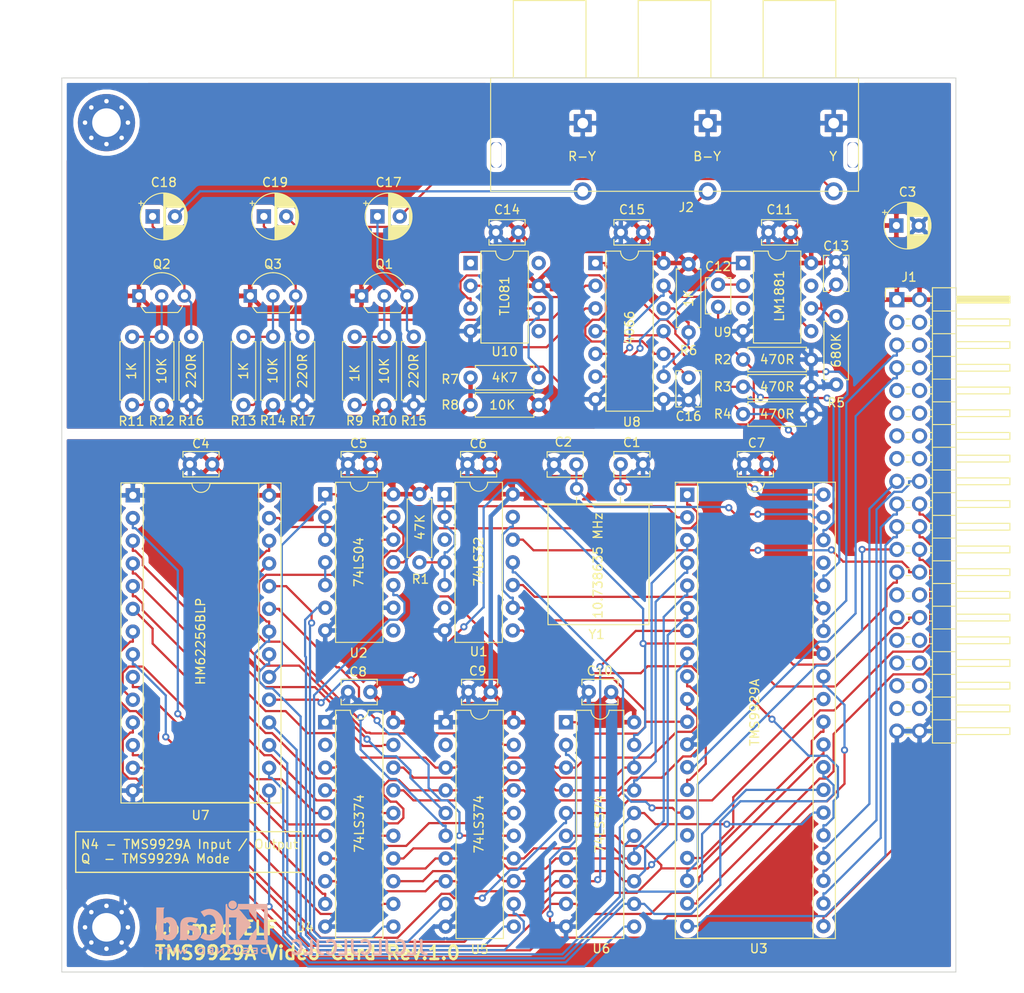
<source format=kicad_pcb>
(kicad_pcb (version 20171130) (host pcbnew 5.1.10)
  (layers (0 F.Cu signal) (31 B.Cu signal) (34 B.Paste user) (35 F.Paste user) (36 B.SilkS user) (37 F.SilkS user) (38 B.Mask user) (39 F.Mask user) (44 Edge.Cuts user))
  (net 0 "")
  (net 1 GND)
  (net 2 VCC)
  (net 3 ~IOR)
  (net 4 ~IOW)
  (net 5 D0)
  (net 6 D1)
  (net 7 D2)
  (net 8 D3)
  (net 9 D4)
  (net 10 D5)
  (net 11 D6)
  (net 12 D7)
  (net 13 Q)
  (net 14 ~CLEAR)
  (net 15 ~N4)
  (net 16 /RD0)
  (net 17 /AD0)
  (net 18 /RD4)
  (net 19 /AD4)
  (net 20 /RD1)
  (net 21 /AD1)
  (net 22 /RD5)
  (net 23 /AD5)
  (net 24 /RD2)
  (net 25 /AD2)
  (net 26 /RD6)
  (net 27 /AD6)
  (net 28 /RD3)
  (net 29 /AD3)
  (net 30 /AD7)
  (net 31 /RD7)
  (net 32 "Net-(R1-Pad2)")
  (net 33 R-Y)
  (net 34 Y)
  (net 35 B-Y)
  (net 36 "Net-(C1-Pad1)")
  (net 37 "Net-(C2-Pad1)")
  (net 38 "Net-(U1-Pad6)")
  (net 39 "Net-(U1-Pad11)")
  (net 40 "Net-(U1-Pad3)")
  (net 41 "Net-(U1-Pad8)")
  (net 42 /A13)
  (net 43 "Net-(U3-Pad37)")
  (net 44 "Net-(U3-Pad16)")
  (net 45 /A6)
  (net 46 /A2)
  (net 47 /A5)
  (net 48 /A1)
  (net 49 /A4)
  (net 50 /A0)
  (net 51 /A3)
  (net 52 /A8)
  (net 53 /A9)
  (net 54 /A11)
  (net 55 /A10)
  (net 56 /A7)
  (net 57 /A12)
  (net 58 "Net-(J1-Pad38)")
  (net 59 "Net-(J1-Pad37)")
  (net 60 "Net-(J1-Pad36)")
  (net 61 "Net-(J1-Pad35)")
  (net 62 "Net-(J1-Pad34)")
  (net 63 "Net-(J1-Pad33)")
  (net 64 "Net-(J1-Pad32)")
  (net 65 "Net-(J1-Pad31)")
  (net 66 "Net-(J1-Pad29)")
  (net 67 "Net-(J1-Pad28)")
  (net 68 "Net-(J1-Pad27)")
  (net 69 "Net-(J1-Pad16)")
  (net 70 "Net-(J1-Pad15)")
  (net 71 "Net-(J1-Pad14)")
  (net 72 "Net-(J1-Pad13)")
  (net 73 "Net-(J1-Pad12)")
  (net 74 "Net-(J1-Pad11)")
  (net 75 "Net-(J1-Pad10)")
  (net 76 "Net-(J1-Pad9)")
  (net 77 "Net-(J1-Pad8)")
  (net 78 "Net-(J1-Pad6)")
  (net 79 "Net-(J1-Pad4)")
  (net 80 "Net-(J1-Pad3)")
  (net 81 R~W)
  (net 82 COL)
  (net 83 ~R~W)
  (net 84 "Net-(U2-Pad4)")
  (net 85 ~RAS)
  (net 86 ROW)
  (net 87 "Net-(U2-Pad2)")
  (net 88 ~CAS)
  (net 89 "Net-(U9-Pad7)")
  (net 90 "Net-(U9-Pad3)")
  (net 91 "Net-(R6-Pad2)")
  (net 92 "/Video Signal Processing/VREF")
  (net 93 "Net-(U8-Pad13)")
  (net 94 "Net-(U8-Pad6)")
  (net 95 "Net-(U10-Pad8)")
  (net 96 "Net-(U10-Pad5)")
  (net 97 "Net-(U10-Pad1)")
  (net 98 "Net-(C19-Pad1)")
  (net 99 "Net-(R7-Pad2)")
  (net 100 "Net-(C12-Pad1)")
  (net 101 "Net-(U4-Pad2)")
  (net 102 "Net-(U5-Pad2)")
  (net 103 "Net-(U2-Pad8)")
  (net 104 "Net-(H1-Pad1)")
  (net 105 "Net-(C18-Pad1)")
  (net 106 "Net-(C19-Pad2)")
  (net 107 "Net-(C13-Pad1)")
  (net 108 "Net-(C16-Pad1)")
  (net 109 "Net-(C17-Pad2)")
  (net 110 "Net-(C17-Pad1)")
  (net 111 "Net-(C18-Pad2)")
  (net 112 "Net-(Q1-Pad2)")
  (net 113 "Net-(Q2-Pad2)")
  (net 114 "Net-(Q3-Pad2)")
  (net 115 "Net-(R11-Pad2)")
  (net 116 "Net-(R13-Pad2)")
  (module Package_TO_SOT_THT:TO-92_Inline_Wide (layer F.Cu) (at 121.082 74.384)
    (fp_text reference Q3 (at 2.54 -3.56) (layer F.SilkS))
    (fp_text value BC548)
    (pad 1 thru_hole rect (at 0 0) (size 1.5 1.5) (drill 0.8) (layers *.Cu *.Mask) (net 2 VCC))
    (pad 3 thru_hole circle (at 5.08 0) (size 1.5 1.5) (drill 0.8) (layers *.Cu *.Mask) (net 98 "Net-(C19-Pad1)"))
    (pad 2 thru_hole circle (at 2.54 0) (size 1.5 1.5) (drill 0.8) (layers *.Cu *.Mask) (net 114 "Net-(Q3-Pad2)"))
  )
  (module Package_TO_SOT_THT:TO-92_Inline_Wide (layer F.Cu) (at 108.636 74.384)
    (fp_text reference Q2 (at 2.54 -3.56) (layer F.SilkS))
    (fp_text value BC548)
    (pad 1 thru_hole rect (at 0 0) (size 1.5 1.5) (drill 0.8) (layers *.Cu *.Mask) (net 2 VCC))
    (pad 3 thru_hole circle (at 5.08 0) (size 1.5 1.5) (drill 0.8) (layers *.Cu *.Mask) (net 105 "Net-(C18-Pad1)"))
    (pad 2 thru_hole circle (at 2.54 0) (size 1.5 1.5) (drill 0.8) (layers *.Cu *.Mask) (net 113 "Net-(Q2-Pad2)"))
  )
  (module Package_TO_SOT_THT:TO-92_Inline_Wide (layer F.Cu) (at 133.528 74.384)
    (fp_text reference Q1 (at 2.54 -3.56) (layer F.SilkS))
    (fp_text value BC548)
    (pad 1 thru_hole rect (at 0 0) (size 1.5 1.5) (drill 0.8) (layers *.Cu *.Mask) (net 2 VCC))
    (pad 3 thru_hole circle (at 5.08 0) (size 1.5 1.5) (drill 0.8) (layers *.Cu *.Mask) (net 110 "Net-(C17-Pad1)"))
    (pad 2 thru_hole circle (at 2.54 0) (size 1.5 1.5) (drill 0.8) (layers *.Cu *.Mask) (net 112 "Net-(Q1-Pad2)"))
  )
  (module Resistor_THT:R_Axial_DIN0207_L6.3mm_D2.5mm_P7.62mm_Horizontal (layer F.Cu) (at 176.2 87.592)
    (fp_text reference R4 (at -2.286 0) (layer F.SilkS))
    (fp_text value 470R (at 3.81 0) (layer F.SilkS))
    (pad 2 thru_hole oval (at 7.62 0) (size 1.6 1.6) (drill 0.8) (layers *.Cu *.Mask) (net 1 GND))
    (pad 1 thru_hole circle (at 0 0) (size 1.6 1.6) (drill 0.8) (layers *.Cu *.Mask) (net 35 B-Y))
  )
  (module Package_DIP:DIP-8_W7.62mm (layer F.Cu) (at 145.72 70.701)
    (fp_text reference U10 (at 3.81 9.906) (layer F.SilkS))
    (fp_text value TL081 (at 3.81 3.683 90) (layer F.SilkS))
    (pad 8 thru_hole oval (at 7.62 0) (size 1.6 1.6) (drill 0.8) (layers *.Cu *.Mask) (net 95 "Net-(U10-Pad8)"))
    (pad 4 thru_hole oval (at 0 7.62) (size 1.6 1.6) (drill 0.8) (layers *.Cu *.Mask) (net 1 GND))
    (pad 7 thru_hole oval (at 7.62 2.54) (size 1.6 1.6) (drill 0.8) (layers *.Cu *.Mask) (net 2 VCC))
    (pad 3 thru_hole oval (at 0 5.08) (size 1.6 1.6) (drill 0.8) (layers *.Cu *.Mask) (net 108 "Net-(C16-Pad1)"))
    (pad 6 thru_hole oval (at 7.62 5.08) (size 1.6 1.6) (drill 0.8) (layers *.Cu *.Mask) (net 99 "Net-(R7-Pad2)"))
    (pad 2 thru_hole oval (at 0 2.54) (size 1.6 1.6) (drill 0.8) (layers *.Cu *.Mask) (net 99 "Net-(R7-Pad2)"))
    (pad 5 thru_hole oval (at 7.62 7.62) (size 1.6 1.6) (drill 0.8) (layers *.Cu *.Mask) (net 96 "Net-(U10-Pad5)"))
    (pad 1 thru_hole rect (at 0 0) (size 1.6 1.6) (drill 0.8) (layers *.Cu *.Mask) (net 97 "Net-(U10-Pad1)"))
  )
  (module Package_DIP:DIP-8_W7.62mm (layer F.Cu) (at 176.2 70.701)
    (fp_text reference U9 (at -2.286 7.747) (layer F.SilkS))
    (fp_text value LM1881 (at 4.064 3.683 90) (layer F.SilkS))
    (pad 8 thru_hole oval (at 7.62 0) (size 1.6 1.6) (drill 0.8) (layers *.Cu *.Mask) (net 2 VCC))
    (pad 4 thru_hole oval (at 0 7.62) (size 1.6 1.6) (drill 0.8) (layers *.Cu *.Mask) (net 1 GND))
    (pad 7 thru_hole oval (at 7.62 2.54) (size 1.6 1.6) (drill 0.8) (layers *.Cu *.Mask) (net 89 "Net-(U9-Pad7)"))
    (pad 3 thru_hole oval (at 0 5.08) (size 1.6 1.6) (drill 0.8) (layers *.Cu *.Mask) (net 90 "Net-(U9-Pad3)"))
    (pad 6 thru_hole oval (at 7.62 5.08) (size 1.6 1.6) (drill 0.8) (layers *.Cu *.Mask) (net 107 "Net-(C13-Pad1)"))
    (pad 2 thru_hole oval (at 0 2.54) (size 1.6 1.6) (drill 0.8) (layers *.Cu *.Mask) (net 100 "Net-(C12-Pad1)"))
    (pad 5 thru_hole oval (at 7.62 7.62) (size 1.6 1.6) (drill 0.8) (layers *.Cu *.Mask) (net 93 "Net-(U8-Pad13)"))
    (pad 1 thru_hole rect (at 0 0) (size 1.6 1.6) (drill 0.8) (layers *.Cu *.Mask) (net 94 "Net-(U8-Pad6)"))
  )
  (module Package_DIP:DIP-14_W7.62mm (layer F.Cu) (at 159.69 70.701)
    (fp_text reference U8 (at 4.064 17.78) (layer F.SilkS))
    (fp_text value 4066 (at 3.81 7.239 90) (layer F.SilkS))
    (pad 14 thru_hole oval (at 7.62 0) (size 1.6 1.6) (drill 0.8) (layers *.Cu *.Mask) (net 2 VCC))
    (pad 7 thru_hole oval (at 0 15.24) (size 1.6 1.6) (drill 0.8) (layers *.Cu *.Mask) (net 1 GND))
    (pad 13 thru_hole oval (at 7.62 2.54) (size 1.6 1.6) (drill 0.8) (layers *.Cu *.Mask) (net 93 "Net-(U8-Pad13)"))
    (pad 6 thru_hole oval (at 0 12.7) (size 1.6 1.6) (drill 0.8) (layers *.Cu *.Mask) (net 94 "Net-(U8-Pad6)"))
    (pad 12 thru_hole oval (at 7.62 5.08) (size 1.6 1.6) (drill 0.8) (layers *.Cu *.Mask) (net 91 "Net-(R6-Pad2)"))
    (pad 5 thru_hole oval (at 0 10.16) (size 1.6 1.6) (drill 0.8) (layers *.Cu *.Mask) (net 93 "Net-(U8-Pad13)"))
    (pad 11 thru_hole oval (at 7.62 7.62) (size 1.6 1.6) (drill 0.8) (layers *.Cu *.Mask) (net 35 B-Y))
    (pad 4 thru_hole oval (at 0 7.62) (size 1.6 1.6) (drill 0.8) (layers *.Cu *.Mask) (net 35 B-Y))
    (pad 10 thru_hole oval (at 7.62 10.16) (size 1.6 1.6) (drill 0.8) (layers *.Cu *.Mask) (net 108 "Net-(C16-Pad1)"))
    (pad 3 thru_hole oval (at 0 5.08) (size 1.6 1.6) (drill 0.8) (layers *.Cu *.Mask) (net 116 "Net-(R13-Pad2)"))
    (pad 9 thru_hole oval (at 7.62 12.7) (size 1.6 1.6) (drill 0.8) (layers *.Cu *.Mask) (net 91 "Net-(R6-Pad2)"))
    (pad 2 thru_hole oval (at 0 2.54) (size 1.6 1.6) (drill 0.8) (layers *.Cu *.Mask) (net 115 "Net-(R11-Pad2)"))
    (pad 8 thru_hole oval (at 7.62 15.24) (size 1.6 1.6) (drill 0.8) (layers *.Cu *.Mask) (net 1 GND))
    (pad 1 thru_hole rect (at 0 0) (size 1.6 1.6) (drill 0.8) (layers *.Cu *.Mask) (net 33 R-Y))
  )
  (module Resistor_THT:R_Axial_DIN0207_L6.3mm_D2.5mm_P7.62mm_Horizontal (layer F.Cu) (at 126.924 78.956 270)
    (fp_text reference R17 (at 9.398 0 180) (layer F.SilkS))
    (fp_text value 220R (at 3.81 0 90) (layer F.SilkS))
    (pad 2 thru_hole oval (at 7.62 0 270) (size 1.6 1.6) (drill 0.8) (layers *.Cu *.Mask) (net 1 GND))
    (pad 1 thru_hole circle (at 0 0 270) (size 1.6 1.6) (drill 0.8) (layers *.Cu *.Mask) (net 98 "Net-(C19-Pad1)"))
  )
  (module Resistor_THT:R_Axial_DIN0207_L6.3mm_D2.5mm_P7.62mm_Horizontal (layer F.Cu) (at 114.478 78.956 270)
    (fp_text reference R16 (at 9.398 0 180) (layer F.SilkS))
    (fp_text value 220R (at 3.81 0 90) (layer F.SilkS))
    (pad 2 thru_hole oval (at 7.62 0 270) (size 1.6 1.6) (drill 0.8) (layers *.Cu *.Mask) (net 1 GND))
    (pad 1 thru_hole circle (at 0 0 270) (size 1.6 1.6) (drill 0.8) (layers *.Cu *.Mask) (net 105 "Net-(C18-Pad1)"))
  )
  (module Resistor_THT:R_Axial_DIN0207_L6.3mm_D2.5mm_P7.62mm_Horizontal (layer F.Cu) (at 139.37 78.956 270)
    (fp_text reference R15 (at 9.398 0 180) (layer F.SilkS))
    (fp_text value 220R (at 3.81 0 90) (layer F.SilkS))
    (pad 2 thru_hole oval (at 7.62 0 270) (size 1.6 1.6) (drill 0.8) (layers *.Cu *.Mask) (net 1 GND))
    (pad 1 thru_hole circle (at 0 0 270) (size 1.6 1.6) (drill 0.8) (layers *.Cu *.Mask) (net 110 "Net-(C17-Pad1)"))
  )
  (module Resistor_THT:R_Axial_DIN0207_L6.3mm_D2.5mm_P7.62mm_Horizontal (layer F.Cu) (at 123.622 78.956 270)
    (fp_text reference R14 (at 9.366 0.018 180) (layer F.SilkS))
    (fp_text value 10K (at 3.778 0.018 90) (layer F.SilkS))
    (pad 2 thru_hole oval (at 7.62 0 270) (size 1.6 1.6) (drill 0.8) (layers *.Cu *.Mask) (net 92 "/Video Signal Processing/VREF"))
    (pad 1 thru_hole circle (at 0 0 270) (size 1.6 1.6) (drill 0.8) (layers *.Cu *.Mask) (net 114 "Net-(Q3-Pad2)"))
  )
  (module Resistor_THT:R_Axial_DIN0207_L6.3mm_D2.5mm_P7.62mm_Horizontal (layer F.Cu) (at 120.32 78.956 270)
    (fp_text reference R13 (at 9.398 0 180) (layer F.SilkS))
    (fp_text value 1K (at 3.81 0 90) (layer F.SilkS))
    (pad 2 thru_hole oval (at 7.62 0 270) (size 1.6 1.6) (drill 0.8) (layers *.Cu *.Mask) (net 116 "Net-(R13-Pad2)"))
    (pad 1 thru_hole circle (at 0 0 270) (size 1.6 1.6) (drill 0.8) (layers *.Cu *.Mask) (net 114 "Net-(Q3-Pad2)"))
  )
  (module Resistor_THT:R_Axial_DIN0207_L6.3mm_D2.5mm_P7.62mm_Horizontal (layer F.Cu) (at 111.176 78.956 270)
    (fp_text reference R12 (at 9.398 0 180) (layer F.SilkS))
    (fp_text value 10K (at 3.81 0 90) (layer F.SilkS))
    (pad 2 thru_hole oval (at 7.62 0 270) (size 1.6 1.6) (drill 0.8) (layers *.Cu *.Mask) (net 92 "/Video Signal Processing/VREF"))
    (pad 1 thru_hole circle (at 0 0 270) (size 1.6 1.6) (drill 0.8) (layers *.Cu *.Mask) (net 113 "Net-(Q2-Pad2)"))
  )
  (module Resistor_THT:R_Axial_DIN0207_L6.3mm_D2.5mm_P7.62mm_Horizontal (layer F.Cu) (at 107.874 78.956 270)
    (fp_text reference R11 (at 9.44 0.082 180) (layer F.SilkS))
    (fp_text value 1K (at 3.81 0.082 90) (layer F.SilkS))
    (pad 2 thru_hole oval (at 7.62 0 270) (size 1.6 1.6) (drill 0.8) (layers *.Cu *.Mask) (net 115 "Net-(R11-Pad2)"))
    (pad 1 thru_hole circle (at 0 0 270) (size 1.6 1.6) (drill 0.8) (layers *.Cu *.Mask) (net 113 "Net-(Q2-Pad2)"))
  )
  (module Resistor_THT:R_Axial_DIN0207_L6.3mm_D2.5mm_P7.62mm_Horizontal (layer F.Cu) (at 136.068 78.956 270)
    (fp_text reference R10 (at 9.398 0 180) (layer F.SilkS))
    (fp_text value 10K (at 3.81 0 90) (layer F.SilkS))
    (pad 2 thru_hole oval (at 7.62 0 270) (size 1.6 1.6) (drill 0.8) (layers *.Cu *.Mask) (net 92 "/Video Signal Processing/VREF"))
    (pad 1 thru_hole circle (at 0 0 270) (size 1.6 1.6) (drill 0.8) (layers *.Cu *.Mask) (net 112 "Net-(Q1-Pad2)"))
  )
  (module Resistor_THT:R_Axial_DIN0207_L6.3mm_D2.5mm_P7.62mm_Horizontal (layer F.Cu) (at 132.766 78.956 270)
    (fp_text reference R9 (at 9.398 0 180) (layer F.SilkS))
    (fp_text value 1K (at 4.064 0 90) (layer F.SilkS))
    (pad 2 thru_hole oval (at 7.62 0 270) (size 1.6 1.6) (drill 0.8) (layers *.Cu *.Mask) (net 34 Y))
    (pad 1 thru_hole circle (at 0 0 270) (size 1.6 1.6) (drill 0.8) (layers *.Cu *.Mask) (net 112 "Net-(Q1-Pad2)"))
  )
  (module Resistor_THT:R_Axial_DIN0207_L6.3mm_D2.5mm_P7.62mm_Horizontal (layer F.Cu) (at 153.34 86.576 180)
    (fp_text reference R8 (at 9.906 0) (layer F.SilkS))
    (fp_text value 10K (at 4.064 0) (layer F.SilkS))
    (pad 2 thru_hole oval (at 7.62 0 180) (size 1.6 1.6) (drill 0.8) (layers *.Cu *.Mask) (net 92 "/Video Signal Processing/VREF"))
    (pad 1 thru_hole circle (at 0 0 180) (size 1.6 1.6) (drill 0.8) (layers *.Cu *.Mask) (net 2 VCC))
  )
  (module Resistor_THT:R_Axial_DIN0207_L6.3mm_D2.5mm_P7.62mm_Horizontal (layer F.Cu) (at 145.72 83.528)
    (fp_text reference R7 (at -2.286 0.17) (layer F.SilkS))
    (fp_text value 4K7 (at 3.81 0) (layer F.SilkS))
    (pad 2 thru_hole oval (at 7.62 0) (size 1.6 1.6) (drill 0.8) (layers *.Cu *.Mask) (net 99 "Net-(R7-Pad2)"))
    (pad 1 thru_hole circle (at 0 0) (size 1.6 1.6) (drill 0.8) (layers *.Cu *.Mask) (net 92 "/Video Signal Processing/VREF"))
  )
  (module Resistor_THT:R_Axial_DIN0207_L6.3mm_D2.5mm_P7.62mm_Horizontal (layer F.Cu) (at 170.104 70.828 270)
    (fp_text reference R6 (at 9.652 0 180) (layer F.SilkS))
    (fp_text value 1K (at 3.81 0 90) (layer F.SilkS))
    (pad 2 thru_hole oval (at 7.62 0 270) (size 1.6 1.6) (drill 0.8) (layers *.Cu *.Mask) (net 91 "Net-(R6-Pad2)"))
    (pad 1 thru_hole circle (at 0 0 270) (size 1.6 1.6) (drill 0.8) (layers *.Cu *.Mask) (net 2 VCC))
  )
  (module Resistor_THT:R_Axial_DIN0207_L6.3mm_D2.5mm_P7.62mm_Horizontal (layer F.Cu) (at 186.614 76.67 270)
    (fp_text reference R5 (at 9.652 0 180) (layer F.SilkS))
    (fp_text value 680K (at 3.81 0 90) (layer F.SilkS))
    (pad 2 thru_hole oval (at 7.62 0 270) (size 1.6 1.6) (drill 0.8) (layers *.Cu *.Mask) (net 1 GND))
    (pad 1 thru_hole circle (at 0 0 270) (size 1.6 1.6) (drill 0.8) (layers *.Cu *.Mask) (net 107 "Net-(C13-Pad1)"))
  )
  (module Resistor_THT:R_Axial_DIN0207_L6.3mm_D2.5mm_P7.62mm_Horizontal (layer F.Cu) (at 176.2 84.544)
    (fp_text reference R3 (at -2.286 0) (layer F.SilkS))
    (fp_text value 470R (at 3.81 0) (layer F.SilkS))
    (pad 2 thru_hole oval (at 7.62 0) (size 1.6 1.6) (drill 0.8) (layers *.Cu *.Mask) (net 1 GND))
    (pad 1 thru_hole circle (at 0 0) (size 1.6 1.6) (drill 0.8) (layers *.Cu *.Mask) (net 33 R-Y))
  )
  (module Resistor_THT:R_Axial_DIN0207_L6.3mm_D2.5mm_P7.62mm_Horizontal (layer F.Cu) (at 176.2 81.496)
    (fp_text reference R2 (at -2.286 0) (layer F.SilkS))
    (fp_text value 470R (at 3.81 0) (layer F.SilkS))
    (pad 2 thru_hole oval (at 7.62 0) (size 1.6 1.6) (drill 0.8) (layers *.Cu *.Mask) (net 1 GND))
    (pad 1 thru_hole circle (at 0 0) (size 1.6 1.6) (drill 0.8) (layers *.Cu *.Mask) (net 34 Y))
  )
  (module "TMS9929A Video Card:RCA Phono Socket" (layer F.Cu) (at 168.58 55.08)
    (fp_text reference J2 (at 1.27 9.398 -180) (layer F.SilkS))
    (fp_text value Conn_Coaxial_x3_Isolated)
    (fp_text user Y (at 17.7 3.7) (layer F.SilkS))
    (fp_text user B-Y (at 3.6 3.7) (layer F.SilkS))
    (fp_text user R-Y (at -10.4 3.7) (layer F.SilkS))
    (pad 6 thru_hole rect (at -10.3102 -0.02 90) (size 2 2) (drill 1.2) (layers *.Cu *.Mask) (net 1 GND))
    (pad 4 thru_hole rect (at 3.6598 -0.02 90) (size 2 2) (drill 1.2) (layers *.Cu *.Mask) (net 1 GND))
    (pad 5 thru_hole circle (at -10.3102 7.6 90) (size 2 2) (drill 1.2) (layers *.Cu *.Mask) (net 111 "Net-(C18-Pad2)"))
    (pad 3 thru_hole circle (at 3.6598 7.6 90) (size 2 2) (drill 1.2) (layers *.Cu *.Mask) (net 106 "Net-(C19-Pad2)"))
    (pad 2 thru_hole rect (at 17.7568 -0.02 90) (size 2 2) (drill 1.2) (layers *.Cu *.Mask) (net 1 GND))
    (pad 1 thru_hole circle (at 17.7568 7.6 90) (size 2 2) (drill 1.2) (layers *.Cu *.Mask) (net 109 "Net-(C17-Pad2)"))
    (pad "" np_thru_hole roundrect (at -19.981 3.536 90) (size 2.8 1.15) (drill oval 2.8 1.143) (layers *.Cu *.Mask))
    (pad "" np_thru_hole roundrect (at 19.897 3.536 90) (size 2.8 1.15) (drill oval 2.794 1.143) (layers *.Cu *.Mask))
  )
  (module Capacitor_THT:CP_Radial_D5.0mm_P2.50mm (layer F.Cu) (at 122.606 65.494)
    (fp_text reference C19 (at 1.25 -3.81) (layer F.SilkS))
    (fp_text value 47u)
    (pad 2 thru_hole circle (at 2.5 0) (size 1.6 1.6) (drill 0.8) (layers *.Cu *.Mask) (net 106 "Net-(C19-Pad2)"))
    (pad 1 thru_hole rect (at 0 0) (size 1.6 1.6) (drill 0.8) (layers *.Cu *.Mask) (net 98 "Net-(C19-Pad1)"))
  )
  (module Capacitor_THT:CP_Radial_D5.0mm_P2.50mm (layer F.Cu) (at 110.16 65.494)
    (fp_text reference C18 (at 1.25 -3.81) (layer F.SilkS))
    (fp_text value 47u)
    (pad 2 thru_hole circle (at 2.5 0) (size 1.6 1.6) (drill 0.8) (layers *.Cu *.Mask) (net 111 "Net-(C18-Pad2)"))
    (pad 1 thru_hole rect (at 0 0) (size 1.6 1.6) (drill 0.8) (layers *.Cu *.Mask) (net 105 "Net-(C18-Pad1)"))
  )
  (module Capacitor_THT:CP_Radial_D5.0mm_P2.50mm (layer F.Cu) (at 135.306 65.494)
    (fp_text reference C17 (at 1.25 -3.81) (layer F.SilkS))
    (fp_text value 47u)
    (pad 2 thru_hole circle (at 2.5 0) (size 1.6 1.6) (drill 0.8) (layers *.Cu *.Mask) (net 109 "Net-(C17-Pad2)"))
    (pad 1 thru_hole rect (at 0 0) (size 1.6 1.6) (drill 0.8) (layers *.Cu *.Mask) (net 110 "Net-(C17-Pad1)"))
  )
  (module Capacitor_THT:C_Disc_D3.8mm_W2.6mm_P2.50mm (layer F.Cu) (at 170.104 83.528 270)
    (fp_text reference C16 (at 4.318 0 180) (layer F.SilkS))
    (fp_text value 10n)
    (pad 2 thru_hole circle (at 2.5 0 270) (size 1.6 1.6) (drill 0.8) (layers *.Cu *.Mask) (net 1 GND))
    (pad 1 thru_hole circle (at 0 0 270) (size 1.6 1.6) (drill 0.8) (layers *.Cu *.Mask) (net 108 "Net-(C16-Pad1)"))
  )
  (module Capacitor_THT:C_Disc_D3.8mm_W2.6mm_P2.50mm (layer F.Cu) (at 165.024 67.272 180)
    (fp_text reference C15 (at 1.25 2.54) (layer F.SilkS))
    (fp_text value 100nF)
    (pad 2 thru_hole circle (at 2.5 0 180) (size 1.6 1.6) (drill 0.8) (layers *.Cu *.Mask) (net 1 GND))
    (pad 1 thru_hole circle (at 0 0 180) (size 1.6 1.6) (drill 0.8) (layers *.Cu *.Mask) (net 2 VCC))
  )
  (module Capacitor_THT:C_Disc_D3.8mm_W2.6mm_P2.50mm (layer F.Cu) (at 151.054 67.272 180)
    (fp_text reference C14 (at 1.25 2.54) (layer F.SilkS))
    (fp_text value 100nF)
    (pad 2 thru_hole circle (at 2.5 0 180) (size 1.6 1.6) (drill 0.8) (layers *.Cu *.Mask) (net 1 GND))
    (pad 1 thru_hole circle (at 0 0 180) (size 1.6 1.6) (drill 0.8) (layers *.Cu *.Mask) (net 2 VCC))
  )
  (module Capacitor_THT:C_Disc_D3.8mm_W2.6mm_P2.50mm (layer F.Cu) (at 186.614 73.114 90)
    (fp_text reference C13 (at 4.318 0 180) (layer F.SilkS))
    (fp_text value 100n)
    (pad 2 thru_hole circle (at 2.5 0 90) (size 1.6 1.6) (drill 0.8) (layers *.Cu *.Mask) (net 1 GND))
    (pad 1 thru_hole circle (at 0 0 90) (size 1.6 1.6) (drill 0.8) (layers *.Cu *.Mask) (net 107 "Net-(C13-Pad1)"))
  )
  (module Capacitor_THT:C_Disc_D3.8mm_W2.6mm_P2.50mm (layer F.Cu) (at 173.406 73.114 270)
    (fp_text reference C12 (at -2.032 0 180) (layer F.SilkS))
    (fp_text value 100n)
    (pad 2 thru_hole circle (at 2.5 0 270) (size 1.6 1.6) (drill 0.8) (layers *.Cu *.Mask) (net 34 Y))
    (pad 1 thru_hole circle (at 0 0 270) (size 1.6 1.6) (drill 0.8) (layers *.Cu *.Mask) (net 100 "Net-(C12-Pad1)"))
  )
  (module Capacitor_THT:C_Disc_D3.8mm_W2.6mm_P2.50mm (layer F.Cu) (at 181.534 67.272 180)
    (fp_text reference C11 (at 1.27 2.54) (layer F.SilkS))
    (fp_text value 100nF)
    (pad 2 thru_hole circle (at 2.5 0 180) (size 1.6 1.6) (drill 0.8) (layers *.Cu *.Mask) (net 1 GND))
    (pad 1 thru_hole circle (at 0 0 180) (size 1.6 1.6) (drill 0.8) (layers *.Cu *.Mask) (net 2 VCC))
  )
  (module MountingHole:MountingHole_3.2mm_M3_Pad_Via (layer F.Cu) (at 105 55)
    (fp_text reference H1 hide)
    (fp_text value "Mounting Hole" hide)
    (pad 1 thru_hole circle (at 1.697056 -1.697056) (size 0.8 0.8) (drill 0.5) (layers *.Cu *.Mask) (net 104 "Net-(H1-Pad1)"))
    (pad 1 thru_hole circle (at 0 -2.4) (size 0.8 0.8) (drill 0.5) (layers *.Cu *.Mask) (net 104 "Net-(H1-Pad1)"))
    (pad 1 thru_hole circle (at -1.697056 -1.697056) (size 0.8 0.8) (drill 0.5) (layers *.Cu *.Mask) (net 104 "Net-(H1-Pad1)"))
    (pad 1 thru_hole circle (at -2.4 0) (size 0.8 0.8) (drill 0.5) (layers *.Cu *.Mask) (net 104 "Net-(H1-Pad1)"))
    (pad 1 thru_hole circle (at -1.697056 1.697056) (size 0.8 0.8) (drill 0.5) (layers *.Cu *.Mask) (net 104 "Net-(H1-Pad1)"))
    (pad 1 thru_hole circle (at 0 2.4) (size 0.8 0.8) (drill 0.5) (layers *.Cu *.Mask) (net 104 "Net-(H1-Pad1)"))
    (pad 1 thru_hole circle (at 1.697056 1.697056) (size 0.8 0.8) (drill 0.5) (layers *.Cu *.Mask) (net 104 "Net-(H1-Pad1)"))
    (pad 1 thru_hole circle (at 2.4 0) (size 0.8 0.8) (drill 0.5) (layers *.Cu *.Mask) (net 104 "Net-(H1-Pad1)"))
    (pad 1 thru_hole circle (at 0 0) (size 6.4 6.4) (drill 3.2) (layers *.Cu *.Mask) (net 104 "Net-(H1-Pad1)"))
  )
  (module Capacitor_THT:CP_Radial_D5.0mm_P2.50mm (layer F.Cu) (at 193.345 66.51)
    (fp_text reference C3 (at 1.25 -3.75) (layer F.SilkS))
    (fp_text value 10uF)
    (pad 2 thru_hole circle (at 2.5 0) (size 1.6 1.6) (drill 0.8) (layers *.Cu *.Mask) (net 1 GND))
    (pad 1 thru_hole rect (at 0 0) (size 1.6 1.6) (drill 0.8) (layers *.Cu *.Mask) (net 2 VCC))
  )
  (module Crystal:Crystal_HC49-U_Horizontal (layer F.Cu) (at 157.582 95.9486)
    (fp_text reference Y1 (at 2.2352 16.2941) (layer F.SilkS))
    (fp_text value "10.738635 MHz" (at 2.3876 8.5979 90) (layer F.SilkS))
    (pad 2 thru_hole circle (at 4.9 0) (size 1.5 1.5) (drill 0.8) (layers *.Cu *.Mask) (net 36 "Net-(C1-Pad1)"))
    (pad 1 thru_hole circle (at 0 0) (size 1.5 1.5) (drill 0.8) (layers *.Cu *.Mask) (net 37 "Net-(C2-Pad1)"))
  )
  (module Package_DIP:DIP-20_W7.62mm (layer F.Cu) (at 156.396 122.059)
    (fp_text reference U6 (at 3.9548 25.3246) (layer F.SilkS))
    (fp_text value 74LS374 (at 3.777 11.4054 90) (layer F.SilkS))
    (pad 20 thru_hole oval (at 7.62 0) (size 1.6 1.6) (drill 0.8) (layers *.Cu *.Mask) (net 2 VCC))
    (pad 10 thru_hole oval (at 0 22.86) (size 1.6 1.6) (drill 0.8) (layers *.Cu *.Mask) (net 1 GND))
    (pad 19 thru_hole oval (at 7.62 2.54) (size 1.6 1.6) (drill 0.8) (layers *.Cu *.Mask) (net 31 /RD7))
    (pad 9 thru_hole oval (at 0 20.32) (size 1.6 1.6) (drill 0.8) (layers *.Cu *.Mask) (net 28 /RD3))
    (pad 18 thru_hole oval (at 7.62 5.08) (size 1.6 1.6) (drill 0.8) (layers *.Cu *.Mask) (net 30 /AD7))
    (pad 8 thru_hole oval (at 0 17.78) (size 1.6 1.6) (drill 0.8) (layers *.Cu *.Mask) (net 29 /AD3))
    (pad 17 thru_hole oval (at 7.62 7.62) (size 1.6 1.6) (drill 0.8) (layers *.Cu *.Mask) (net 27 /AD6))
    (pad 7 thru_hole oval (at 0 15.24) (size 1.6 1.6) (drill 0.8) (layers *.Cu *.Mask) (net 25 /AD2))
    (pad 16 thru_hole oval (at 7.62 10.16) (size 1.6 1.6) (drill 0.8) (layers *.Cu *.Mask) (net 26 /RD6))
    (pad 6 thru_hole oval (at 0 12.7) (size 1.6 1.6) (drill 0.8) (layers *.Cu *.Mask) (net 24 /RD2))
    (pad 15 thru_hole oval (at 7.62 12.7) (size 1.6 1.6) (drill 0.8) (layers *.Cu *.Mask) (net 22 /RD5))
    (pad 5 thru_hole oval (at 0 10.16) (size 1.6 1.6) (drill 0.8) (layers *.Cu *.Mask) (net 20 /RD1))
    (pad 14 thru_hole oval (at 7.62 15.24) (size 1.6 1.6) (drill 0.8) (layers *.Cu *.Mask) (net 23 /AD5))
    (pad 4 thru_hole oval (at 0 7.62) (size 1.6 1.6) (drill 0.8) (layers *.Cu *.Mask) (net 21 /AD1))
    (pad 13 thru_hole oval (at 7.62 17.78) (size 1.6 1.6) (drill 0.8) (layers *.Cu *.Mask) (net 19 /AD4))
    (pad 3 thru_hole oval (at 0 5.08) (size 1.6 1.6) (drill 0.8) (layers *.Cu *.Mask) (net 17 /AD0))
    (pad 12 thru_hole oval (at 7.62 20.32) (size 1.6 1.6) (drill 0.8) (layers *.Cu *.Mask) (net 18 /RD4))
    (pad 2 thru_hole oval (at 0 2.54) (size 1.6 1.6) (drill 0.8) (layers *.Cu *.Mask) (net 16 /RD0))
    (pad 11 thru_hole oval (at 7.62 22.86) (size 1.6 1.6) (drill 0.8) (layers *.Cu *.Mask) (net 83 ~R~W))
    (pad 1 thru_hole rect (at 0 0) (size 1.6 1.6) (drill 0.8) (layers *.Cu *.Mask) (net 81 R~W))
  )
  (module Package_DIP:DIP-20_W7.62mm (layer F.Cu) (at 142.93 122.059)
    (fp_text reference U5 (at 3.8062 25.4008) (layer F.SilkS))
    (fp_text value 74LS374 (at 3.73 11.4054 90) (layer F.SilkS))
    (pad 20 thru_hole oval (at 7.62 0) (size 1.6 1.6) (drill 0.8) (layers *.Cu *.Mask) (net 2 VCC))
    (pad 10 thru_hole oval (at 0 22.86) (size 1.6 1.6) (drill 0.8) (layers *.Cu *.Mask) (net 1 GND))
    (pad 19 thru_hole oval (at 7.62 2.54) (size 1.6 1.6) (drill 0.8) (layers *.Cu *.Mask) (net 42 /A13))
    (pad 9 thru_hole oval (at 0 20.32) (size 1.6 1.6) (drill 0.8) (layers *.Cu *.Mask) (net 53 /A9))
    (pad 18 thru_hole oval (at 7.62 5.08) (size 1.6 1.6) (drill 0.8) (layers *.Cu *.Mask) (net 30 /AD7))
    (pad 8 thru_hole oval (at 0 17.78) (size 1.6 1.6) (drill 0.8) (layers *.Cu *.Mask) (net 29 /AD3))
    (pad 17 thru_hole oval (at 7.62 7.62) (size 1.6 1.6) (drill 0.8) (layers *.Cu *.Mask) (net 27 /AD6))
    (pad 7 thru_hole oval (at 0 15.24) (size 1.6 1.6) (drill 0.8) (layers *.Cu *.Mask) (net 25 /AD2))
    (pad 16 thru_hole oval (at 7.62 10.16) (size 1.6 1.6) (drill 0.8) (layers *.Cu *.Mask) (net 57 /A12))
    (pad 6 thru_hole oval (at 0 12.7) (size 1.6 1.6) (drill 0.8) (layers *.Cu *.Mask) (net 52 /A8))
    (pad 15 thru_hole oval (at 7.62 12.7) (size 1.6 1.6) (drill 0.8) (layers *.Cu *.Mask) (net 54 /A11))
    (pad 5 thru_hole oval (at 0 10.16) (size 1.6 1.6) (drill 0.8) (layers *.Cu *.Mask) (net 56 /A7))
    (pad 14 thru_hole oval (at 7.62 15.24) (size 1.6 1.6) (drill 0.8) (layers *.Cu *.Mask) (net 23 /AD5))
    (pad 4 thru_hole oval (at 0 7.62) (size 1.6 1.6) (drill 0.8) (layers *.Cu *.Mask) (net 21 /AD1))
    (pad 13 thru_hole oval (at 7.62 17.78) (size 1.6 1.6) (drill 0.8) (layers *.Cu *.Mask) (net 19 /AD4))
    (pad 3 thru_hole oval (at 0 5.08) (size 1.6 1.6) (drill 0.8) (layers *.Cu *.Mask) (net 17 /AD0))
    (pad 12 thru_hole oval (at 7.62 20.32) (size 1.6 1.6) (drill 0.8) (layers *.Cu *.Mask) (net 55 /A10))
    (pad 2 thru_hole oval (at 0 2.54) (size 1.6 1.6) (drill 0.8) (layers *.Cu *.Mask) (net 102 "Net-(U5-Pad2)"))
    (pad 11 thru_hole oval (at 7.62 22.86) (size 1.6 1.6) (drill 0.8) (layers *.Cu *.Mask) (net 82 COL))
    (pad 1 thru_hole rect (at 0 0) (size 1.6 1.6) (drill 0.8) (layers *.Cu *.Mask) (net 1 GND))
  )
  (module Package_DIP:DIP-20_W7.62mm (layer F.Cu) (at 129.464 122.059)
    (fp_text reference U4 (at -2.286 22.9624) (layer F.SilkS))
    (fp_text value 74LS374 (at 3.81 11.3292 90) (layer F.SilkS))
    (pad 20 thru_hole oval (at 7.62 0) (size 1.6 1.6) (drill 0.8) (layers *.Cu *.Mask) (net 2 VCC))
    (pad 10 thru_hole oval (at 0 22.86) (size 1.6 1.6) (drill 0.8) (layers *.Cu *.Mask) (net 1 GND))
    (pad 19 thru_hole oval (at 7.62 2.54) (size 1.6 1.6) (drill 0.8) (layers *.Cu *.Mask) (net 45 /A6))
    (pad 9 thru_hole oval (at 0 20.32) (size 1.6 1.6) (drill 0.8) (layers *.Cu *.Mask) (net 46 /A2))
    (pad 18 thru_hole oval (at 7.62 5.08) (size 1.6 1.6) (drill 0.8) (layers *.Cu *.Mask) (net 30 /AD7))
    (pad 8 thru_hole oval (at 0 17.78) (size 1.6 1.6) (drill 0.8) (layers *.Cu *.Mask) (net 29 /AD3))
    (pad 17 thru_hole oval (at 7.62 7.62) (size 1.6 1.6) (drill 0.8) (layers *.Cu *.Mask) (net 27 /AD6))
    (pad 7 thru_hole oval (at 0 15.24) (size 1.6 1.6) (drill 0.8) (layers *.Cu *.Mask) (net 25 /AD2))
    (pad 16 thru_hole oval (at 7.62 10.16) (size 1.6 1.6) (drill 0.8) (layers *.Cu *.Mask) (net 47 /A5))
    (pad 6 thru_hole oval (at 0 12.7) (size 1.6 1.6) (drill 0.8) (layers *.Cu *.Mask) (net 48 /A1))
    (pad 15 thru_hole oval (at 7.62 12.7) (size 1.6 1.6) (drill 0.8) (layers *.Cu *.Mask) (net 49 /A4))
    (pad 5 thru_hole oval (at 0 10.16) (size 1.6 1.6) (drill 0.8) (layers *.Cu *.Mask) (net 50 /A0))
    (pad 14 thru_hole oval (at 7.62 15.24) (size 1.6 1.6) (drill 0.8) (layers *.Cu *.Mask) (net 23 /AD5))
    (pad 4 thru_hole oval (at 0 7.62) (size 1.6 1.6) (drill 0.8) (layers *.Cu *.Mask) (net 21 /AD1))
    (pad 13 thru_hole oval (at 7.62 17.78) (size 1.6 1.6) (drill 0.8) (layers *.Cu *.Mask) (net 19 /AD4))
    (pad 3 thru_hole oval (at 0 5.08) (size 1.6 1.6) (drill 0.8) (layers *.Cu *.Mask) (net 17 /AD0))
    (pad 12 thru_hole oval (at 7.62 20.32) (size 1.6 1.6) (drill 0.8) (layers *.Cu *.Mask) (net 51 /A3))
    (pad 2 thru_hole oval (at 0 2.54) (size 1.6 1.6) (drill 0.8) (layers *.Cu *.Mask) (net 101 "Net-(U4-Pad2)"))
    (pad 11 thru_hole oval (at 7.62 22.86) (size 1.6 1.6) (drill 0.8) (layers *.Cu *.Mask) (net 86 ROW))
    (pad 1 thru_hole rect (at 0 0) (size 1.6 1.6) (drill 0.8) (layers *.Cu *.Mask) (net 1 GND))
  )
  (module Package_DIP:DIP-28_W15.24mm_Socket (layer F.Cu) (at 107.95 96.6852)
    (fp_text reference U7 (at 7.5692 35.7886) (layer F.SilkS))
    (fp_text value HM62256BLP (at 7.5692 16.3322 90) (layer F.SilkS))
    (pad 28 thru_hole oval (at 15.24 0) (size 1.6 1.6) (drill 0.8) (layers *.Cu *.Mask) (net 2 VCC))
    (pad 14 thru_hole oval (at 0 33.02) (size 1.6 1.6) (drill 0.8) (layers *.Cu *.Mask) (net 1 GND))
    (pad 27 thru_hole oval (at 15.24 2.54) (size 1.6 1.6) (drill 0.8) (layers *.Cu *.Mask) (net 81 R~W))
    (pad 13 thru_hole oval (at 0 30.48) (size 1.6 1.6) (drill 0.8) (layers *.Cu *.Mask) (net 24 /RD2))
    (pad 26 thru_hole oval (at 15.24 5.08) (size 1.6 1.6) (drill 0.8) (layers *.Cu *.Mask) (net 42 /A13))
    (pad 12 thru_hole oval (at 0 27.94) (size 1.6 1.6) (drill 0.8) (layers *.Cu *.Mask) (net 20 /RD1))
    (pad 25 thru_hole oval (at 15.24 7.62) (size 1.6 1.6) (drill 0.8) (layers *.Cu *.Mask) (net 52 /A8))
    (pad 11 thru_hole oval (at 0 25.4) (size 1.6 1.6) (drill 0.8) (layers *.Cu *.Mask) (net 16 /RD0))
    (pad 24 thru_hole oval (at 15.24 10.16) (size 1.6 1.6) (drill 0.8) (layers *.Cu *.Mask) (net 53 /A9))
    (pad 10 thru_hole oval (at 0 22.86) (size 1.6 1.6) (drill 0.8) (layers *.Cu *.Mask) (net 50 /A0))
    (pad 23 thru_hole oval (at 15.24 12.7) (size 1.6 1.6) (drill 0.8) (layers *.Cu *.Mask) (net 54 /A11))
    (pad 9 thru_hole oval (at 0 20.32) (size 1.6 1.6) (drill 0.8) (layers *.Cu *.Mask) (net 48 /A1))
    (pad 22 thru_hole oval (at 15.24 15.24) (size 1.6 1.6) (drill 0.8) (layers *.Cu *.Mask) (net 83 ~R~W))
    (pad 8 thru_hole oval (at 0 17.78) (size 1.6 1.6) (drill 0.8) (layers *.Cu *.Mask) (net 46 /A2))
    (pad 21 thru_hole oval (at 15.24 17.78) (size 1.6 1.6) (drill 0.8) (layers *.Cu *.Mask) (net 55 /A10))
    (pad 7 thru_hole oval (at 0 15.24) (size 1.6 1.6) (drill 0.8) (layers *.Cu *.Mask) (net 51 /A3))
    (pad 20 thru_hole oval (at 15.24 20.32) (size 1.6 1.6) (drill 0.8) (layers *.Cu *.Mask) (net 88 ~CAS))
    (pad 6 thru_hole oval (at 0 12.7) (size 1.6 1.6) (drill 0.8) (layers *.Cu *.Mask) (net 49 /A4))
    (pad 19 thru_hole oval (at 15.24 22.86) (size 1.6 1.6) (drill 0.8) (layers *.Cu *.Mask) (net 31 /RD7))
    (pad 5 thru_hole oval (at 0 10.16) (size 1.6 1.6) (drill 0.8) (layers *.Cu *.Mask) (net 47 /A5))
    (pad 18 thru_hole oval (at 15.24 25.4) (size 1.6 1.6) (drill 0.8) (layers *.Cu *.Mask) (net 26 /RD6))
    (pad 4 thru_hole oval (at 0 7.62) (size 1.6 1.6) (drill 0.8) (layers *.Cu *.Mask) (net 45 /A6))
    (pad 17 thru_hole oval (at 15.24 27.94) (size 1.6 1.6) (drill 0.8) (layers *.Cu *.Mask) (net 22 /RD5))
    (pad 3 thru_hole oval (at 0 5.08) (size 1.6 1.6) (drill 0.8) (layers *.Cu *.Mask) (net 56 /A7))
    (pad 16 thru_hole oval (at 15.24 30.48) (size 1.6 1.6) (drill 0.8) (layers *.Cu *.Mask) (net 18 /RD4))
    (pad 2 thru_hole oval (at 0 2.54) (size 1.6 1.6) (drill 0.8) (layers *.Cu *.Mask) (net 57 /A12))
    (pad 15 thru_hole oval (at 15.24 33.02) (size 1.6 1.6) (drill 0.8) (layers *.Cu *.Mask) (net 28 /RD3))
    (pad 1 thru_hole rect (at 0 0) (size 1.6 1.6) (drill 0.8) (layers *.Cu *.Mask) (net 1 GND))
  )
  (module Capacitor_THT:C_Disc_D3.8mm_W2.6mm_P2.50mm (layer F.Cu) (at 116.825 93.2054 180)
    (fp_text reference C4 (at 1.27 2.3114) (layer F.SilkS))
    (fp_text value 100nF)
    (pad 2 thru_hole circle (at 2.5 0 180) (size 1.6 1.6) (drill 0.8) (layers *.Cu *.Mask) (net 1 GND))
    (pad 1 thru_hole circle (at 0 0 180) (size 1.6 1.6) (drill 0.8) (layers *.Cu *.Mask) (net 2 VCC))
  )
  (module Package_DIP:DIP-40_W15.24mm_Socket (layer F.Cu) (at 169.952 96.609)
    (fp_text reference U3 (at 8.001 50.7746) (layer F.SilkS))
    (fp_text value TMS9929A (at 7.5438 24.3586 90) (layer F.SilkS))
    (pad 40 thru_hole oval (at 15.24 0) (size 1.6 1.6) (drill 0.8) (layers *.Cu *.Mask) (net 36 "Net-(C1-Pad1)"))
    (pad 20 thru_hole oval (at 0 48.26) (size 1.6 1.6) (drill 0.8) (layers *.Cu *.Mask) (net 8 D3))
    (pad 39 thru_hole oval (at 15.24 2.54) (size 1.6 1.6) (drill 0.8) (layers *.Cu *.Mask) (net 37 "Net-(C2-Pad1)"))
    (pad 19 thru_hole oval (at 0 45.72) (size 1.6 1.6) (drill 0.8) (layers *.Cu *.Mask) (net 7 D2))
    (pad 38 thru_hole oval (at 15.24 5.08) (size 1.6 1.6) (drill 0.8) (layers *.Cu *.Mask) (net 33 R-Y))
    (pad 18 thru_hole oval (at 0 43.18) (size 1.6 1.6) (drill 0.8) (layers *.Cu *.Mask) (net 6 D1))
    (pad 37 thru_hole oval (at 15.24 7.62) (size 1.6 1.6) (drill 0.8) (layers *.Cu *.Mask) (net 43 "Net-(U3-Pad37)"))
    (pad 17 thru_hole oval (at 0 40.64) (size 1.6 1.6) (drill 0.8) (layers *.Cu *.Mask) (net 5 D0))
    (pad 36 thru_hole oval (at 15.24 10.16) (size 1.6 1.6) (drill 0.8) (layers *.Cu *.Mask) (net 34 Y))
    (pad 16 thru_hole oval (at 0 38.1) (size 1.6 1.6) (drill 0.8) (layers *.Cu *.Mask) (net 44 "Net-(U3-Pad16)"))
    (pad 35 thru_hole oval (at 15.24 12.7) (size 1.6 1.6) (drill 0.8) (layers *.Cu *.Mask) (net 35 B-Y))
    (pad 15 thru_hole oval (at 0 35.56) (size 1.6 1.6) (drill 0.8) (layers *.Cu *.Mask) (net 39 "Net-(U1-Pad11)"))
    (pad 34 thru_hole oval (at 15.24 15.24) (size 1.6 1.6) (drill 0.8) (layers *.Cu *.Mask) (net 14 ~CLEAR))
    (pad 14 thru_hole oval (at 0 33.02) (size 1.6 1.6) (drill 0.8) (layers *.Cu *.Mask) (net 41 "Net-(U1-Pad8)"))
    (pad 33 thru_hole oval (at 15.24 17.78) (size 1.6 1.6) (drill 0.8) (layers *.Cu *.Mask) (net 2 VCC))
    (pad 13 thru_hole oval (at 0 30.48) (size 1.6 1.6) (drill 0.8) (layers *.Cu *.Mask) (net 13 Q))
    (pad 32 thru_hole oval (at 15.24 20.32) (size 1.6 1.6) (drill 0.8) (layers *.Cu *.Mask) (net 16 /RD0))
    (pad 12 thru_hole oval (at 0 27.94) (size 1.6 1.6) (drill 0.8) (layers *.Cu *.Mask) (net 1 GND))
    (pad 31 thru_hole oval (at 15.24 22.86) (size 1.6 1.6) (drill 0.8) (layers *.Cu *.Mask) (net 20 /RD1))
    (pad 11 thru_hole oval (at 0 25.4) (size 1.6 1.6) (drill 0.8) (layers *.Cu *.Mask) (net 81 R~W))
    (pad 30 thru_hole oval (at 15.24 25.4) (size 1.6 1.6) (drill 0.8) (layers *.Cu *.Mask) (net 24 /RD2))
    (pad 10 thru_hole oval (at 0 22.86) (size 1.6 1.6) (drill 0.8) (layers *.Cu *.Mask) (net 17 /AD0))
    (pad 29 thru_hole oval (at 15.24 27.94) (size 1.6 1.6) (drill 0.8) (layers *.Cu *.Mask) (net 28 /RD3))
    (pad 9 thru_hole oval (at 0 20.32) (size 1.6 1.6) (drill 0.8) (layers *.Cu *.Mask) (net 21 /AD1))
    (pad 28 thru_hole oval (at 15.24 30.48) (size 1.6 1.6) (drill 0.8) (layers *.Cu *.Mask) (net 18 /RD4))
    (pad 8 thru_hole oval (at 0 17.78) (size 1.6 1.6) (drill 0.8) (layers *.Cu *.Mask) (net 25 /AD2))
    (pad 27 thru_hole oval (at 15.24 33.02) (size 1.6 1.6) (drill 0.8) (layers *.Cu *.Mask) (net 22 /RD5))
    (pad 7 thru_hole oval (at 0 15.24) (size 1.6 1.6) (drill 0.8) (layers *.Cu *.Mask) (net 29 /AD3))
    (pad 26 thru_hole oval (at 15.24 35.56) (size 1.6 1.6) (drill 0.8) (layers *.Cu *.Mask) (net 26 /RD6))
    (pad 6 thru_hole oval (at 0 12.7) (size 1.6 1.6) (drill 0.8) (layers *.Cu *.Mask) (net 19 /AD4))
    (pad 25 thru_hole oval (at 15.24 38.1) (size 1.6 1.6) (drill 0.8) (layers *.Cu *.Mask) (net 31 /RD7))
    (pad 5 thru_hole oval (at 0 10.16) (size 1.6 1.6) (drill 0.8) (layers *.Cu *.Mask) (net 23 /AD5))
    (pad 24 thru_hole oval (at 15.24 40.64) (size 1.6 1.6) (drill 0.8) (layers *.Cu *.Mask) (net 12 D7))
    (pad 4 thru_hole oval (at 0 7.62) (size 1.6 1.6) (drill 0.8) (layers *.Cu *.Mask) (net 27 /AD6))
    (pad 23 thru_hole oval (at 15.24 43.18) (size 1.6 1.6) (drill 0.8) (layers *.Cu *.Mask) (net 11 D6))
    (pad 3 thru_hole oval (at 0 5.08) (size 1.6 1.6) (drill 0.8) (layers *.Cu *.Mask) (net 30 /AD7))
    (pad 22 thru_hole oval (at 15.24 45.72) (size 1.6 1.6) (drill 0.8) (layers *.Cu *.Mask) (net 10 D5))
    (pad 2 thru_hole oval (at 0 2.54) (size 1.6 1.6) (drill 0.8) (layers *.Cu *.Mask) (net 88 ~CAS))
    (pad 21 thru_hole oval (at 15.24 48.26) (size 1.6 1.6) (drill 0.8) (layers *.Cu *.Mask) (net 9 D4))
    (pad 1 thru_hole rect (at 0 0) (size 1.6 1.6) (drill 0.8) (layers *.Cu *.Mask) (net 85 ~RAS))
  )
  (module Package_DIP:DIP-14_W7.62mm (layer F.Cu) (at 129.464 96.559)
    (fp_text reference U2 (at 3.7338 17.7538) (layer F.SilkS))
    (fp_text value 74LS04 (at 3.7592 7.5938 90) (layer F.SilkS))
    (pad 14 thru_hole oval (at 7.62 0) (size 1.6 1.6) (drill 0.8) (layers *.Cu *.Mask) (net 2 VCC))
    (pad 7 thru_hole oval (at 0 15.24) (size 1.6 1.6) (drill 0.8) (layers *.Cu *.Mask) (net 1 GND))
    (pad 13 thru_hole oval (at 7.62 2.54) (size 1.6 1.6) (drill 0.8) (layers *.Cu *.Mask) (net 81 R~W))
    (pad 6 thru_hole oval (at 0 12.7) (size 1.6 1.6) (drill 0.8) (layers *.Cu *.Mask) (net 82 COL))
    (pad 12 thru_hole oval (at 7.62 5.08) (size 1.6 1.6) (drill 0.8) (layers *.Cu *.Mask) (net 83 ~R~W))
    (pad 5 thru_hole oval (at 0 10.16) (size 1.6 1.6) (drill 0.8) (layers *.Cu *.Mask) (net 84 "Net-(U2-Pad4)"))
    (pad 11 thru_hole oval (at 7.62 7.62) (size 1.6 1.6) (drill 0.8) (layers *.Cu *.Mask) (net 85 ~RAS))
    (pad 4 thru_hole oval (at 0 7.62) (size 1.6 1.6) (drill 0.8) (layers *.Cu *.Mask) (net 84 "Net-(U2-Pad4)"))
    (pad 10 thru_hole oval (at 7.62 10.16) (size 1.6 1.6) (drill 0.8) (layers *.Cu *.Mask) (net 86 ROW))
    (pad 3 thru_hole oval (at 0 5.08) (size 1.6 1.6) (drill 0.8) (layers *.Cu *.Mask) (net 87 "Net-(U2-Pad2)"))
    (pad 9 thru_hole oval (at 7.62 12.7) (size 1.6 1.6) (drill 0.8) (layers *.Cu *.Mask) (net 1 GND))
    (pad 2 thru_hole oval (at 0 2.54) (size 1.6 1.6) (drill 0.8) (layers *.Cu *.Mask) (net 87 "Net-(U2-Pad2)"))
    (pad 8 thru_hole oval (at 7.62 15.24) (size 1.6 1.6) (drill 0.8) (layers *.Cu *.Mask) (net 103 "Net-(U2-Pad8)"))
    (pad 1 thru_hole rect (at 0 0) (size 1.6 1.6) (drill 0.8) (layers *.Cu *.Mask) (net 88 ~CAS))
  )
  (module Package_DIP:DIP-14_W7.62mm (layer F.Cu) (at 142.824 96.559)
    (fp_text reference U1 (at 3.81 17.6014) (layer F.SilkS))
    (fp_text value 74LS32 (at 3.7973 7.5303 90) (layer F.SilkS))
    (pad 14 thru_hole oval (at 7.62 0) (size 1.6 1.6) (drill 0.8) (layers *.Cu *.Mask) (net 2 VCC))
    (pad 7 thru_hole oval (at 0 15.24) (size 1.6 1.6) (drill 0.8) (layers *.Cu *.Mask) (net 1 GND))
    (pad 13 thru_hole oval (at 7.62 2.54) (size 1.6 1.6) (drill 0.8) (layers *.Cu *.Mask) (net 15 ~N4))
    (pad 6 thru_hole oval (at 0 12.7) (size 1.6 1.6) (drill 0.8) (layers *.Cu *.Mask) (net 38 "Net-(U1-Pad6)"))
    (pad 12 thru_hole oval (at 7.62 5.08) (size 1.6 1.6) (drill 0.8) (layers *.Cu *.Mask) (net 3 ~IOR))
    (pad 5 thru_hole oval (at 0 10.16) (size 1.6 1.6) (drill 0.8) (layers *.Cu *.Mask) (net 32 "Net-(R1-Pad2)"))
    (pad 11 thru_hole oval (at 7.62 7.62) (size 1.6 1.6) (drill 0.8) (layers *.Cu *.Mask) (net 39 "Net-(U1-Pad11)"))
    (pad 4 thru_hole oval (at 0 7.62) (size 1.6 1.6) (drill 0.8) (layers *.Cu *.Mask) (net 32 "Net-(R1-Pad2)"))
    (pad 10 thru_hole oval (at 7.62 10.16) (size 1.6 1.6) (drill 0.8) (layers *.Cu *.Mask) (net 4 ~IOW))
    (pad 3 thru_hole oval (at 0 5.08) (size 1.6 1.6) (drill 0.8) (layers *.Cu *.Mask) (net 40 "Net-(U1-Pad3)"))
    (pad 9 thru_hole oval (at 7.62 12.7) (size 1.6 1.6) (drill 0.8) (layers *.Cu *.Mask) (net 15 ~N4))
    (pad 2 thru_hole oval (at 0 2.54) (size 1.6 1.6) (drill 0.8) (layers *.Cu *.Mask) (net 32 "Net-(R1-Pad2)"))
    (pad 8 thru_hole oval (at 7.62 15.24) (size 1.6 1.6) (drill 0.8) (layers *.Cu *.Mask) (net 41 "Net-(U1-Pad8)"))
    (pad 1 thru_hole rect (at 0 0) (size 1.6 1.6) (drill 0.8) (layers *.Cu *.Mask) (net 32 "Net-(R1-Pad2)"))
  )
  (module Capacitor_THT:C_Disc_D3.8mm_W2.6mm_P2.50mm (layer F.Cu) (at 157.556 93.2308 180)
    (fp_text reference C2 (at 1.4478 2.5146) (layer F.SilkS))
    (fp_text value 27pF)
    (pad 2 thru_hole circle (at 2.5 0 180) (size 1.6 1.6) (drill 0.8) (layers *.Cu *.Mask) (net 1 GND))
    (pad 1 thru_hole circle (at 0 0 180) (size 1.6 1.6) (drill 0.8) (layers *.Cu *.Mask) (net 37 "Net-(C2-Pad1)"))
  )
  (module Capacitor_THT:C_Disc_D3.8mm_W2.6mm_P2.50mm (layer F.Cu) (at 162.509 93.2054)
    (fp_text reference C1 (at 1.245 -2.4384) (layer F.SilkS))
    (fp_text value 27pF)
    (pad 2 thru_hole circle (at 2.5 0) (size 1.6 1.6) (drill 0.8) (layers *.Cu *.Mask) (net 1 GND))
    (pad 1 thru_hole circle (at 0 0) (size 1.6 1.6) (drill 0.8) (layers *.Cu *.Mask) (net 36 "Net-(C1-Pad1)"))
  )
  (module Resistor_THT:R_Axial_DIN0207_L6.3mm_D2.5mm_P7.62mm_Horizontal (layer F.Cu) (at 140.005 96.5582 270)
    (fp_text reference R1 (at 9.4996 -0.1143) (layer F.SilkS))
    (fp_text value 47K (at 3.683 -0.0635 90) (layer F.SilkS))
    (pad 2 thru_hole oval (at 7.62 0 270) (size 1.6 1.6) (drill 0.8) (layers *.Cu *.Mask) (net 32 "Net-(R1-Pad2)"))
    (pad 1 thru_hole circle (at 0 0 270) (size 1.6 1.6) (drill 0.8) (layers *.Cu *.Mask) (net 2 VCC))
  )
  (module Capacitor_THT:C_Disc_D3.8mm_W2.6mm_P2.50mm (layer F.Cu) (at 134.514 93.2054 180)
    (fp_text reference C5 (at 1.3081 2.3368) (layer F.SilkS))
    (fp_text value 100nF)
    (pad 2 thru_hole circle (at 2.5 0 180) (size 1.6 1.6) (drill 0.8) (layers *.Cu *.Mask) (net 1 GND))
    (pad 1 thru_hole circle (at 0 0 180) (size 1.6 1.6) (drill 0.8) (layers *.Cu *.Mask) (net 2 VCC))
  )
  (module Capacitor_THT:C_Disc_D3.8mm_W2.6mm_P2.50mm (layer F.Cu) (at 147.874 93.2054 180)
    (fp_text reference C6 (at 1.2954 2.3114) (layer F.SilkS))
    (fp_text value 100nF)
    (pad 2 thru_hole circle (at 2.5 0 180) (size 1.6 1.6) (drill 0.8) (layers *.Cu *.Mask) (net 1 GND))
    (pad 1 thru_hole circle (at 0 0 180) (size 1.6 1.6) (drill 0.8) (layers *.Cu *.Mask) (net 2 VCC))
  )
  (module Capacitor_THT:C_Disc_D3.8mm_W2.6mm_P2.50mm (layer F.Cu) (at 178.827 93.2054 180)
    (fp_text reference C7 (at 1.1157 2.3749) (layer F.SilkS))
    (fp_text value 100nF)
    (pad 2 thru_hole circle (at 2.5 0 180) (size 1.6 1.6) (drill 0.8) (layers *.Cu *.Mask) (net 1 GND))
    (pad 1 thru_hole circle (at 0 0 180) (size 1.6 1.6) (drill 0.8) (layers *.Cu *.Mask) (net 2 VCC))
  )
  (module Capacitor_THT:C_Disc_D3.8mm_W2.6mm_P2.50mm (layer F.Cu) (at 134.514 118.682 180)
    (fp_text reference C8 (at 1.3716 2.2606) (layer F.SilkS))
    (fp_text value 100nF)
    (pad 2 thru_hole circle (at 2.5 0 180) (size 1.6 1.6) (drill 0.8) (layers *.Cu *.Mask) (net 1 GND))
    (pad 1 thru_hole circle (at 0 0 180) (size 1.6 1.6) (drill 0.8) (layers *.Cu *.Mask) (net 2 VCC))
  )
  (module Capacitor_THT:C_Disc_D3.8mm_W2.6mm_P2.50mm (layer F.Cu) (at 147.98 118.682 180)
    (fp_text reference C9 (at 1.4605 2.3495) (layer F.SilkS))
    (fp_text value 100nF)
    (pad 2 thru_hole circle (at 2.5 0 180) (size 1.6 1.6) (drill 0.8) (layers *.Cu *.Mask) (net 1 GND))
    (pad 1 thru_hole circle (at 0 0 180) (size 1.6 1.6) (drill 0.8) (layers *.Cu *.Mask) (net 2 VCC))
  )
  (module Capacitor_THT:C_Disc_D3.8mm_W2.6mm_P2.50mm (layer F.Cu) (at 161.446 118.682 180)
    (fp_text reference C10 (at 1.2827 2.3622) (layer F.SilkS))
    (fp_text value 100nF)
    (pad 2 thru_hole circle (at 2.5 0 180) (size 1.6 1.6) (drill 0.8) (layers *.Cu *.Mask) (net 1 GND))
    (pad 1 thru_hole circle (at 0 0 180) (size 1.6 1.6) (drill 0.8) (layers *.Cu *.Mask) (net 2 VCC))
  )
  (module Symbol:KiCad-Logo2_5mm_SilkScreen (layer B.Cu) (at 116.764 144.996 180)
    (fp_text reference REF** hide)
    (fp_text value KiCad-Logo2_5mm_SilkScreen hide)
  )
  (module MountingHole:MountingHole_3.2mm_M3_Pad_Via (layer F.Cu) (at 105 145)
    (fp_text reference H2 hide)
    (fp_text value "Mounting Hole" hide)
    (pad 1 thru_hole circle (at 1.697056 -1.697056) (size 0.8 0.8) (drill 0.5) (layers *.Cu *.Mask) (net 1 GND))
    (pad 1 thru_hole circle (at 0 -2.4) (size 0.8 0.8) (drill 0.5) (layers *.Cu *.Mask) (net 1 GND))
    (pad 1 thru_hole circle (at -1.697056 -1.697056) (size 0.8 0.8) (drill 0.5) (layers *.Cu *.Mask) (net 1 GND))
    (pad 1 thru_hole circle (at -2.4 0) (size 0.8 0.8) (drill 0.5) (layers *.Cu *.Mask) (net 1 GND))
    (pad 1 thru_hole circle (at -1.697056 1.697056) (size 0.8 0.8) (drill 0.5) (layers *.Cu *.Mask) (net 1 GND))
    (pad 1 thru_hole circle (at 0 2.4) (size 0.8 0.8) (drill 0.5) (layers *.Cu *.Mask) (net 1 GND))
    (pad 1 thru_hole circle (at 1.697056 1.697056) (size 0.8 0.8) (drill 0.5) (layers *.Cu *.Mask) (net 1 GND))
    (pad 1 thru_hole circle (at 2.4 0) (size 0.8 0.8) (drill 0.5) (layers *.Cu *.Mask) (net 1 GND))
    (pad 1 thru_hole circle (at 0 0) (size 6.4 6.4) (drill 3.2) (layers *.Cu *.Mask) (net 1 GND))
  )
  (module Connector_PinHeader_2.54mm:PinHeader_2x20_P2.54mm_Horizontal (layer F.Cu) (at 193.4 74.797)
    (fp_text reference J1 (at 1.361 -2.521) (layer F.SilkS))
    (fp_text value Conn_02x20_Odd_Even)
    (pad 40 thru_hole oval (at 2.54 48.26) (size 1.7 1.7) (drill 1) (layers *.Cu *.Mask) (net 1 GND))
    (pad 39 thru_hole oval (at 0 48.26) (size 1.7 1.7) (drill 1) (layers *.Cu *.Mask) (net 1 GND))
    (pad 38 thru_hole oval (at 2.54 45.72) (size 1.7 1.7) (drill 1) (layers *.Cu *.Mask) (net 58 "Net-(J1-Pad38)"))
    (pad 37 thru_hole oval (at 0 45.72) (size 1.7 1.7) (drill 1) (layers *.Cu *.Mask) (net 59 "Net-(J1-Pad37)"))
    (pad 36 thru_hole oval (at 2.54 43.18) (size 1.7 1.7) (drill 1) (layers *.Cu *.Mask) (net 60 "Net-(J1-Pad36)"))
    (pad 35 thru_hole oval (at 0 43.18) (size 1.7 1.7) (drill 1) (layers *.Cu *.Mask) (net 61 "Net-(J1-Pad35)"))
    (pad 34 thru_hole oval (at 2.54 40.64) (size 1.7 1.7) (drill 1) (layers *.Cu *.Mask) (net 62 "Net-(J1-Pad34)"))
    (pad 33 thru_hole oval (at 0 40.64) (size 1.7 1.7) (drill 1) (layers *.Cu *.Mask) (net 63 "Net-(J1-Pad33)"))
    (pad 32 thru_hole oval (at 2.54 38.1) (size 1.7 1.7) (drill 1) (layers *.Cu *.Mask) (net 64 "Net-(J1-Pad32)"))
    (pad 31 thru_hole oval (at 0 38.1) (size 1.7 1.7) (drill 1) (layers *.Cu *.Mask) (net 65 "Net-(J1-Pad31)"))
    (pad 30 thru_hole oval (at 2.54 35.56) (size 1.7 1.7) (drill 1) (layers *.Cu *.Mask) (net 15 ~N4))
    (pad 29 thru_hole oval (at 0 35.56) (size 1.7 1.7) (drill 1) (layers *.Cu *.Mask) (net 66 "Net-(J1-Pad29)"))
    (pad 28 thru_hole oval (at 2.54 33.02) (size 1.7 1.7) (drill 1) (layers *.Cu *.Mask) (net 67 "Net-(J1-Pad28)"))
    (pad 27 thru_hole oval (at 0 33.02) (size 1.7 1.7) (drill 1) (layers *.Cu *.Mask) (net 68 "Net-(J1-Pad27)"))
    (pad 26 thru_hole oval (at 2.54 30.48) (size 1.7 1.7) (drill 1) (layers *.Cu *.Mask) (net 3 ~IOR))
    (pad 25 thru_hole oval (at 0 30.48) (size 1.7 1.7) (drill 1) (layers *.Cu *.Mask) (net 4 ~IOW))
    (pad 24 thru_hole oval (at 2.54 27.94) (size 1.7 1.7) (drill 1) (layers *.Cu *.Mask) (net 5 D0))
    (pad 23 thru_hole oval (at 0 27.94) (size 1.7 1.7) (drill 1) (layers *.Cu *.Mask) (net 6 D1))
    (pad 22 thru_hole oval (at 2.54 25.4) (size 1.7 1.7) (drill 1) (layers *.Cu *.Mask) (net 7 D2))
    (pad 21 thru_hole oval (at 0 25.4) (size 1.7 1.7) (drill 1) (layers *.Cu *.Mask) (net 8 D3))
    (pad 20 thru_hole oval (at 2.54 22.86) (size 1.7 1.7) (drill 1) (layers *.Cu *.Mask) (net 9 D4))
    (pad 19 thru_hole oval (at 0 22.86) (size 1.7 1.7) (drill 1) (layers *.Cu *.Mask) (net 10 D5))
    (pad 18 thru_hole oval (at 2.54 20.32) (size 1.7 1.7) (drill 1) (layers *.Cu *.Mask) (net 11 D6))
    (pad 17 thru_hole oval (at 0 20.32) (size 1.7 1.7) (drill 1) (layers *.Cu *.Mask) (net 12 D7))
    (pad 16 thru_hole oval (at 2.54 17.78) (size 1.7 1.7) (drill 1) (layers *.Cu *.Mask) (net 69 "Net-(J1-Pad16)"))
    (pad 15 thru_hole oval (at 0 17.78) (size 1.7 1.7) (drill 1) (layers *.Cu *.Mask) (net 70 "Net-(J1-Pad15)"))
    (pad 14 thru_hole oval (at 2.54 15.24) (size 1.7 1.7) (drill 1) (layers *.Cu *.Mask) (net 71 "Net-(J1-Pad14)"))
    (pad 13 thru_hole oval (at 0 15.24) (size 1.7 1.7) (drill 1) (layers *.Cu *.Mask) (net 72 "Net-(J1-Pad13)"))
    (pad 12 thru_hole oval (at 2.54 12.7) (size 1.7 1.7) (drill 1) (layers *.Cu *.Mask) (net 73 "Net-(J1-Pad12)"))
    (pad 11 thru_hole oval (at 0 12.7) (size 1.7 1.7) (drill 1) (layers *.Cu *.Mask) (net 74 "Net-(J1-Pad11)"))
    (pad 10 thru_hole oval (at 2.54 10.16) (size 1.7 1.7) (drill 1) (layers *.Cu *.Mask) (net 75 "Net-(J1-Pad10)"))
    (pad 9 thru_hole oval (at 0 10.16) (size 1.7 1.7) (drill 1) (layers *.Cu *.Mask) (net 76 "Net-(J1-Pad9)"))
    (pad 8 thru_hole oval (at 2.54 7.62) (size 1.7 1.7) (drill 1) (layers *.Cu *.Mask) (net 77 "Net-(J1-Pad8)"))
    (pad 7 thru_hole oval (at 0 7.62) (size 1.7 1.7) (drill 1) (layers *.Cu *.Mask) (net 13 Q))
    (pad 6 thru_hole oval (at 2.54 5.08) (size 1.7 1.7) (drill 1) (layers *.Cu *.Mask) (net 78 "Net-(J1-Pad6)"))
    (pad 5 thru_hole oval (at 0 5.08) (size 1.7 1.7) (drill 1) (layers *.Cu *.Mask) (net 14 ~CLEAR))
    (pad 4 thru_hole oval (at 2.54 2.54) (size 1.7 1.7) (drill 1) (layers *.Cu *.Mask) (net 79 "Net-(J1-Pad4)"))
    (pad 3 thru_hole oval (at 0 2.54) (size 1.7 1.7) (drill 1) (layers *.Cu *.Mask) (net 80 "Net-(J1-Pad3)"))
    (pad 2 thru_hole oval (at 2.54 0) (size 1.7 1.7) (drill 1) (layers *.Cu *.Mask) (net 2 VCC))
    (pad 1 thru_hole rect (at 0 0) (size 1.7 1.7) (drill 1) (layers *.Cu *.Mask) (net 2 VCC))
  )
  (gr_text "Cosmac ELF" (at 110.1473 145.0849) (layer F.SilkS) (effects (font (size 1.5 1.5) (thickness 0.3)) (justify left)))
  (gr_line (start 126.8859 138.8492) (end 101.5621 138.8492) (layer F.SilkS) (width 0.15))
  (gr_line (start 126.8859 134.3026) (end 126.8859 138.8492) (layer F.SilkS) (width 0.15))
  (gr_line (start 101.5621 134.3026) (end 126.8859 134.3026) (layer F.SilkS) (width 0.15))
  (gr_line (start 101.5621 138.8492) (end 101.5621 134.3026) (layer F.SilkS) (width 0.15))
  (gr_text "N4 - TMS9929A Input / Output\nQ  - TMS9929A Mode" (at 102.0447 136.5251) (layer F.SilkS) (effects (font (size 1 1)) (justify left)))
  (gr_text "TMS9929A Video Card Rev.1.0" (at 110.2489 147.8535) (layer F.SilkS) (effects (font (size 1.5 1.5) (thickness 0.3)) (justify left)))
  (gr_line (start 200 50) (end 200 150) (layer Edge.Cuts) (width 0.1))
  (gr_line (start 100 50) (end 200 50) (layer Edge.Cuts) (width 0.1))
  (gr_line (start 100 150) (end 100 50) (layer Edge.Cuts) (width 0.1))
  (gr_text JLCJLCJLCJLC (at 133.274 147.282) (layer B.SilkS) (effects (font (size 1.5 1.5) (thickness 0.3)) (justify mirror)))
  (gr_line (start 200 150) (end 100 150) (layer Edge.Cuts) (width 0.1))
  (segment (start 172.2398 55.06) (end 168.328 55.06) (width 0.5) (layer B.Cu) (net 1))
  (segment (start 168.328 55.06) (end 162.524 60.8645) (width 0.5) (layer B.Cu) (net 1))
  (segment (start 186.3368 55.06) (end 172.2398 55.06) (width 0.5) (layer B.Cu) (net 1))
  (segment (start 186.337 55.06) (end 186.3368 55.06) (width 0.5) (layer B.Cu) (net 1))
  (segment (start 132.014 109.07) (end 132.014 93.2054) (width 0.5) (layer B.Cu) (net 1))
  (segment (start 129.464 111.799) (end 132.014 109.249) (width 0.5) (layer B.Cu) (net 1))
  (segment (start 132.014 109.249) (end 132.014 109.07) (width 0.5) (layer B.Cu) (net 1))
  (segment (start 132.014 119.509) (end 129.464 122.059) (width 0.5) (layer B.Cu) (net 1))
  (segment (start 132.014 118.682) (end 132.014 119.509) (width 0.5) (layer B.Cu) (net 1))
  (segment (start 144.13 120.032) (end 145.48 118.682) (width 0.5) (layer B.Cu) (net 1))
  (segment (start 142.93 122.059) (end 142.93 121.232) (width 0.5) (layer B.Cu) (net 1))
  (segment (start 142.93 121.232) (end 144.13 120.032) (width 0.5) (layer B.Cu) (net 1))
  (segment (start 107.95 129.7052) (end 107.95 129.705) (width 0.5) (layer B.Cu) (net 1))
  (segment (start 107.95 129.705) (end 114.325 123.33) (width 0.5) (layer B.Cu) (net 1))
  (segment (start 114.325 123.33) (end 114.325 93.2054) (width 0.5) (layer B.Cu) (net 1))
  (segment (start 106.697 142.6) (end 106.697 132.308) (width 0.5) (layer B.Cu) (net 1))
  (segment (start 106.697 132.308) (end 107.95 131.056) (width 0.5) (layer B.Cu) (net 1))
  (segment (start 107.95 131.056) (end 107.95 129.7052) (width 0.5) (layer B.Cu) (net 1))
  (segment (start 143.343 120.032) (end 144.13 120.032) (width 0.5) (layer B.Cu) (net 1))
  (segment (start 132.014 118.682) (end 133.364 120.032) (width 0.5) (layer B.Cu) (net 1))
  (segment (start 133.364 120.032) (end 143.343 120.032) (width 0.5) (layer B.Cu) (net 1))
  (segment (start 183.82 84.544) (end 186.36 84.544) (width 0.5) (layer B.Cu) (net 1))
  (segment (start 186.36 84.544) (end 186.614 84.29) (width 0.5) (layer B.Cu) (net 1))
  (segment (start 183.82 87.592) (end 183.82 84.544) (width 0.5) (layer B.Cu) (net 1))
  (segment (start 170.06 85.9845) (end 170.104 86.028) (width 0.5) (layer B.Cu) (net 1))
  (segment (start 167.31 85.941) (end 170.017 85.941) (width 0.5) (layer B.Cu) (net 1))
  (segment (start 170.017 85.941) (end 170.06 85.9845) (width 0.5) (layer B.Cu) (net 1))
  (segment (start 106.697 143.448) (end 106.697 143.303) (width 0.5) (layer B.Cu) (net 1))
  (segment (start 107.4 145) (end 106.697 144.297) (width 0.5) (layer B.Cu) (net 1))
  (segment (start 106.697 144.297) (end 106.697 143.448) (width 0.5) (layer B.Cu) (net 1))
  (segment (start 179.034 75.487) (end 179.034 69.9366) (width 0.5) (layer B.Cu) (net 1))
  (segment (start 176.2 78.321) (end 179.034 75.487) (width 0.5) (layer B.Cu) (net 1))
  (segment (start 162.524 68.5114) (end 162.524 67.272) (width 0.5) (layer B.Cu) (net 1))
  (segment (start 162.524 83.107) (end 162.524 68.5114) (width 0.5) (layer B.Cu) (net 1))
  (segment (start 148.554 68.6224) (end 148.554 67.272) (width 0.5) (layer B.Cu) (net 1))
  (segment (start 145.72 78.321) (end 148.554 75.487) (width 0.5) (layer B.Cu) (net 1))
  (segment (start 148.554 75.487) (end 148.554 68.6224) (width 0.5) (layer B.Cu) (net 1))
  (segment (start 176.327 93.2054) (end 178.571 90.9614) (width 0.5) (layer B.Cu) (net 1))
  (segment (start 179.034 69.9366) (end 179.656 69.3143) (width 0.5) (layer B.Cu) (net 1))
  (segment (start 179.656 69.3143) (end 185.314 69.3143) (width 0.5) (layer B.Cu) (net 1))
  (segment (start 185.314 69.3143) (end 186.614 70.614) (width 0.5) (layer B.Cu) (net 1))
  (segment (start 179.034 69.9366) (end 179.034 67.272) (width 0.5) (layer B.Cu) (net 1))
  (segment (start 162.524 67.272) (end 162.524 60.8645) (width 0.5) (layer B.Cu) (net 1))
  (segment (start 162.524 68.5114) (end 162.413 68.6224) (width 0.5) (layer B.Cu) (net 1))
  (segment (start 162.413 68.6224) (end 148.554 68.6224) (width 0.5) (layer B.Cu) (net 1))
  (segment (start 179.034 75.487) (end 179.034 76.71) (width 0.5) (layer B.Cu) (net 1))
  (segment (start 179.034 76.71) (end 183.82 81.496) (width 0.5) (layer B.Cu) (net 1))
  (segment (start 126.924 86.576) (end 125.574 86.576) (width 0.5) (layer B.Cu) (net 1))
  (segment (start 125.574 86.576) (end 124.192 87.958) (width 0.5) (layer B.Cu) (net 1))
  (segment (start 124.192 87.958) (end 117.21 87.958) (width 0.5) (layer B.Cu) (net 1))
  (segment (start 117.21 87.958) (end 115.828 86.576) (width 0.5) (layer B.Cu) (net 1))
  (segment (start 115.828 86.576) (end 114.478 86.576) (width 0.5) (layer B.Cu) (net 1))
  (segment (start 126.924 86.576) (end 128.274 86.576) (width 0.5) (layer B.Cu) (net 1))
  (segment (start 128.274 86.576) (end 129.674 87.9762) (width 0.5) (layer B.Cu) (net 1))
  (segment (start 129.674 87.9762) (end 136.62 87.9762) (width 0.5) (layer B.Cu) (net 1))
  (segment (start 136.62 87.9762) (end 138.02 86.576) (width 0.5) (layer B.Cu) (net 1))
  (segment (start 138.02 86.576) (end 139.37 86.576) (width 0.5) (layer B.Cu) (net 1))
  (segment (start 158.27 55.06) (end 158.27 56.6103) (width 0.5) (layer B.Cu) (net 1))
  (segment (start 158.27 56.6103) (end 162.524 60.8645) (width 0.5) (layer B.Cu) (net 1))
  (segment (start 105 147.048) (end 103.654 147.048) (width 0.5) (layer B.Cu) (net 1))
  (segment (start 103.654 147.048) (end 102.6 145.994) (width 0.5) (layer B.Cu) (net 1))
  (segment (start 102.6 145.994) (end 102.6 145) (width 0.5) (layer B.Cu) (net 1))
  (segment (start 107.4 145) (end 106.697 145.703) (width 0.5) (layer B.Cu) (net 1))
  (segment (start 106.697 145.703) (end 106.697 146.697) (width 0.5) (layer B.Cu) (net 1))
  (segment (start 106.697 146.697) (end 105.351 146.697) (width 0.5) (layer B.Cu) (net 1))
  (segment (start 145.72 78.321) (end 145.72 79.6713) (width 0.5) (layer B.Cu) (net 1))
  (segment (start 145.72 79.6713) (end 140.166 85.2257) (width 0.5) (layer B.Cu) (net 1))
  (segment (start 140.166 85.2257) (end 139.37 85.2257) (width 0.5) (layer B.Cu) (net 1))
  (segment (start 139.37 85.2257) (end 139.37 86.576) (width 0.5) (layer B.Cu) (net 1))
  (segment (start 170.06 85.9845) (end 170.06 85.645) (width 0.5) (layer B.Cu) (net 1))
  (segment (start 170.06 85.645) (end 176.034 79.6713) (width 0.5) (layer B.Cu) (net 1))
  (segment (start 176.034 79.6713) (end 176.2 79.6713) (width 0.5) (layer B.Cu) (net 1))
  (segment (start 176.2 79.6713) (end 176.2 78.321) (width 0.5) (layer B.Cu) (net 1))
  (segment (start 143.343 120.032) (end 143.343 113.668) (width 0.5) (layer B.Cu) (net 1))
  (segment (start 143.343 113.668) (end 142.824 113.149) (width 0.5) (layer B.Cu) (net 1))
  (segment (start 142.824 113.149) (end 142.824 111.799) (width 0.5) (layer B.Cu) (net 1))
  (segment (start 106.697 142.6) (end 105 142.6) (width 0.5) (layer B.Cu) (net 1))
  (segment (start 145.48 118.682) (end 146.83 120.032) (width 0.5) (layer B.Cu) (net 1))
  (segment (start 146.83 120.032) (end 157.596 120.032) (width 0.5) (layer B.Cu) (net 1))
  (segment (start 157.596 120.032) (end 158.946 118.682) (width 0.5) (layer B.Cu) (net 1))
  (segment (start 183.82 84.544) (end 183.82 81.496) (width 0.5) (layer B.Cu) (net 1))
  (segment (start 167.31 85.941) (end 165.358 85.941) (width 0.5) (layer B.Cu) (net 1))
  (segment (start 165.358 85.941) (end 162.524 83.107) (width 0.5) (layer B.Cu) (net 1))
  (segment (start 159.69 85.941) (end 162.524 83.107) (width 0.5) (layer B.Cu) (net 1))
  (segment (start 193.4 123.057) (end 195.94 123.057) (width 0.5) (layer B.Cu) (net 1))
  (segment (start 107.95 96.6852) (end 110.845 96.6852) (width 0.5) (layer B.Cu) (net 1))
  (segment (start 110.845 96.6852) (end 114.325 93.2054) (width 0.5) (layer B.Cu) (net 1))
  (segment (start 137.084 109.259) (end 132.203 109.259) (width 0.5) (layer B.Cu) (net 1))
  (segment (start 132.203 109.259) (end 132.014 109.07) (width 0.5) (layer B.Cu) (net 1))
  (segment (start 129.464 144.919) (end 132.014 142.369) (width 0.5) (layer B.Cu) (net 1))
  (segment (start 132.014 142.369) (end 132.014 119.509) (width 0.5) (layer B.Cu) (net 1))
  (segment (start 142.93 144.919) (end 145.48 142.369) (width 0.5) (layer B.Cu) (net 1))
  (segment (start 145.48 142.369) (end 145.48 119.509) (width 0.5) (layer B.Cu) (net 1))
  (segment (start 145.48 118.682) (end 145.48 119.509) (width 0.5) (layer B.Cu) (net 1))
  (segment (start 156.396 144.919) (end 158.946 142.369) (width 0.5) (layer B.Cu) (net 1))
  (segment (start 158.946 142.369) (end 158.946 118.682) (width 0.5) (layer B.Cu) (net 1))
  (segment (start 169.952 124.549) (end 176.327 118.174) (width 0.5) (layer B.Cu) (net 1))
  (segment (start 176.327 118.174) (end 176.327 93.2054) (width 0.5) (layer B.Cu) (net 1))
  (segment (start 144.13 120.032) (end 145.48 118.682) (width 0.5) (layer B.Cu) (net 1))
  (segment (start 145.48 119.509) (end 145.48 118.682) (width 0.5) (layer B.Cu) (net 1))
  (segment (start 132.014 119.509) (end 132.014 118.682) (width 0.5) (layer B.Cu) (net 1))
  (segment (start 165.009 93.2054) (end 165.009 94.5808) (width 0.5) (layer B.Cu) (net 1))
  (segment (start 165.009 94.5808) (end 174.952 94.5808) (width 0.5) (layer B.Cu) (net 1))
  (segment (start 174.952 94.5808) (end 176.327 93.2054) (width 0.5) (layer B.Cu) (net 1))
  (segment (start 142.824 111.799) (end 145.374 109.249) (width 0.5) (layer B.Cu) (net 1))
  (segment (start 145.374 109.249) (end 145.374 93.2054) (width 0.5) (layer B.Cu) (net 1))
  (segment (start 105 147.048) (end 105 147.4) (width 0.5) (layer B.Cu) (net 1))
  (segment (start 195.845 66.51) (end 197.378 68.0434) (width 0.5) (layer B.Cu) (net 1))
  (segment (start 197.378 68.0434) (end 197.378 121.619) (width 0.5) (layer B.Cu) (net 1))
  (segment (start 197.378 121.619) (end 195.94 123.057) (width 0.5) (layer B.Cu) (net 1))
  (segment (start 102.6 145) (end 103.303 144.297) (width 0.5) (layer B.Cu) (net 1))
  (segment (start 103.303 144.297) (end 103.303 143.303) (width 0.5) (layer B.Cu) (net 1))
  (segment (start 145.374 93.2054) (end 146.749 94.5808) (width 0.5) (layer B.Cu) (net 1))
  (segment (start 146.749 94.5808) (end 154.346 94.5808) (width 0.5) (layer B.Cu) (net 1))
  (segment (start 154.346 94.5808) (end 155.056 93.8704) (width 0.5) (layer B.Cu) (net 1))
  (segment (start 155.056 93.8704) (end 155.056 93.2308) (width 0.5) (layer B.Cu) (net 1))
  (segment (start 105 145) (end 105.351 145.351) (width 0.5) (layer B.Cu) (net 1))
  (segment (start 105.351 145.351) (end 105.351 146.697) (width 0.5) (layer B.Cu) (net 1))
  (segment (start 105.351 146.697) (end 105 147.048) (width 0.5) (layer B.Cu) (net 1))
  (segment (start 114.325 93.2054) (end 115.675 94.5554) (width 0.5) (layer B.Cu) (net 1))
  (segment (start 115.675 94.5554) (end 130.664 94.5554) (width 0.5) (layer B.Cu) (net 1))
  (segment (start 130.664 94.5554) (end 132.014 93.2054) (width 0.5) (layer B.Cu) (net 1))
  (segment (start 132.014 93.2054) (end 133.364 94.5554) (width 0.5) (layer B.Cu) (net 1))
  (segment (start 133.364 94.5554) (end 144.024 94.5554) (width 0.5) (layer B.Cu) (net 1))
  (segment (start 144.024 94.5554) (end 145.374 93.2054) (width 0.5) (layer B.Cu) (net 1))
  (segment (start 106.697 143.448) (end 106.697 143.303) (width 0.5) (layer B.Cu) (net 1))
  (segment (start 106.697 143.303) (end 106.697 142.6) (width 0.5) (layer B.Cu) (net 1))
  (segment (start 183.82 88.236002) (end 183.82 87.592) (width 0.5) (layer B.Cu) (net 1))
  (segment (start 181.094602 90.9614) (end 183.82 88.236002) (width 0.5) (layer B.Cu) (net 1))
  (segment (start 178.571 90.9614) (end 181.094602 90.9614) (width 0.5) (layer B.Cu) (net 1))
  (segment (start 163.658999 91.855399) (end 165.009 93.2054) (width 0.5) (layer B.Cu) (net 1))
  (segment (start 156.431401 91.855399) (end 163.658999 91.855399) (width 0.5) (layer B.Cu) (net 1))
  (segment (start 155.056 93.2308) (end 156.431401 91.855399) (width 0.5) (layer B.Cu) (net 1))
  (segment (start 135.864 94.5554) (end 146.524 94.5554) (width 0.5) (layer F.Cu) (net 2))
  (segment (start 146.524 94.5554) (end 147.874 93.2054) (width 0.5) (layer F.Cu) (net 2))
  (segment (start 134.514 93.2054) (end 135.864 94.5554) (width 0.5) (layer F.Cu) (net 2))
  (segment (start 118.175 94.5554) (end 133.562 94.5554) (width 0.5) (layer F.Cu) (net 2))
  (segment (start 133.562 94.5554) (end 134.514 93.6037) (width 0.5) (layer F.Cu) (net 2))
  (segment (start 134.514 93.6037) (end 134.514 93.2054) (width 0.5) (layer F.Cu) (net 2))
  (segment (start 123.19 96.6852) (end 120.305 96.6852) (width 0.5) (layer F.Cu) (net 2))
  (segment (start 120.305 96.6852) (end 118.175 94.5554) (width 0.5) (layer F.Cu) (net 2))
  (segment (start 160.096 120.032) (end 161.446 118.682) (width 0.5) (layer F.Cu) (net 2))
  (segment (start 150.58 120.032) (end 160.096 120.032) (width 0.5) (layer F.Cu) (net 2))
  (segment (start 165.024 68.415) (end 167.31 70.701) (width 0.5) (layer F.Cu) (net 2))
  (segment (start 165.024 67.272) (end 165.024 68.415) (width 0.5) (layer F.Cu) (net 2))
  (segment (start 181.534 68.415) (end 181.327 68.6224) (width 0.5) (layer F.Cu) (net 2))
  (segment (start 181.327 68.6224) (end 172.31 68.6224) (width 0.5) (layer F.Cu) (net 2))
  (segment (start 172.31 68.6224) (end 170.104 70.828) (width 0.5) (layer F.Cu) (net 2))
  (segment (start 181.534 67.272) (end 181.534 68.415) (width 0.5) (layer F.Cu) (net 2))
  (segment (start 151.054 69.5885) (end 151.054 70.955) (width 0.5) (layer F.Cu) (net 2))
  (segment (start 151.054 70.955) (end 153.041 72.9419) (width 0.5) (layer F.Cu) (net 2))
  (segment (start 151.054 67.272) (end 151.054 69.5885) (width 0.5) (layer F.Cu) (net 2))
  (segment (start 151.054 69.5885) (end 150.793 69.3277) (width 0.5) (layer F.Cu) (net 2))
  (segment (start 150.793 69.3277) (end 138.584 69.3277) (width 0.5) (layer F.Cu) (net 2))
  (segment (start 138.584 69.3277) (end 133.528 74.384) (width 0.5) (layer F.Cu) (net 2))
  (segment (start 193.345 66.51) (end 188.781 66.51) (width 0.5) (layer F.Cu) (net 2))
  (segment (start 188.781 66.51) (end 185.17 70.1209) (width 0.5) (layer F.Cu) (net 2))
  (segment (start 185.17 70.1209) (end 185.17 70.701) (width 0.5) (layer F.Cu) (net 2))
  (segment (start 185.17 70.701) (end 183.82 70.701) (width 0.5) (layer F.Cu) (net 2))
  (segment (start 181.534 68.415) (end 183.82 70.701) (width 0.5) (layer F.Cu) (net 2))
  (segment (start 153.041 72.9419) (end 156.632 69.3506) (width 0.5) (layer F.Cu) (net 2))
  (segment (start 156.632 69.3506) (end 164.088 69.3506) (width 0.5) (layer F.Cu) (net 2))
  (segment (start 164.088 69.3506) (end 165.024 68.415) (width 0.5) (layer F.Cu) (net 2))
  (segment (start 153.041 72.9419) (end 153.34 73.241) (width 0.5) (layer F.Cu) (net 2))
  (segment (start 153.34 73.241) (end 154.719 74.6203) (width 0.5) (layer B.Cu) (net 2))
  (segment (start 154.719 74.6203) (end 154.719 85.1967) (width 0.5) (layer B.Cu) (net 2))
  (segment (start 154.719 85.1967) (end 153.34 86.576) (width 0.5) (layer B.Cu) (net 2))
  (segment (start 193.4 74.797) (end 195.94 74.797) (width 0.5) (layer F.Cu) (net 2))
  (segment (start 108.636 74.384) (end 109.936 75.6843) (width 0.5) (layer F.Cu) (net 2))
  (segment (start 109.936 75.6843) (end 118.481 75.6843) (width 0.5) (layer F.Cu) (net 2))
  (segment (start 118.481 75.6843) (end 119.782 74.384) (width 0.5) (layer F.Cu) (net 2))
  (segment (start 119.782 74.384) (end 121.082 74.384) (width 0.5) (layer F.Cu) (net 2))
  (segment (start 133.528 74.384) (end 132.228 74.384) (width 0.5) (layer F.Cu) (net 2))
  (segment (start 132.228 74.384) (end 130.918 75.6932) (width 0.5) (layer F.Cu) (net 2))
  (segment (start 130.918 75.6932) (end 122.391 75.6932) (width 0.5) (layer F.Cu) (net 2))
  (segment (start 122.391 75.6932) (end 121.082 74.384) (width 0.5) (layer F.Cu) (net 2))
  (segment (start 149.317 94.6486) (end 177.384 94.6486) (width 0.5) (layer F.Cu) (net 2))
  (segment (start 177.384 94.6486) (end 178.827 93.2054) (width 0.5) (layer F.Cu) (net 2))
  (segment (start 160.096 120.032) (end 160.639 120.032) (width 0.5) (layer F.Cu) (net 2))
  (segment (start 160.639 120.032) (end 162.666 122.059) (width 0.5) (layer F.Cu) (net 2))
  (segment (start 162.666 122.059) (end 164.016 122.059) (width 0.5) (layer F.Cu) (net 2))
  (segment (start 167.31 70.701) (end 169.977 70.701) (width 0.5) (layer F.Cu) (net 2))
  (segment (start 169.977 70.701) (end 170.104 70.828) (width 0.5) (layer F.Cu) (net 2))
  (segment (start 118.175 94.5554) (end 116.825 93.2054) (width 0.5) (layer F.Cu) (net 2))
  (segment (start 147.98 118.682) (end 149.33 120.032) (width 0.5) (layer F.Cu) (net 2))
  (segment (start 149.33 120.032) (end 150.58 120.032) (width 0.5) (layer F.Cu) (net 2))
  (segment (start 150.55 122.059) (end 150.55 120.062) (width 0.5) (layer F.Cu) (net 2))
  (segment (start 150.55 120.062) (end 150.58 120.032) (width 0.5) (layer F.Cu) (net 2))
  (segment (start 137.084 122.059) (end 137.084 120.091) (width 0.5) (layer F.Cu) (net 2))
  (segment (start 137.084 120.091) (end 137.025 120.032) (width 0.5) (layer F.Cu) (net 2))
  (segment (start 150.444 96.559) (end 147.98 99.023) (width 0.5) (layer B.Cu) (net 2))
  (segment (start 147.98 99.023) (end 147.98 118.682) (width 0.5) (layer B.Cu) (net 2))
  (segment (start 137.084 96.559) (end 140.004 96.559) (width 0.5) (layer F.Cu) (net 2))
  (segment (start 140.004 96.559) (end 140.005 96.5582) (width 0.5) (layer F.Cu) (net 2))
  (segment (start 178.827 93.2054) (end 178.827 108.024) (width 0.5) (layer F.Cu) (net 2))
  (segment (start 178.827 108.024) (end 185.192 114.389) (width 0.5) (layer F.Cu) (net 2))
  (segment (start 147.874 93.2054) (end 149.317 94.6486) (width 0.5) (layer F.Cu) (net 2))
  (segment (start 137.084 96.559) (end 137.084 95.7754) (width 0.5) (layer F.Cu) (net 2))
  (segment (start 137.084 95.7754) (end 135.864 94.5554) (width 0.5) (layer F.Cu) (net 2))
  (segment (start 135.864 94.5554) (end 134.514 93.2054) (width 0.5) (layer F.Cu) (net 2))
  (segment (start 150.444 96.559) (end 150.444 95.7754) (width 0.5) (layer F.Cu) (net 2))
  (segment (start 150.444 95.7754) (end 149.317 94.6486) (width 0.5) (layer F.Cu) (net 2))
  (segment (start 149.317 94.6486) (end 147.874 93.2054) (width 0.5) (layer F.Cu) (net 2))
  (segment (start 134.514 118.682) (end 135.864 120.032) (width 0.5) (layer F.Cu) (net 2))
  (segment (start 135.864 120.032) (end 137.025 120.032) (width 0.5) (layer F.Cu) (net 2))
  (segment (start 137.025 120.032) (end 146.63 120.032) (width 0.5) (layer F.Cu) (net 2))
  (segment (start 146.63 120.032) (end 147.98 118.682) (width 0.5) (layer F.Cu) (net 2))
  (segment (start 150.444 101.639) (end 151.569 101.639) (width 0.25) (layer F.Cu) (net 3))
  (segment (start 151.569 101.639) (end 152.76 102.83) (width 0.25) (layer F.Cu) (net 3))
  (segment (start 152.76 102.83) (end 177.871 102.83) (width 0.25) (layer F.Cu) (net 3))
  (segment (start 177.871 102.83) (end 186.033 102.83) (width 0.25) (layer B.Cu) (net 3))
  (segment (start 186.033 102.83) (end 186.08 102.783) (width 0.25) (layer B.Cu) (net 3))
  (segment (start 195.94 105.277) (end 194.765 105.277) (width 0.25) (layer F.Cu) (net 3))
  (segment (start 194.765 105.277) (end 194.765 104.91) (width 0.25) (layer F.Cu) (net 3))
  (segment (start 194.765 104.91) (end 193.957 104.102) (width 0.25) (layer F.Cu) (net 3))
  (segment (start 193.957 104.102) (end 187.398 104.102) (width 0.25) (layer F.Cu) (net 3))
  (segment (start 187.398 104.102) (end 186.08 102.783) (width 0.25) (layer F.Cu) (net 3))
  (via (at 186.08 102.783) (size 0.8) (layers F.Cu B.Cu) (net 3))
  (via (at 177.871 102.83) (size 0.8) (layers F.Cu B.Cu) (net 3))
  (segment (start 193.4 105.277) (end 193.4 106.452) (width 0.25) (layer F.Cu) (net 4))
  (segment (start 193.4 106.452) (end 193.033 106.452) (width 0.25) (layer F.Cu) (net 4))
  (segment (start 193.033 106.452) (end 192.225 107.26) (width 0.25) (layer F.Cu) (net 4))
  (segment (start 192.225 107.26) (end 192.225 109.098) (width 0.25) (layer F.Cu) (net 4))
  (segment (start 192.225 109.098) (end 185.707 115.616) (width 0.25) (layer F.Cu) (net 4))
  (segment (start 185.707 115.616) (end 181.808 115.616) (width 0.25) (layer F.Cu) (net 4))
  (segment (start 181.808 115.616) (end 174.231 108.039) (width 0.25) (layer F.Cu) (net 4))
  (segment (start 174.231 108.039) (end 152.889 108.039) (width 0.25) (layer F.Cu) (net 4))
  (segment (start 152.889 108.039) (end 151.569 106.719) (width 0.25) (layer F.Cu) (net 4))
  (segment (start 151.569 106.719) (end 150.444 106.719) (width 0.25) (layer F.Cu) (net 4))
  (segment (start 195.94 102.737) (end 195.94 103.912) (width 0.25) (layer F.Cu) (net 5))
  (segment (start 195.94 103.912) (end 196.307 103.912) (width 0.25) (layer F.Cu) (net 5))
  (segment (start 196.307 103.912) (end 197.128 104.732) (width 0.25) (layer F.Cu) (net 5))
  (segment (start 197.128 104.732) (end 197.128 113.375) (width 0.25) (layer F.Cu) (net 5))
  (segment (start 197.128 113.375) (end 196.336 114.167) (width 0.25) (layer F.Cu) (net 5))
  (segment (start 196.336 114.167) (end 192.968 114.167) (width 0.25) (layer F.Cu) (net 5))
  (segment (start 192.968 114.167) (end 186.396 120.739) (width 0.25) (layer F.Cu) (net 5))
  (segment (start 186.396 120.739) (end 184.805 120.739) (width 0.25) (layer F.Cu) (net 5))
  (segment (start 184.805 120.739) (end 175.103 130.441) (width 0.25) (layer F.Cu) (net 5))
  (segment (start 175.103 130.441) (end 175.103 133.771) (width 0.25) (layer F.Cu) (net 5))
  (segment (start 175.103 133.771) (end 171.626 137.249) (width 0.25) (layer F.Cu) (net 5))
  (segment (start 171.626 137.249) (end 169.952 137.249) (width 0.25) (layer F.Cu) (net 5))
  (segment (start 169.952 139.789) (end 169.952 138.664) (width 0.25) (layer B.Cu) (net 6))
  (segment (start 169.952 138.664) (end 170.129 138.664) (width 0.25) (layer B.Cu) (net 6))
  (segment (start 170.129 138.664) (end 171.132 137.661) (width 0.25) (layer B.Cu) (net 6))
  (segment (start 171.132 137.661) (end 171.132 129) (width 0.25) (layer B.Cu) (net 6))
  (segment (start 171.132 129) (end 184.403 115.73) (width 0.25) (layer B.Cu) (net 6))
  (segment (start 184.403 115.73) (end 185.613 115.73) (width 0.25) (layer B.Cu) (net 6))
  (segment (start 185.613 115.73) (end 189.512 111.831) (width 0.25) (layer B.Cu) (net 6))
  (segment (start 189.512 111.831) (end 189.512 102.737) (width 0.25) (layer B.Cu) (net 6))
  (segment (start 193.4 102.737) (end 189.512 102.737) (width 0.25) (layer F.Cu) (net 6))
  (via (at 189.512 102.737) (size 0.8) (layers F.Cu B.Cu) (net 6))
  (segment (start 195.94 100.197) (end 195.94 101.372) (width 0.25) (layer F.Cu) (net 7))
  (segment (start 195.94 101.372) (end 196.307 101.372) (width 0.25) (layer F.Cu) (net 7))
  (segment (start 196.307 101.372) (end 197.631 102.696) (width 0.25) (layer F.Cu) (net 7))
  (segment (start 197.631 102.696) (end 197.631 115.449) (width 0.25) (layer F.Cu) (net 7))
  (segment (start 197.631 115.449) (end 196.373 116.707) (width 0.25) (layer F.Cu) (net 7))
  (segment (start 196.373 116.707) (end 193.005 116.707) (width 0.25) (layer F.Cu) (net 7))
  (segment (start 193.005 116.707) (end 186.322 123.39) (width 0.25) (layer F.Cu) (net 7))
  (segment (start 186.322 123.39) (end 186.322 127.56) (width 0.25) (layer F.Cu) (net 7))
  (segment (start 186.322 127.56) (end 185.523 128.359) (width 0.25) (layer F.Cu) (net 7))
  (segment (start 185.523 128.359) (end 184.766 128.359) (width 0.25) (layer F.Cu) (net 7))
  (segment (start 184.766 128.359) (end 171.077 142.048) (width 0.25) (layer F.Cu) (net 7))
  (segment (start 171.077 142.048) (end 171.077 142.329) (width 0.25) (layer F.Cu) (net 7))
  (segment (start 171.077 142.329) (end 169.952 142.329) (width 0.25) (layer F.Cu) (net 7))
  (segment (start 193.4 100.197) (end 193.4 101.372) (width 0.25) (layer B.Cu) (net 8))
  (segment (start 193.4 101.372) (end 193.033 101.372) (width 0.25) (layer B.Cu) (net 8))
  (segment (start 193.033 101.372) (end 192.125 102.28) (width 0.25) (layer B.Cu) (net 8))
  (segment (start 192.125 102.28) (end 192.125 136.989) (width 0.25) (layer B.Cu) (net 8))
  (segment (start 192.125 136.989) (end 185.37 143.744) (width 0.25) (layer B.Cu) (net 8))
  (segment (start 185.37 143.744) (end 172.203 143.744) (width 0.25) (layer B.Cu) (net 8))
  (segment (start 172.203 143.744) (end 171.077 144.869) (width 0.25) (layer B.Cu) (net 8))
  (segment (start 171.077 144.869) (end 169.952 144.869) (width 0.25) (layer B.Cu) (net 8))
  (segment (start 185.192 144.869) (end 185.192 143.744) (width 0.25) (layer F.Cu) (net 9))
  (segment (start 185.192 143.744) (end 185.473 143.744) (width 0.25) (layer F.Cu) (net 9))
  (segment (start 185.473 143.744) (end 198.081 131.136) (width 0.25) (layer F.Cu) (net 9))
  (segment (start 198.081 131.136) (end 198.081 100.606) (width 0.25) (layer F.Cu) (net 9))
  (segment (start 198.081 100.606) (end 196.307 98.8323) (width 0.25) (layer F.Cu) (net 9))
  (segment (start 196.307 98.8323) (end 195.94 98.8323) (width 0.25) (layer F.Cu) (net 9))
  (segment (start 195.94 98.8323) (end 195.94 97.657) (width 0.25) (layer F.Cu) (net 9))
  (segment (start 193.4 97.657) (end 193.4 98.8323) (width 0.25) (layer B.Cu) (net 10))
  (segment (start 193.4 98.8323) (end 193.033 98.8323) (width 0.25) (layer B.Cu) (net 10))
  (segment (start 193.033 98.8323) (end 191.597 100.268) (width 0.25) (layer B.Cu) (net 10))
  (segment (start 191.597 100.268) (end 191.597 135.003) (width 0.25) (layer B.Cu) (net 10))
  (segment (start 191.597 135.003) (end 185.396 141.204) (width 0.25) (layer B.Cu) (net 10))
  (segment (start 185.396 141.204) (end 185.192 141.204) (width 0.25) (layer B.Cu) (net 10))
  (segment (start 185.192 141.204) (end 185.192 142.329) (width 0.25) (layer B.Cu) (net 10))
  (segment (start 195.94 95.117) (end 194.765 95.117) (width 0.25) (layer B.Cu) (net 11))
  (segment (start 194.765 95.117) (end 194.765 95.4844) (width 0.25) (layer B.Cu) (net 11))
  (segment (start 194.765 95.4844) (end 193.957 96.2923) (width 0.25) (layer B.Cu) (net 11))
  (segment (start 193.957 96.2923) (end 193.1 96.2923) (width 0.25) (layer B.Cu) (net 11))
  (segment (start 193.1 96.2923) (end 191.123 98.2688) (width 0.25) (layer B.Cu) (net 11))
  (segment (start 191.123 98.2688) (end 191.123 133.014) (width 0.25) (layer B.Cu) (net 11))
  (segment (start 191.123 133.014) (end 185.473 138.664) (width 0.25) (layer B.Cu) (net 11))
  (segment (start 185.473 138.664) (end 185.192 138.664) (width 0.25) (layer B.Cu) (net 11))
  (segment (start 185.192 138.664) (end 185.192 139.789) (width 0.25) (layer B.Cu) (net 11))
  (segment (start 185.192 137.249) (end 185.192 136.124) (width 0.25) (layer B.Cu) (net 12))
  (segment (start 185.192 136.124) (end 185.396 136.124) (width 0.25) (layer B.Cu) (net 12))
  (segment (start 185.396 136.124) (end 190.331 131.189) (width 0.25) (layer B.Cu) (net 12))
  (segment (start 190.331 131.189) (end 190.331 98.1858) (width 0.25) (layer B.Cu) (net 12))
  (segment (start 190.331 98.1858) (end 193.4 95.117) (width 0.25) (layer B.Cu) (net 12))
  (segment (start 193.4 82.417) (end 193.4 83.5923) (width 0.25) (layer B.Cu) (net 13))
  (segment (start 193.4 83.5923) (end 193.033 83.5923) (width 0.25) (layer B.Cu) (net 13))
  (segment (start 193.033 83.5923) (end 188.785 87.8397) (width 0.25) (layer B.Cu) (net 13))
  (segment (start 188.785 87.8397) (end 188.785 109.889) (width 0.25) (layer B.Cu) (net 13))
  (segment (start 188.785 109.889) (end 185.626 113.048) (width 0.25) (layer B.Cu) (net 13))
  (segment (start 170.678998 127.089) (end 169.952 127.089) (width 0.25) (layer B.Cu) (net 13))
  (segment (start 184.719998 113.048) (end 170.678998 127.089) (width 0.25) (layer B.Cu) (net 13))
  (segment (start 185.626 113.048) (end 184.719998 113.048) (width 0.25) (layer B.Cu) (net 13))
  (segment (start 193.4 79.877) (end 193.4 81.0523) (width 0.25) (layer B.Cu) (net 14))
  (segment (start 193.4 81.0523) (end 193.033 81.0523) (width 0.25) (layer B.Cu) (net 14))
  (segment (start 193.033 81.0523) (end 187.74 86.3451) (width 0.25) (layer B.Cu) (net 14))
  (segment (start 187.74 86.3451) (end 187.74 108.457) (width 0.25) (layer B.Cu) (net 14))
  (segment (start 187.74 108.457) (end 185.473 110.724) (width 0.25) (layer B.Cu) (net 14))
  (segment (start 185.473 110.724) (end 185.192 110.724) (width 0.25) (layer B.Cu) (net 14))
  (segment (start 185.192 110.724) (end 185.192 111.849) (width 0.25) (layer B.Cu) (net 14))
  (segment (start 150.444 109.259) (end 150.444 108.134) (width 0.25) (layer B.Cu) (net 15))
  (segment (start 150.444 108.134) (end 150.163 108.134) (width 0.25) (layer B.Cu) (net 15))
  (segment (start 150.163 108.134) (end 149.319 107.29) (width 0.25) (layer B.Cu) (net 15))
  (segment (start 149.319 107.29) (end 149.319 101.068) (width 0.25) (layer B.Cu) (net 15))
  (segment (start 149.319 101.068) (end 150.163 100.224) (width 0.25) (layer B.Cu) (net 15))
  (segment (start 150.163 100.224) (end 150.444 100.224) (width 0.25) (layer B.Cu) (net 15))
  (segment (start 150.444 100.224) (end 150.444 99.099) (width 0.25) (layer B.Cu) (net 15))
  (segment (start 195.94 110.357) (end 194.765 110.357) (width 0.25) (layer F.Cu) (net 15))
  (segment (start 194.765 110.357) (end 194.765 110.724) (width 0.25) (layer F.Cu) (net 15))
  (segment (start 194.765 110.724) (end 193.957 111.532) (width 0.25) (layer F.Cu) (net 15))
  (segment (start 193.957 111.532) (end 193.069 111.532) (width 0.25) (layer F.Cu) (net 15))
  (segment (start 193.069 111.532) (end 186.539 118.063) (width 0.25) (layer F.Cu) (net 15))
  (segment (start 186.539 118.063) (end 179.905 118.063) (width 0.25) (layer F.Cu) (net 15))
  (segment (start 179.905 118.063) (end 172.516 110.674) (width 0.25) (layer F.Cu) (net 15))
  (segment (start 172.516 110.674) (end 152.984 110.674) (width 0.25) (layer F.Cu) (net 15))
  (segment (start 152.984 110.674) (end 151.569 109.259) (width 0.25) (layer F.Cu) (net 15))
  (segment (start 151.569 109.259) (end 150.444 109.259) (width 0.25) (layer F.Cu) (net 15))
  (segment (start 107.95 122.0852) (end 107.95 123.21) (width 0.25) (layer F.Cu) (net 16))
  (segment (start 107.95 123.21) (end 107.669 123.21) (width 0.25) (layer F.Cu) (net 16))
  (segment (start 107.669 123.21) (end 106.825 124.054) (width 0.25) (layer F.Cu) (net 16))
  (segment (start 106.825 124.054) (end 106.825 127.679) (width 0.25) (layer F.Cu) (net 16))
  (segment (start 106.825 127.679) (end 107.51 128.364) (width 0.25) (layer F.Cu) (net 16))
  (segment (start 107.51 128.364) (end 108.342 128.364) (width 0.25) (layer F.Cu) (net 16))
  (segment (start 108.342 128.364) (end 109.236 129.258) (width 0.25) (layer F.Cu) (net 16))
  (segment (start 109.236 129.258) (end 109.236 129.782) (width 0.25) (layer F.Cu) (net 16))
  (segment (start 109.236 129.782) (end 127.023 147.57) (width 0.25) (layer F.Cu) (net 16))
  (segment (start 127.023 147.57) (end 152.378 147.57) (width 0.25) (layer F.Cu) (net 16))
  (segment (start 152.378 147.57) (end 154.607 145.34) (width 0.25) (layer F.Cu) (net 16))
  (segment (start 107.95 122.085) (end 107.95 122.0852) (width 0.25) (layer F.Cu) (net 16))
  (segment (start 154.607 143.518) (end 154.607 137.431) (width 0.25) (layer B.Cu) (net 16))
  (segment (start 154.607 137.431) (end 156.009 136.029) (width 0.25) (layer B.Cu) (net 16))
  (segment (start 156.009 136.029) (end 156.766 136.029) (width 0.25) (layer B.Cu) (net 16))
  (segment (start 156.766 136.029) (end 157.521 135.273) (width 0.25) (layer B.Cu) (net 16))
  (segment (start 157.521 135.273) (end 157.521 126.568) (width 0.25) (layer B.Cu) (net 16))
  (segment (start 157.521 126.568) (end 156.677 125.724) (width 0.25) (layer B.Cu) (net 16))
  (segment (start 156.677 125.724) (end 156.396 125.724) (width 0.25) (layer B.Cu) (net 16))
  (segment (start 156.396 125.724) (end 156.396 124.599) (width 0.25) (layer B.Cu) (net 16))
  (segment (start 185.192 116.929) (end 185.192 118.054) (width 0.25) (layer B.Cu) (net 16))
  (segment (start 185.192 118.054) (end 185.473 118.054) (width 0.25) (layer B.Cu) (net 16))
  (segment (start 185.473 118.054) (end 187.545 120.126) (width 0.25) (layer B.Cu) (net 16))
  (segment (start 187.545 120.126) (end 187.545 125.173) (width 0.25) (layer B.Cu) (net 16))
  (segment (start 187.545 125.173) (end 187.545 128.943) (width 0.25) (layer F.Cu) (net 16))
  (segment (start 187.545 128.943) (end 185.589 130.899) (width 0.25) (layer F.Cu) (net 16))
  (segment (start 185.589 130.899) (end 184.15 130.899) (width 0.25) (layer F.Cu) (net 16))
  (segment (start 184.15 130.899) (end 171.32 143.729) (width 0.25) (layer F.Cu) (net 16))
  (segment (start 171.32 143.729) (end 167.761 143.729) (width 0.25) (layer F.Cu) (net 16))
  (segment (start 167.761 143.729) (end 165.334 146.156) (width 0.25) (layer F.Cu) (net 16))
  (segment (start 165.334 146.156) (end 155.423 146.156) (width 0.25) (layer F.Cu) (net 16))
  (segment (start 155.423 146.156) (end 154.607 145.34) (width 0.25) (layer F.Cu) (net 16))
  (segment (start 154.607 145.34) (end 154.607 143.518) (width 0.25) (layer F.Cu) (net 16))
  (via (at 154.607 143.518) (size 0.8) (layers F.Cu B.Cu) (net 16))
  (via (at 187.545 125.173) (size 0.8) (layers F.Cu B.Cu) (net 16))
  (segment (start 142.93 127.139) (end 141.805 127.139) (width 0.25) (layer F.Cu) (net 17))
  (segment (start 141.805 127.139) (end 140.679 126.014) (width 0.25) (layer F.Cu) (net 17))
  (segment (start 140.679 126.014) (end 131.715 126.014) (width 0.25) (layer F.Cu) (net 17))
  (segment (start 131.715 126.014) (end 130.589 127.139) (width 0.25) (layer F.Cu) (net 17))
  (segment (start 130.589 127.139) (end 129.464 127.139) (width 0.25) (layer F.Cu) (net 17))
  (segment (start 156.396 127.139) (end 155.271 127.139) (width 0.25) (layer F.Cu) (net 17))
  (segment (start 155.271 127.139) (end 154.145 126.014) (width 0.25) (layer F.Cu) (net 17))
  (segment (start 154.145 126.014) (end 145.181 126.014) (width 0.25) (layer F.Cu) (net 17))
  (segment (start 145.181 126.014) (end 144.055 127.139) (width 0.25) (layer F.Cu) (net 17))
  (segment (start 144.055 127.139) (end 142.93 127.139) (width 0.25) (layer F.Cu) (net 17))
  (segment (start 169.952 119.469) (end 169.952 120.594) (width 0.25) (layer F.Cu) (net 17))
  (segment (start 169.952 120.594) (end 170.233 120.594) (width 0.25) (layer F.Cu) (net 17))
  (segment (start 170.233 120.594) (end 171.081 121.442) (width 0.25) (layer F.Cu) (net 17))
  (segment (start 171.081 121.442) (end 171.081 122.476) (width 0.25) (layer F.Cu) (net 17))
  (segment (start 171.081 122.476) (end 170.422 123.134) (width 0.25) (layer F.Cu) (net 17))
  (segment (start 170.422 123.134) (end 168.754 123.134) (width 0.25) (layer F.Cu) (net 17))
  (segment (start 168.754 123.134) (end 165.874 126.014) (width 0.25) (layer F.Cu) (net 17))
  (segment (start 165.874 126.014) (end 158.647 126.014) (width 0.25) (layer F.Cu) (net 17))
  (segment (start 158.647 126.014) (end 157.521 127.139) (width 0.25) (layer F.Cu) (net 17))
  (segment (start 157.521 127.139) (end 156.396 127.139) (width 0.25) (layer F.Cu) (net 17))
  (segment (start 123.19 127.1652) (end 123.19 127.165) (width 0.25) (layer B.Cu) (net 18))
  (segment (start 164.016 142.379) (end 162.891 142.379) (width 0.25) (layer B.Cu) (net 18))
  (segment (start 162.891 142.379) (end 156.354 148.916) (width 0.25) (layer B.Cu) (net 18))
  (segment (start 156.354 148.916) (end 127.743 148.916) (width 0.25) (layer B.Cu) (net 18))
  (segment (start 127.743 148.916) (end 124.771 145.944) (width 0.25) (layer B.Cu) (net 18))
  (segment (start 124.771 145.944) (end 124.771 129.59) (width 0.25) (layer B.Cu) (net 18))
  (segment (start 124.771 129.59) (end 123.472 128.29) (width 0.25) (layer B.Cu) (net 18))
  (segment (start 123.472 128.29) (end 123.19 128.29) (width 0.25) (layer B.Cu) (net 18))
  (segment (start 123.19 128.29) (end 123.19 127.1652) (width 0.25) (layer B.Cu) (net 18))
  (segment (start 185.192 127.089) (end 185.192 128.214) (width 0.25) (layer B.Cu) (net 18))
  (segment (start 185.192 128.214) (end 185.427 128.214) (width 0.25) (layer B.Cu) (net 18))
  (segment (start 185.427 128.214) (end 186.325 129.112) (width 0.25) (layer B.Cu) (net 18))
  (segment (start 186.325 129.112) (end 186.325 130.1) (width 0.25) (layer B.Cu) (net 18))
  (segment (start 186.325 130.1) (end 185.525 130.899) (width 0.25) (layer B.Cu) (net 18))
  (segment (start 173.652 140.255) (end 170.404 143.504) (width 0.25) (layer B.Cu) (net 18))
  (segment (start 170.404 143.504) (end 166.267 143.504) (width 0.25) (layer B.Cu) (net 18))
  (segment (start 166.267 143.504) (end 165.141 142.379) (width 0.25) (layer B.Cu) (net 18))
  (segment (start 165.141 142.379) (end 164.016 142.379) (width 0.25) (layer B.Cu) (net 18))
  (segment (start 185.525 130.899) (end 175.916 130.899) (width 0.25) (layer B.Cu) (net 18))
  (segment (start 173.652 133.163) (end 173.652 140.255) (width 0.25) (layer B.Cu) (net 18))
  (segment (start 173.652 133.163) (end 175.916 130.899) (width 0.25) (layer B.Cu) (net 18))
  (segment (start 169.952 109.309) (end 169.952 110.434) (width 0.25) (layer B.Cu) (net 19))
  (segment (start 169.952 110.434) (end 169.671 110.434) (width 0.25) (layer B.Cu) (net 19))
  (segment (start 169.671 110.434) (end 167.773 112.332) (width 0.25) (layer B.Cu) (net 19))
  (segment (start 167.773 112.332) (end 167.773 133.566) (width 0.25) (layer B.Cu) (net 19))
  (segment (start 167.773 133.566) (end 165.243 136.096) (width 0.25) (layer B.Cu) (net 19))
  (segment (start 165.243 136.096) (end 165.243 138.612) (width 0.25) (layer B.Cu) (net 19))
  (segment (start 165.243 138.612) (end 164.016 139.839) (width 0.25) (layer B.Cu) (net 19))
  (segment (start 137.084 139.839) (end 140.395 139.839) (width 0.25) (layer F.Cu) (net 19))
  (segment (start 140.395 139.839) (end 141.52 138.714) (width 0.25) (layer F.Cu) (net 19))
  (segment (start 141.52 138.714) (end 148.299 138.714) (width 0.25) (layer F.Cu) (net 19))
  (segment (start 148.299 138.714) (end 149.425 139.839) (width 0.25) (layer F.Cu) (net 19))
  (segment (start 149.425 139.839) (end 150.55 139.839) (width 0.25) (layer F.Cu) (net 19))
  (segment (start 164.016 139.839) (end 162.891 139.839) (width 0.25) (layer F.Cu) (net 19))
  (segment (start 162.891 139.839) (end 161.762 138.711) (width 0.25) (layer F.Cu) (net 19))
  (segment (start 161.762 138.711) (end 155.067 138.711) (width 0.25) (layer F.Cu) (net 19))
  (segment (start 155.067 138.711) (end 153.939 139.839) (width 0.25) (layer F.Cu) (net 19))
  (segment (start 153.939 139.839) (end 150.55 139.839) (width 0.25) (layer F.Cu) (net 19))
  (segment (start 107.95 124.6252) (end 107.95 124.625) (width 0.25) (layer F.Cu) (net 20))
  (segment (start 185.192 119.469) (end 184.067 119.469) (width 0.25) (layer F.Cu) (net 20))
  (segment (start 184.067 119.469) (end 172.731 130.804) (width 0.25) (layer F.Cu) (net 20))
  (segment (start 172.731 130.804) (end 163.341 130.804) (width 0.25) (layer F.Cu) (net 20))
  (segment (start 163.341 130.804) (end 161.926 132.219) (width 0.25) (layer F.Cu) (net 20))
  (segment (start 161.926 132.219) (end 156.396 132.219) (width 0.25) (layer F.Cu) (net 20))
  (segment (start 107.95 125.75) (end 107.95 124.6252) (width 0.25) (layer F.Cu) (net 20))
  (segment (start 108.553 125.75) (end 107.95 125.75) (width 0.25) (layer F.Cu) (net 20))
  (via (at 147.037 141.741) (size 0.8) (drill 0.4) (layers F.Cu B.Cu) (net 20))
  (segment (start 142.464 141.254) (end 137.548 146.169) (width 0.25) (layer F.Cu) (net 20))
  (segment (start 147.037 141.741) (end 147.723 141.006) (width 0.25) (layer B.Cu) (net 20))
  (segment (start 150.954 138.569) (end 156.178 133.344) (width 0.25) (layer B.Cu) (net 20))
  (segment (start 147.037 141.741) (end 143.883 141.741) (width 0.25) (layer F.Cu) (net 20))
  (segment (start 147.723 141.006) (end 150.16 138.569) (width 0.25) (layer B.Cu) (net 20))
  (segment (start 128.972 146.169) (end 108.553 125.75) (width 0.25) (layer F.Cu) (net 20))
  (segment (start 150.16 138.569) (end 150.954 138.569) (width 0.25) (layer B.Cu) (net 20))
  (segment (start 156.178 133.344) (end 156.396 133.344) (width 0.25) (layer B.Cu) (net 20))
  (segment (start 143.396 141.254) (end 142.464 141.254) (width 0.25) (layer F.Cu) (net 20))
  (segment (start 156.396 133.344) (end 156.396 132.219) (width 0.25) (layer B.Cu) (net 20))
  (segment (start 143.883 141.741) (end 143.396 141.254) (width 0.25) (layer F.Cu) (net 20))
  (segment (start 137.548 146.169) (end 128.972 146.169) (width 0.25) (layer F.Cu) (net 20))
  (segment (start 156.396 129.679) (end 155.271 129.679) (width 0.25) (layer F.Cu) (net 21))
  (segment (start 155.271 129.679) (end 154.138 128.546) (width 0.25) (layer F.Cu) (net 21))
  (segment (start 154.138 128.546) (end 149.921 128.546) (width 0.25) (layer F.Cu) (net 21))
  (segment (start 149.921 128.546) (end 148.788 129.679) (width 0.25) (layer F.Cu) (net 21))
  (segment (start 148.788 129.679) (end 142.93 129.679) (width 0.25) (layer F.Cu) (net 21))
  (segment (start 169.952 116.929) (end 169.952 118.054) (width 0.25) (layer F.Cu) (net 21))
  (segment (start 169.952 118.054) (end 170.233 118.054) (width 0.25) (layer F.Cu) (net 21))
  (segment (start 170.233 118.054) (end 171.531 119.352) (width 0.25) (layer F.Cu) (net 21))
  (segment (start 171.531 119.352) (end 171.531 124.703) (width 0.25) (layer F.Cu) (net 21))
  (segment (start 171.531 124.703) (end 170.344 125.89) (width 0.25) (layer F.Cu) (net 21))
  (segment (start 170.344 125.89) (end 169.479 125.89) (width 0.25) (layer F.Cu) (net 21))
  (segment (start 169.479 125.89) (end 167.104 128.264) (width 0.25) (layer F.Cu) (net 21))
  (segment (start 167.104 128.264) (end 163.668 128.264) (width 0.25) (layer F.Cu) (net 21))
  (segment (start 163.668 128.264) (end 162.254 129.679) (width 0.25) (layer F.Cu) (net 21))
  (segment (start 162.254 129.679) (end 156.396 129.679) (width 0.25) (layer F.Cu) (net 21))
  (segment (start 129.464 129.679) (end 130.589 129.679) (width 0.25) (layer F.Cu) (net 21))
  (segment (start 130.589 129.679) (end 134.28 133.37) (width 0.25) (layer F.Cu) (net 21))
  (segment (start 134.28 133.37) (end 137.592 133.37) (width 0.25) (layer F.Cu) (net 21))
  (segment (start 137.592 133.37) (end 138.209 132.753) (width 0.25) (layer F.Cu) (net 21))
  (segment (start 138.209 132.753) (end 138.209 131.747) (width 0.25) (layer F.Cu) (net 21))
  (segment (start 138.209 131.747) (end 137.412 130.949) (width 0.25) (layer F.Cu) (net 21))
  (segment (start 137.412 130.949) (end 136.762 130.949) (width 0.25) (layer F.Cu) (net 21))
  (segment (start 136.762 130.949) (end 135.956 130.143) (width 0.25) (layer F.Cu) (net 21))
  (segment (start 135.956 130.143) (end 135.956 129.195) (width 0.25) (layer F.Cu) (net 21))
  (segment (start 135.956 129.195) (end 136.605 128.546) (width 0.25) (layer F.Cu) (net 21))
  (segment (start 136.605 128.546) (end 137.713 128.546) (width 0.25) (layer F.Cu) (net 21))
  (segment (start 137.713 128.546) (end 138.846 129.679) (width 0.25) (layer F.Cu) (net 21))
  (segment (start 138.846 129.679) (end 142.93 129.679) (width 0.25) (layer F.Cu) (net 21))
  (segment (start 123.19 124.625) (end 123.19 124.6252) (width 0.25) (layer B.Cu) (net 22))
  (segment (start 163.32 141.009) (end 162.869 140.558) (width 0.25) (layer B.Cu) (net 22))
  (segment (start 162.869 140.558) (end 162.869 135.906) (width 0.25) (layer B.Cu) (net 22))
  (segment (start 162.869 135.906) (end 164.016 134.759) (width 0.25) (layer B.Cu) (net 22))
  (segment (start 170.379 141.009) (end 163.32 141.009) (width 0.25) (layer B.Cu) (net 22))
  (segment (start 171.613 139.775) (end 170.379 141.009) (width 0.25) (layer B.Cu) (net 22))
  (segment (start 171.613 134.56559) (end 171.613 139.775) (width 0.25) (layer B.Cu) (net 22))
  (segment (start 176.54959 129.629) (end 171.613 134.56559) (width 0.25) (layer B.Cu) (net 22))
  (segment (start 185.192 129.629) (end 176.54959 129.629) (width 0.25) (layer B.Cu) (net 22))
  (segment (start 156.1676 148.46599) (end 162.869 141.76459) (width 0.25) (layer B.Cu) (net 22))
  (segment (start 127.9294 148.46599) (end 156.1676 148.46599) (width 0.25) (layer B.Cu) (net 22))
  (segment (start 125.22101 145.7576) (end 127.9294 148.46599) (width 0.25) (layer B.Cu) (net 22))
  (segment (start 125.22101 126.65621) (end 125.22101 145.7576) (width 0.25) (layer B.Cu) (net 22))
  (segment (start 162.869 141.76459) (end 162.869 140.558) (width 0.25) (layer B.Cu) (net 22))
  (segment (start 123.19 124.6252) (end 125.22101 126.65621) (width 0.25) (layer B.Cu) (net 22))
  (segment (start 137.084 137.299) (end 138.209 137.299) (width 0.25) (layer F.Cu) (net 23))
  (segment (start 138.209 137.299) (end 139.335 136.174) (width 0.25) (layer F.Cu) (net 23))
  (segment (start 139.335 136.174) (end 148.299 136.174) (width 0.25) (layer F.Cu) (net 23))
  (segment (start 148.299 136.174) (end 149.425 137.299) (width 0.25) (layer F.Cu) (net 23))
  (segment (start 149.425 137.299) (end 150.55 137.299) (width 0.25) (layer F.Cu) (net 23))
  (segment (start 169.952 106.769) (end 169.952 107.894) (width 0.25) (layer B.Cu) (net 23))
  (segment (start 169.952 107.894) (end 169.717 107.894) (width 0.25) (layer B.Cu) (net 23))
  (segment (start 169.717 107.894) (end 167.323 110.289) (width 0.25) (layer B.Cu) (net 23))
  (segment (start 167.323 110.289) (end 167.323 133.095) (width 0.25) (layer B.Cu) (net 23))
  (segment (start 167.323 133.095) (end 164.244 136.174) (width 0.25) (layer B.Cu) (net 23))
  (segment (start 164.244 136.174) (end 164.016 136.174) (width 0.25) (layer B.Cu) (net 23))
  (segment (start 164.016 136.174) (end 164.016 137.299) (width 0.25) (layer B.Cu) (net 23))
  (segment (start 164.016 137.299) (end 162.891 137.299) (width 0.25) (layer F.Cu) (net 23))
  (segment (start 162.891 137.299) (end 161.765 136.174) (width 0.25) (layer F.Cu) (net 23))
  (segment (start 161.765 136.174) (end 152.801 136.174) (width 0.25) (layer F.Cu) (net 23))
  (segment (start 152.801 136.174) (end 151.675 137.299) (width 0.25) (layer F.Cu) (net 23))
  (segment (start 151.675 137.299) (end 150.55 137.299) (width 0.25) (layer F.Cu) (net 23))
  (segment (start 107.9502 127.165) (end 107.95 127.1652) (width 0.25) (layer F.Cu) (net 24))
  (segment (start 107.9502 127.165) (end 109.075 127.165) (width 0.25) (layer F.Cu) (net 24))
  (segment (start 109.075 127.165) (end 128.53 146.62) (width 0.25) (layer F.Cu) (net 24))
  (segment (start 128.53 146.62) (end 145.032 146.62) (width 0.25) (layer F.Cu) (net 24))
  (segment (start 145.032 146.62) (end 148.002 143.649) (width 0.25) (layer F.Cu) (net 24))
  (segment (start 148.002 143.649) (end 152.591 143.649) (width 0.25) (layer F.Cu) (net 24))
  (segment (start 152.591 143.649) (end 155.1 141.139) (width 0.25) (layer F.Cu) (net 24))
  (segment (start 155.1 141.139) (end 164.313 141.139) (width 0.25) (layer F.Cu) (net 24))
  (segment (start 164.313 141.139) (end 167.046 138.406) (width 0.25) (layer F.Cu) (net 24))
  (segment (start 107.95 127.165) (end 107.9502 127.165) (width 0.25) (layer F.Cu) (net 24))
  (segment (start 167.046 138.406) (end 167.046 138.037) (width 0.25) (layer F.Cu) (net 24))
  (segment (start 167.046 138.037) (end 164.904 135.895) (width 0.25) (layer F.Cu) (net 24))
  (segment (start 164.904 135.895) (end 163.062 135.895) (width 0.25) (layer F.Cu) (net 24))
  (segment (start 163.062 135.895) (end 161.926 134.759) (width 0.25) (layer F.Cu) (net 24))
  (segment (start 161.926 134.759) (end 156.396 134.759) (width 0.25) (layer F.Cu) (net 24))
  (segment (start 185.192 122.009) (end 185.192 123.134) (width 0.25) (layer F.Cu) (net 24))
  (segment (start 185.192 123.134) (end 184.911 123.134) (width 0.25) (layer F.Cu) (net 24))
  (segment (start 184.911 123.134) (end 183.88 124.165) (width 0.25) (layer F.Cu) (net 24))
  (segment (start 183.88 124.165) (end 183.88 125.641) (width 0.25) (layer F.Cu) (net 24))
  (segment (start 183.88 125.641) (end 171.115 138.406) (width 0.25) (layer F.Cu) (net 24))
  (segment (start 171.115 138.406) (end 167.046 138.406) (width 0.25) (layer F.Cu) (net 24))
  (segment (start 142.93 137.299) (end 148.788 137.299) (width 0.25) (layer F.Cu) (net 25))
  (segment (start 148.788 137.299) (end 149.921 138.432) (width 0.25) (layer F.Cu) (net 25))
  (segment (start 149.921 138.432) (end 154.138 138.432) (width 0.25) (layer F.Cu) (net 25))
  (segment (start 154.138 138.432) (end 155.271 137.299) (width 0.25) (layer F.Cu) (net 25))
  (segment (start 155.271 137.299) (end 156.396 137.299) (width 0.25) (layer F.Cu) (net 25))
  (segment (start 129.464 137.299) (end 130.589 137.299) (width 0.25) (layer F.Cu) (net 25))
  (segment (start 130.589 137.299) (end 131.715 138.424) (width 0.25) (layer F.Cu) (net 25))
  (segment (start 131.715 138.424) (end 140.679 138.424) (width 0.25) (layer F.Cu) (net 25))
  (segment (start 140.679 138.424) (end 141.805 137.299) (width 0.25) (layer F.Cu) (net 25))
  (segment (start 141.805 137.299) (end 142.93 137.299) (width 0.25) (layer F.Cu) (net 25))
  (segment (start 169.952 114.389) (end 169.952 115.514) (width 0.25) (layer B.Cu) (net 25))
  (segment (start 169.952 115.514) (end 169.671 115.514) (width 0.25) (layer B.Cu) (net 25))
  (segment (start 169.671 115.514) (end 168.727 116.458) (width 0.25) (layer B.Cu) (net 25))
  (segment (start 168.727 116.458) (end 168.727 135.227) (width 0.25) (layer B.Cu) (net 25))
  (segment (start 168.727 135.227) (end 165.968 137.985) (width 0.25) (layer B.Cu) (net 25))
  (segment (start 165.968 137.985) (end 165.523 138.43) (width 0.25) (layer F.Cu) (net 25))
  (segment (start 165.523 138.43) (end 163.385 138.43) (width 0.25) (layer F.Cu) (net 25))
  (segment (start 163.385 138.43) (end 162.254 137.299) (width 0.25) (layer F.Cu) (net 25))
  (segment (start 162.254 137.299) (end 156.396 137.299) (width 0.25) (layer F.Cu) (net 25))
  (via (at 165.968 137.985) (size 0.8) (layers F.Cu B.Cu) (net 25))
  (segment (start 185.192 132.169) (end 184.067 132.169) (width 0.25) (layer B.Cu) (net 26))
  (segment (start 184.067 132.169) (end 182.772 133.463) (width 0.25) (layer B.Cu) (net 26))
  (segment (start 182.772 133.463) (end 174.378 133.463) (width 0.25) (layer B.Cu) (net 26))
  (segment (start 164.016 132.219) (end 165.141 132.219) (width 0.25) (layer F.Cu) (net 26))
  (segment (start 165.141 132.219) (end 166.386 133.463) (width 0.25) (layer F.Cu) (net 26))
  (segment (start 166.386 133.463) (end 174.378 133.463) (width 0.25) (layer F.Cu) (net 26))
  (via (at 174.378 133.463) (size 0.8) (layers F.Cu B.Cu) (net 26))
  (segment (start 155.9812 148.01598) (end 162.41899 141.57819) (width 0.25) (layer B.Cu) (net 26))
  (segment (start 128.1158 148.01598) (end 155.9812 148.01598) (width 0.25) (layer B.Cu) (net 26))
  (segment (start 126.263991 146.164171) (end 128.1158 148.01598) (width 0.25) (layer B.Cu) (net 26))
  (segment (start 162.41899 133.81601) (end 164.016 132.219) (width 0.25) (layer B.Cu) (net 26))
  (segment (start 126.263991 125.159191) (end 126.263991 146.164171) (width 0.25) (layer B.Cu) (net 26))
  (segment (start 162.41899 141.57819) (end 162.41899 133.81601) (width 0.25) (layer B.Cu) (net 26))
  (segment (start 123.19 122.0852) (end 126.263991 125.159191) (width 0.25) (layer B.Cu) (net 26))
  (segment (start 150.55 129.679) (end 149.425 129.679) (width 0.25) (layer F.Cu) (net 27))
  (segment (start 149.425 129.679) (end 148.299 130.804) (width 0.25) (layer F.Cu) (net 27))
  (segment (start 148.299 130.804) (end 139.335 130.804) (width 0.25) (layer F.Cu) (net 27))
  (segment (start 139.335 130.804) (end 138.209 129.679) (width 0.25) (layer F.Cu) (net 27))
  (segment (start 138.209 129.679) (end 137.084 129.679) (width 0.25) (layer F.Cu) (net 27))
  (segment (start 164.016 129.679) (end 162.891 129.679) (width 0.25) (layer F.Cu) (net 27))
  (segment (start 162.891 129.679) (end 161.765 130.804) (width 0.25) (layer F.Cu) (net 27))
  (segment (start 161.765 130.804) (end 152.801 130.804) (width 0.25) (layer F.Cu) (net 27))
  (segment (start 152.801 130.804) (end 151.675 129.679) (width 0.25) (layer F.Cu) (net 27))
  (segment (start 151.675 129.679) (end 150.55 129.679) (width 0.25) (layer F.Cu) (net 27))
  (segment (start 169.952 104.229) (end 169.952 105.354) (width 0.25) (layer B.Cu) (net 27))
  (segment (start 169.952 105.354) (end 169.671 105.354) (width 0.25) (layer B.Cu) (net 27))
  (segment (start 169.671 105.354) (end 166.422 108.603) (width 0.25) (layer B.Cu) (net 27))
  (segment (start 166.422 108.603) (end 166.422 126.429) (width 0.25) (layer B.Cu) (net 27))
  (segment (start 166.422 126.429) (end 164.297 128.554) (width 0.25) (layer B.Cu) (net 27))
  (segment (start 164.297 128.554) (end 164.016 128.554) (width 0.25) (layer B.Cu) (net 27))
  (segment (start 164.016 128.554) (end 164.016 129.679) (width 0.25) (layer B.Cu) (net 27))
  (segment (start 123.19 129.7052) (end 123.19 142.679) (width 0.25) (layer B.Cu) (net 28))
  (segment (start 123.19 129.705) (end 123.19 129.7052) (width 0.25) (layer B.Cu) (net 28))
  (segment (start 156.396 142.379) (end 154.718 142.379) (width 0.25) (layer F.Cu) (net 28))
  (segment (start 154.718 142.379) (end 150.027 147.07) (width 0.25) (layer F.Cu) (net 28))
  (segment (start 150.027 147.07) (end 127.581 147.07) (width 0.25) (layer F.Cu) (net 28))
  (segment (start 127.581 147.07) (end 123.19 142.679) (width 0.25) (layer F.Cu) (net 28))
  (segment (start 185.192 124.549) (end 185.192 125.674) (width 0.25) (layer F.Cu) (net 28))
  (segment (start 185.192 125.674) (end 185.015 125.674) (width 0.25) (layer F.Cu) (net 28))
  (segment (start 185.015 125.674) (end 171.221 139.468) (width 0.25) (layer F.Cu) (net 28))
  (segment (start 171.221 139.468) (end 171.221 140.169) (width 0.25) (layer F.Cu) (net 28))
  (segment (start 171.221 140.169) (end 170.252 141.139) (width 0.25) (layer F.Cu) (net 28))
  (segment (start 170.252 141.139) (end 168.234 141.139) (width 0.25) (layer F.Cu) (net 28))
  (segment (start 168.234 141.139) (end 165.868 143.504) (width 0.25) (layer F.Cu) (net 28))
  (segment (start 165.868 143.504) (end 158.647 143.504) (width 0.25) (layer F.Cu) (net 28))
  (segment (start 158.647 143.504) (end 157.521 142.379) (width 0.25) (layer F.Cu) (net 28))
  (segment (start 157.521 142.379) (end 156.396 142.379) (width 0.25) (layer F.Cu) (net 28))
  (via (at 123.19 142.679) (size 0.8) (layers F.Cu B.Cu) (net 28))
  (segment (start 142.93 139.839) (end 141.805 139.839) (width 0.25) (layer F.Cu) (net 29))
  (segment (start 141.805 139.839) (end 140.679 140.964) (width 0.25) (layer F.Cu) (net 29))
  (segment (start 140.679 140.964) (end 131.715 140.964) (width 0.25) (layer F.Cu) (net 29))
  (segment (start 131.715 140.964) (end 130.589 139.839) (width 0.25) (layer F.Cu) (net 29))
  (segment (start 130.589 139.839) (end 129.464 139.839) (width 0.25) (layer F.Cu) (net 29))
  (segment (start 156.396 139.839) (end 155.271 139.839) (width 0.25) (layer F.Cu) (net 29))
  (segment (start 155.271 139.839) (end 154.145 140.964) (width 0.25) (layer F.Cu) (net 29))
  (segment (start 154.145 140.964) (end 145.181 140.964) (width 0.25) (layer F.Cu) (net 29))
  (segment (start 145.181 140.964) (end 144.055 139.839) (width 0.25) (layer F.Cu) (net 29))
  (segment (start 144.055 139.839) (end 142.93 139.839) (width 0.25) (layer F.Cu) (net 29))
  (segment (start 169.952 111.849) (end 164.197 111.849) (width 0.25) (layer F.Cu) (net 29))
  (segment (start 164.197 111.849) (end 160.196 115.85) (width 0.25) (layer F.Cu) (net 29))
  (via (at 160.196 115.85) (size 0.8) (layers F.Cu B.Cu) (net 29))
  (via (at 159.944 139.662) (size 0.8) (drill 0.4) (layers F.Cu B.Cu) (net 29))
  (segment (start 159.767 139.839) (end 159.944 139.662) (width 0.25) (layer F.Cu) (net 29))
  (segment (start 156.396 139.839) (end 159.767 139.839) (width 0.25) (layer F.Cu) (net 29))
  (segment (start 160.220999 115.874999) (end 160.196 115.85) (width 0.25) (layer B.Cu) (net 29))
  (segment (start 160.220999 139.385001) (end 160.220999 115.874999) (width 0.25) (layer B.Cu) (net 29))
  (segment (start 159.944 139.662) (end 160.220999 139.385001) (width 0.25) (layer B.Cu) (net 29))
  (segment (start 150.55 127.139) (end 149.425 127.139) (width 0.25) (layer F.Cu) (net 30))
  (segment (start 149.425 127.139) (end 148.299 128.264) (width 0.25) (layer F.Cu) (net 30))
  (segment (start 148.299 128.264) (end 139.335 128.264) (width 0.25) (layer F.Cu) (net 30))
  (segment (start 139.335 128.264) (end 138.209 127.139) (width 0.25) (layer F.Cu) (net 30))
  (segment (start 138.209 127.139) (end 137.084 127.139) (width 0.25) (layer F.Cu) (net 30))
  (segment (start 164.016 127.139) (end 162.891 127.139) (width 0.25) (layer F.Cu) (net 30))
  (segment (start 162.891 127.139) (end 161.762 128.267) (width 0.25) (layer F.Cu) (net 30))
  (segment (start 161.762 128.267) (end 155.762 128.267) (width 0.25) (layer F.Cu) (net 30))
  (segment (start 155.762 128.267) (end 154.634 127.139) (width 0.25) (layer F.Cu) (net 30))
  (segment (start 154.634 127.139) (end 150.55 127.139) (width 0.25) (layer F.Cu) (net 30))
  (segment (start 169.952 101.689) (end 169.952 102.814) (width 0.25) (layer B.Cu) (net 30))
  (segment (start 169.952 102.814) (end 169.671 102.814) (width 0.25) (layer B.Cu) (net 30))
  (segment (start 169.671 102.814) (end 165.972 106.513) (width 0.25) (layer B.Cu) (net 30))
  (segment (start 165.972 106.513) (end 165.972 124.339) (width 0.25) (layer B.Cu) (net 30))
  (segment (start 165.972 124.339) (end 164.297 126.014) (width 0.25) (layer B.Cu) (net 30))
  (segment (start 164.297 126.014) (end 164.016 126.014) (width 0.25) (layer B.Cu) (net 30))
  (segment (start 164.016 126.014) (end 164.016 127.139) (width 0.25) (layer B.Cu) (net 30))
  (segment (start 123.1902 119.545) (end 123.19 119.5452) (width 0.25) (layer F.Cu) (net 31))
  (segment (start 123.1902 119.545) (end 128.674 119.545) (width 0.25) (layer F.Cu) (net 31))
  (segment (start 128.674 119.545) (end 129.005 119.876) (width 0.25) (layer F.Cu) (net 31))
  (segment (start 123.19 119.545) (end 123.1902 119.545) (width 0.25) (layer F.Cu) (net 31))
  (segment (start 165.021 113.257) (end 165.021 109.38) (width 0.25) (layer B.Cu) (net 31))
  (segment (start 165.021 109.38) (end 150.95 95.3086) (width 0.25) (layer B.Cu) (net 31))
  (segment (start 150.95 95.3086) (end 149.94 95.3086) (width 0.25) (layer B.Cu) (net 31))
  (segment (start 149.94 95.3086) (end 147.183 98.0655) (width 0.25) (layer B.Cu) (net 31))
  (segment (start 147.183 98.0655) (end 147.183 109.217) (width 0.25) (layer B.Cu) (net 31))
  (segment (start 147.183 109.217) (end 147.146 109.217) (width 0.25) (layer B.Cu) (net 31))
  (segment (start 147.146 109.217) (end 144.971 111.392) (width 0.25) (layer B.Cu) (net 31))
  (segment (start 164.016 124.599) (end 164.016 123.474) (width 0.25) (layer B.Cu) (net 31))
  (segment (start 164.016 123.474) (end 164.403 123.474) (width 0.25) (layer B.Cu) (net 31))
  (segment (start 164.403 123.474) (end 165.246 122.63) (width 0.25) (layer B.Cu) (net 31))
  (segment (start 165.246 122.63) (end 165.246 113.482) (width 0.25) (layer B.Cu) (net 31))
  (segment (start 165.246 113.482) (end 165.021 113.257) (width 0.25) (layer B.Cu) (net 31))
  (segment (start 144.971 111.392) (end 139.073 117.29) (width 0.25) (layer F.Cu) (net 31))
  (segment (start 139.073 117.29) (end 139.073 117.327) (width 0.25) (layer F.Cu) (net 31))
  (segment (start 185.192 134.709) (end 185.192 133.584) (width 0.25) (layer B.Cu) (net 31))
  (segment (start 185.192 133.584) (end 185.473 133.584) (width 0.25) (layer B.Cu) (net 31))
  (segment (start 185.473 133.584) (end 186.317 132.74) (width 0.25) (layer B.Cu) (net 31))
  (segment (start 186.317 132.74) (end 186.317 130.881) (width 0.25) (layer B.Cu) (net 31))
  (segment (start 186.317 130.881) (end 186.809 130.389) (width 0.25) (layer B.Cu) (net 31))
  (segment (start 186.809 130.389) (end 186.809 127.059) (width 0.25) (layer B.Cu) (net 31))
  (segment (start 186.809 127.059) (end 185.569 125.819) (width 0.25) (layer B.Cu) (net 31))
  (segment (start 185.569 125.819) (end 183.528 125.819) (width 0.25) (layer B.Cu) (net 31))
  (segment (start 183.528 125.819) (end 179.434 121.724) (width 0.25) (layer B.Cu) (net 31))
  (segment (start 179.434 121.724) (end 170.966 113.257) (width 0.25) (layer F.Cu) (net 31))
  (segment (start 170.966 113.257) (end 165.021 113.257) (width 0.25) (layer F.Cu) (net 31))
  (segment (start 139.073 117.327) (end 131.553 117.327) (width 0.25) (layer B.Cu) (net 31))
  (segment (start 131.553 117.327) (end 129.005 119.876) (width 0.25) (layer B.Cu) (net 31))
  (via (at 139.073 117.327) (size 0.8) (layers F.Cu B.Cu) (net 31))
  (via (at 144.971 111.392) (size 0.8) (layers F.Cu B.Cu) (net 31))
  (via (at 129.005 119.876) (size 0.8) (layers F.Cu B.Cu) (net 31))
  (via (at 179.434 121.724) (size 0.8) (layers F.Cu B.Cu) (net 31))
  (via (at 165.021 113.257) (size 0.8) (layers F.Cu B.Cu) (net 31))
  (segment (start 140.0052 104.178) (end 140.005 104.1782) (width 0.25) (layer F.Cu) (net 32))
  (segment (start 140.0052 104.178) (end 141.698 104.178) (width 0.25) (layer F.Cu) (net 32))
  (segment (start 141.698 104.178) (end 141.699 104.179) (width 0.25) (layer F.Cu) (net 32))
  (segment (start 141.699 104.179) (end 142.824 104.179) (width 0.25) (layer F.Cu) (net 32))
  (segment (start 140.005 104.178) (end 140.0052 104.178) (width 0.25) (layer F.Cu) (net 32))
  (segment (start 142.824 96.559) (end 142.824 99.099) (width 0.25) (layer B.Cu) (net 32))
  (segment (start 142.824 99.099) (end 142.824 100.224) (width 0.25) (layer B.Cu) (net 32))
  (segment (start 142.824 100.224) (end 143.105 100.224) (width 0.25) (layer B.Cu) (net 32))
  (segment (start 143.105 100.224) (end 143.949 101.068) (width 0.25) (layer B.Cu) (net 32))
  (segment (start 143.949 101.068) (end 143.949 102.21) (width 0.25) (layer B.Cu) (net 32))
  (segment (start 143.949 102.21) (end 143.105 103.054) (width 0.25) (layer B.Cu) (net 32))
  (segment (start 143.105 103.054) (end 142.824 103.054) (width 0.25) (layer B.Cu) (net 32))
  (segment (start 142.824 103.054) (end 142.824 104.179) (width 0.25) (layer B.Cu) (net 32))
  (segment (start 142.824 104.179) (end 142.824 106.719) (width 0.25) (layer B.Cu) (net 32))
  (segment (start 176.319 84.544) (end 176.9637 84.544) (width 0.25) (layer B.Cu) (net 33))
  (segment (start 176.9637 84.544) (end 178.1446 85.7249) (width 0.25) (layer B.Cu) (net 33))
  (segment (start 176.319 84.544) (end 176.2 84.544) (width 0.25) (layer B.Cu) (net 33))
  (segment (start 176.2 84.544) (end 174.549 84.544) (width 0.25) (layer F.Cu) (net 33))
  (segment (start 174.549 84.544) (end 168.626 78.6209) (width 0.25) (layer F.Cu) (net 33))
  (segment (start 168.626 78.6209) (end 168.626 78.0321) (width 0.25) (layer F.Cu) (net 33))
  (segment (start 168.626 78.0321) (end 167.645 77.051) (width 0.25) (layer F.Cu) (net 33))
  (segment (start 167.645 77.051) (end 166.884 77.051) (width 0.25) (layer F.Cu) (net 33))
  (segment (start 166.884 77.051) (end 160.815 70.9823) (width 0.25) (layer F.Cu) (net 33))
  (segment (start 160.815 70.9823) (end 160.815 70.701) (width 0.25) (layer F.Cu) (net 33))
  (segment (start 160.815 70.701) (end 159.69 70.701) (width 0.25) (layer F.Cu) (net 33))
  (via (at 178.1446 85.7249) (size 0.8) (layers F.Cu B.Cu) (net 33))
  (segment (start 185.4734 100.5637) (end 185.192 100.5637) (width 0.25) (layer B.Cu) (net 33))
  (segment (start 186.3173 99.7198) (end 185.4734 100.5637) (width 0.25) (layer B.Cu) (net 33))
  (segment (start 178.2244 85.8047) (end 178.1446 85.7249) (width 0.25) (layer F.Cu) (net 33))
  (segment (start 185.192 100.5637) (end 185.192 101.689) (width 0.25) (layer B.Cu) (net 33))
  (segment (start 185.5887 85.8047) (end 178.2244 85.8047) (width 0.25) (layer F.Cu) (net 33))
  (via (at 185.5887 85.8047) (size 0.8) (drill 0.4) (layers F.Cu B.Cu) (net 33))
  (segment (start 186.317001 99.719501) (end 186.3173 99.7198) (width 0.25) (layer B.Cu) (net 33))
  (segment (start 186.317001 86.533001) (end 186.317001 99.719501) (width 0.25) (layer B.Cu) (net 33))
  (segment (start 185.5887 85.8047) (end 186.317001 86.533001) (width 0.25) (layer B.Cu) (net 33))
  (segment (start 177.399 82.8573) (end 177.399 82.6946) (width 0.25) (layer F.Cu) (net 34))
  (segment (start 177.399 82.6946) (end 176.2 81.496) (width 0.25) (layer F.Cu) (net 34))
  (segment (start 132.766 86.576) (end 133.891 86.576) (width 0.25) (layer F.Cu) (net 34))
  (segment (start 133.891 86.576) (end 138.169 82.2985) (width 0.25) (layer F.Cu) (net 34))
  (segment (start 138.169 82.2985) (end 153.84 82.2985) (width 0.25) (layer F.Cu) (net 34))
  (segment (start 153.84 82.2985) (end 160.296 88.754) (width 0.25) (layer F.Cu) (net 34))
  (segment (start 160.296 88.754) (end 176.675 88.754) (width 0.25) (layer F.Cu) (net 34))
  (segment (start 176.675 88.754) (end 177.399 88.03) (width 0.25) (layer F.Cu) (net 34))
  (segment (start 177.399 88.03) (end 177.399 82.8573) (width 0.25) (layer F.Cu) (net 34))
  (segment (start 173.66 78.956) (end 176.2 81.496) (width 0.25) (layer F.Cu) (net 34))
  (segment (start 173.406 78.702) (end 173.66 78.956) (width 0.25) (layer F.Cu) (net 34))
  (segment (start 173.406 75.614) (end 173.406 78.702) (width 0.25) (layer F.Cu) (net 34))
  (segment (start 185.4673 82.8573) (end 177.399 82.8573) (width 0.25) (layer F.Cu) (net 34))
  (via (at 185.4673 82.8573) (size 0.8) (drill 0.4) (layers F.Cu B.Cu) (net 34))
  (segment (start 186.932501 82.8573) (end 185.4673 82.8573) (width 0.25) (layer B.Cu) (net 34))
  (segment (start 187.8686 83.793399) (end 186.932501 82.8573) (width 0.25) (layer B.Cu) (net 34))
  (segment (start 186.9628 104.1542) (end 186.9628 86.2968) (width 0.25) (layer B.Cu) (net 34))
  (segment (start 187.8686 85.391) (end 187.8686 83.793399) (width 0.25) (layer B.Cu) (net 34))
  (segment (start 186.9628 86.2968) (end 187.8686 85.391) (width 0.25) (layer B.Cu) (net 34))
  (segment (start 185.4733 105.6437) (end 186.9628 104.1542) (width 0.25) (layer B.Cu) (net 34))
  (segment (start 185.192 105.6437) (end 185.4733 105.6437) (width 0.25) (layer B.Cu) (net 34))
  (segment (start 185.192 106.769) (end 185.192 105.6437) (width 0.25) (layer B.Cu) (net 34))
  (segment (start 167.31 78.7876) (end 161.282 78.7876) (width 0.25) (layer F.Cu) (net 35))
  (segment (start 161.282 78.7876) (end 160.815 78.321) (width 0.25) (layer F.Cu) (net 35))
  (segment (start 160.815 78.321) (end 159.69 78.321) (width 0.25) (layer F.Cu) (net 35))
  (segment (start 167.31 78.321) (end 167.31 78.7876) (width 0.25) (layer F.Cu) (net 35))
  (segment (start 176.2 87.592) (end 167.396 78.7876) (width 0.25) (layer F.Cu) (net 35))
  (segment (start 167.396 78.7876) (end 167.31 78.7876) (width 0.25) (layer F.Cu) (net 35))
  (via (at 181.28 89.37) (size 0.8) (drill 0.4) (layers F.Cu B.Cu) (net 35))
  (segment (start 184.066999 108.183999) (end 184.066999 92.156999) (width 0.25) (layer F.Cu) (net 35))
  (segment (start 185.192 109.309) (end 184.066999 108.183999) (width 0.25) (layer F.Cu) (net 35))
  (segment (start 179.502 87.592) (end 176.2 87.592) (width 0.25) (layer B.Cu) (net 35))
  (segment (start 179.502 87.592) (end 181.28 89.37) (width 0.25) (layer B.Cu) (net 35))
  (segment (start 181.28 89.37) (end 184.066999 92.156999) (width 0.25) (layer F.Cu) (net 35))
  (segment (start 162.482 95.9486) (end 162.482 93.2324) (width 0.25) (layer B.Cu) (net 36))
  (segment (start 162.482 93.2324) (end 162.509 93.2054) (width 0.25) (layer B.Cu) (net 36))
  (segment (start 178.1 96.609) (end 185.192 96.609) (width 0.25) (layer B.Cu) (net 36))
  (segment (start 177.508 95.974) (end 178.1 96.609) (width 0.25) (layer B.Cu) (net 36))
  (via (at 177.508 95.974) (size 0.8) (drill 0.4) (layers F.Cu B.Cu) (net 36))
  (segment (start 177.0141 95.4801) (end 177.508 95.974) (width 0.25) (layer F.Cu) (net 36))
  (segment (start 162.95 95.4801) (end 177.0141 95.4801) (width 0.25) (layer F.Cu) (net 36))
  (segment (start 162.482 95.9486) (end 162.95 95.4801) (width 0.25) (layer F.Cu) (net 36))
  (segment (start 157.556 93.2308) (end 157.556 95.9226) (width 0.25) (layer B.Cu) (net 37))
  (segment (start 157.556 95.9226) (end 157.582 95.9486) (width 0.25) (layer B.Cu) (net 37))
  (segment (start 174.601 98.0723) (end 174.516 97.9879) (width 0.25) (layer B.Cu) (net 37))
  (segment (start 174.516 97.9879) (end 159.621 97.9879) (width 0.25) (layer B.Cu) (net 37))
  (segment (start 159.621 97.9879) (end 157.582 95.9486) (width 0.25) (layer B.Cu) (net 37))
  (segment (start 185.192 99.149) (end 184.067 99.149) (width 0.25) (layer B.Cu) (net 37))
  (segment (start 184.067 99.149) (end 183.718 98.8006) (width 0.25) (layer B.Cu) (net 37))
  (segment (start 183.718 98.8006) (end 177.865 98.8006) (width 0.25) (layer B.Cu) (net 37))
  (segment (start 174.601 98.0723) (end 175.329 98.8006) (width 0.25) (layer F.Cu) (net 37))
  (segment (start 175.329 98.8006) (end 177.865 98.8006) (width 0.25) (layer F.Cu) (net 37))
  (via (at 177.865 98.8006) (size 0.8) (layers F.Cu B.Cu) (net 37))
  (via (at 174.601 98.0723) (size 0.8) (layers F.Cu B.Cu) (net 37))
  (segment (start 169.952 132.169) (end 168.827 132.169) (width 0.25) (layer F.Cu) (net 39))
  (segment (start 168.827 132.169) (end 168.303 131.645) (width 0.25) (layer F.Cu) (net 39))
  (segment (start 168.303 131.645) (end 166.014 131.645) (width 0.25) (layer F.Cu) (net 39))
  (segment (start 150.444 104.179) (end 150.444 105.304) (width 0.25) (layer B.Cu) (net 39))
  (segment (start 150.444 105.304) (end 150.721 105.304) (width 0.25) (layer B.Cu) (net 39))
  (segment (start 150.721 105.304) (end 162.767 117.35) (width 0.25) (layer B.Cu) (net 39))
  (segment (start 162.767 117.35) (end 162.767 130.034) (width 0.25) (layer B.Cu) (net 39))
  (segment (start 162.767 130.034) (end 163.683 130.949) (width 0.25) (layer B.Cu) (net 39))
  (segment (start 163.683 130.949) (end 165.318 130.949) (width 0.25) (layer B.Cu) (net 39))
  (segment (start 165.318 130.949) (end 166.014 131.645) (width 0.25) (layer B.Cu) (net 39))
  (via (at 166.014 131.645) (size 0.8) (layers F.Cu B.Cu) (net 39))
  (segment (start 169.952 129.629) (end 169.952 128.504) (width 0.25) (layer F.Cu) (net 41))
  (segment (start 169.952 128.504) (end 170.233 128.504) (width 0.25) (layer F.Cu) (net 41))
  (segment (start 170.233 128.504) (end 172.025 126.712) (width 0.25) (layer F.Cu) (net 41))
  (segment (start 172.025 126.712) (end 172.025 117.402) (width 0.25) (layer F.Cu) (net 41))
  (segment (start 172.025 117.402) (end 170.423 115.8) (width 0.25) (layer F.Cu) (net 41))
  (segment (start 170.423 115.8) (end 165.529 115.8) (width 0.25) (layer F.Cu) (net 41))
  (segment (start 165.529 115.8) (end 164.753 116.576) (width 0.25) (layer F.Cu) (net 41))
  (segment (start 164.753 116.576) (end 156.346 116.576) (width 0.25) (layer F.Cu) (net 41))
  (segment (start 156.346 116.576) (end 151.569 111.799) (width 0.25) (layer F.Cu) (net 41))
  (segment (start 151.569 111.799) (end 150.444 111.799) (width 0.25) (layer F.Cu) (net 41))
  (segment (start 123.19 101.7652) (end 123.19 101.765) (width 0.25) (layer F.Cu) (net 42))
  (segment (start 150.55 124.599) (end 149.425 124.599) (width 0.25) (layer F.Cu) (net 42))
  (segment (start 149.425 124.599) (end 148.137 123.311) (width 0.25) (layer F.Cu) (net 42))
  (segment (start 148.137 123.311) (end 134.521 123.311) (width 0.25) (layer F.Cu) (net 42))
  (segment (start 134.521 123.311) (end 134.443 123.233) (width 0.25) (layer F.Cu) (net 42))
  (segment (start 134.443 123.233) (end 134.061 123.233) (width 0.25) (layer F.Cu) (net 42))
  (segment (start 134.061 123.233) (end 126.564 115.735) (width 0.25) (layer F.Cu) (net 42))
  (segment (start 126.564 115.735) (end 122.796 115.735) (width 0.25) (layer F.Cu) (net 42))
  (segment (start 122.796 115.735) (end 121.134 114.073) (width 0.25) (layer F.Cu) (net 42))
  (segment (start 121.134 114.073) (end 121.134 104.665) (width 0.25) (layer F.Cu) (net 42))
  (segment (start 121.134 104.665) (end 122.909 102.89) (width 0.25) (layer F.Cu) (net 42))
  (segment (start 122.909 102.89) (end 123.19 102.89) (width 0.25) (layer F.Cu) (net 42))
  (segment (start 123.19 102.89) (end 123.19 101.7652) (width 0.25) (layer F.Cu) (net 42))
  (segment (start 107.95 104.3052) (end 107.95 104.305) (width 0.25) (layer F.Cu) (net 45))
  (segment (start 137.084 124.599) (end 135.959 124.599) (width 0.25) (layer F.Cu) (net 45))
  (segment (start 135.959 124.599) (end 135.84 124.718) (width 0.25) (layer F.Cu) (net 45))
  (segment (start 135.84 124.718) (end 133.695 124.718) (width 0.25) (layer F.Cu) (net 45))
  (segment (start 133.695 124.718) (end 132.262 123.284) (width 0.25) (layer F.Cu) (net 45))
  (segment (start 132.262 123.284) (end 127.497 123.284) (width 0.25) (layer F.Cu) (net 45))
  (segment (start 127.497 123.284) (end 125.028 120.815) (width 0.25) (layer F.Cu) (net 45))
  (segment (start 125.028 120.815) (end 122.803 120.815) (width 0.25) (layer F.Cu) (net 45))
  (segment (start 122.803 120.815) (end 109.075 107.087) (width 0.25) (layer F.Cu) (net 45))
  (segment (start 109.075 107.087) (end 109.075 106.274) (width 0.25) (layer F.Cu) (net 45))
  (segment (start 109.075 106.274) (end 108.231 105.43) (width 0.25) (layer F.Cu) (net 45))
  (segment (start 108.231 105.43) (end 107.95 105.43) (width 0.25) (layer F.Cu) (net 45))
  (segment (start 107.95 105.43) (end 107.95 104.3052) (width 0.25) (layer F.Cu) (net 45))
  (segment (start 107.95 114.4652) (end 107.95 115.59) (width 0.25) (layer B.Cu) (net 46))
  (segment (start 107.95 115.59) (end 108.161 115.59) (width 0.25) (layer B.Cu) (net 46))
  (segment (start 108.161 115.59) (end 111.632 119.061) (width 0.25) (layer B.Cu) (net 46))
  (segment (start 111.632 119.061) (end 111.632 123.7) (width 0.25) (layer B.Cu) (net 46))
  (segment (start 107.95 114.465) (end 107.95 114.4652) (width 0.25) (layer B.Cu) (net 46))
  (segment (start 129.464 142.379) (end 129.464 141.254) (width 0.25) (layer F.Cu) (net 46))
  (segment (start 129.464 141.254) (end 129.186 141.254) (width 0.25) (layer F.Cu) (net 46))
  (segment (start 129.186 141.254) (end 111.632 123.7) (width 0.25) (layer F.Cu) (net 46))
  (via (at 111.632 123.7) (size 0.8) (layers F.Cu B.Cu) (net 46))
  (segment (start 107.95 106.8452) (end 107.95 106.845) (width 0.25) (layer F.Cu) (net 47))
  (segment (start 137.084 132.219) (end 135.959 132.219) (width 0.25) (layer F.Cu) (net 47))
  (segment (start 135.959 132.219) (end 132.083 128.343) (width 0.25) (layer F.Cu) (net 47))
  (segment (start 132.083 128.343) (end 128.592 128.343) (width 0.25) (layer F.Cu) (net 47))
  (segment (start 128.592 128.343) (end 123.519 123.27) (width 0.25) (layer F.Cu) (net 47))
  (segment (start 123.519 123.27) (end 122.783 123.27) (width 0.25) (layer F.Cu) (net 47))
  (segment (start 122.783 123.27) (end 109.075 109.562) (width 0.25) (layer F.Cu) (net 47))
  (segment (start 109.075 109.562) (end 109.075 108.814) (width 0.25) (layer F.Cu) (net 47))
  (segment (start 109.075 108.814) (end 108.231 107.97) (width 0.25) (layer F.Cu) (net 47))
  (segment (start 108.231 107.97) (end 107.95 107.97) (width 0.25) (layer F.Cu) (net 47))
  (segment (start 107.95 107.97) (end 107.95 106.8452) (width 0.25) (layer F.Cu) (net 47))
  (segment (start 107.95 117.0052) (end 107.95 117.005) (width 0.25) (layer F.Cu) (net 48))
  (segment (start 129.464 134.759) (end 125.486 134.759) (width 0.25) (layer F.Cu) (net 48))
  (segment (start 125.486 134.759) (end 108.857 118.13) (width 0.25) (layer F.Cu) (net 48))
  (segment (start 108.857 118.13) (end 107.95 118.13) (width 0.25) (layer F.Cu) (net 48))
  (segment (start 107.95 118.13) (end 107.95 117.0052) (width 0.25) (layer F.Cu) (net 48))
  (segment (start 107.9501 109.3851) (end 107.95 109.385) (width 0.25) (layer F.Cu) (net 49))
  (segment (start 107.95 109.3852) (end 107.9501 109.3851) (width 0.25) (layer F.Cu) (net 49))
  (segment (start 110.16 113.260202) (end 110.16 111.5952) (width 0.25) (layer F.Cu) (net 49))
  (segment (start 122.649999 125.750201) (end 110.16 113.260202) (width 0.25) (layer F.Cu) (net 49))
  (segment (start 123.440003 125.750201) (end 122.649999 125.750201) (width 0.25) (layer F.Cu) (net 49))
  (segment (start 128.493803 130.804001) (end 123.440003 125.750201) (width 0.25) (layer F.Cu) (net 49))
  (segment (start 110.16 111.5952) (end 107.95 109.3852) (width 0.25) (layer F.Cu) (net 49))
  (segment (start 130.436071 130.804001) (end 128.493803 130.804001) (width 0.25) (layer F.Cu) (net 49))
  (segment (start 134.39107 134.759) (end 130.436071 130.804001) (width 0.25) (layer F.Cu) (net 49))
  (segment (start 137.084 134.759) (end 134.39107 134.759) (width 0.25) (layer F.Cu) (net 49))
  (segment (start 107.95 119.545) (end 107.95 119.5452) (width 0.25) (layer F.Cu) (net 50))
  (segment (start 107.95 119.545) (end 106.814 118.409) (width 0.25) (layer F.Cu) (net 50))
  (segment (start 106.814 118.409) (end 106.814 116.536) (width 0.25) (layer F.Cu) (net 50))
  (segment (start 106.814 116.536) (end 107.514 115.835) (width 0.25) (layer F.Cu) (net 50))
  (segment (start 107.514 115.835) (end 109.092 115.835) (width 0.25) (layer F.Cu) (net 50))
  (segment (start 109.092 115.835) (end 121.692 128.435) (width 0.25) (layer F.Cu) (net 50))
  (segment (start 121.692 128.435) (end 124.555 128.435) (width 0.25) (layer F.Cu) (net 50))
  (segment (start 124.555 128.435) (end 128.339 132.219) (width 0.25) (layer F.Cu) (net 50))
  (segment (start 128.339 132.219) (end 129.464 132.219) (width 0.25) (layer F.Cu) (net 50))
  (segment (start 107.95 111.9252) (end 107.95 111.925) (width 0.25) (layer F.Cu) (net 51))
  (segment (start 137.084 142.379) (end 135.959 142.379) (width 0.25) (layer F.Cu) (net 51))
  (segment (start 135.959 142.379) (end 134.833 143.504) (width 0.25) (layer F.Cu) (net 51))
  (segment (start 134.833 143.504) (end 128.958 143.504) (width 0.25) (layer F.Cu) (net 51))
  (segment (start 128.958 143.504) (end 110.768 125.314) (width 0.25) (layer F.Cu) (net 51))
  (segment (start 110.768 125.314) (end 110.768 123.27) (width 0.25) (layer F.Cu) (net 51))
  (segment (start 110.768 123.27) (end 108.313 120.815) (width 0.25) (layer F.Cu) (net 51))
  (segment (start 108.313 120.815) (end 107.608 120.815) (width 0.25) (layer F.Cu) (net 51))
  (segment (start 107.608 120.815) (end 106.325 119.532) (width 0.25) (layer F.Cu) (net 51))
  (segment (start 106.325 119.532) (end 106.325 114.394) (width 0.25) (layer F.Cu) (net 51))
  (segment (start 106.325 114.394) (end 107.669 113.05) (width 0.25) (layer F.Cu) (net 51))
  (segment (start 107.669 113.05) (end 107.95 113.05) (width 0.25) (layer F.Cu) (net 51))
  (segment (start 107.95 113.05) (end 107.95 111.9252) (width 0.25) (layer F.Cu) (net 51))
  (segment (start 122.929 104.566) (end 122.9292 104.566) (width 0.25) (layer F.Cu) (net 52))
  (segment (start 122.9292 104.566) (end 123.19 104.3052) (width 0.25) (layer F.Cu) (net 52))
  (segment (start 122.929 104.566) (end 123.19 104.305) (width 0.25) (layer F.Cu) (net 52))
  (segment (start 122.668 104.827) (end 122.929 104.566) (width 0.25) (layer F.Cu) (net 52))
  (segment (start 122.407 105.088) (end 122.668 104.827) (width 0.25) (layer F.Cu) (net 52))
  (segment (start 142.93 134.759) (end 142.93 133.634) (width 0.25) (layer B.Cu) (net 52))
  (segment (start 142.93 133.634) (end 142.65 133.634) (width 0.25) (layer B.Cu) (net 52))
  (segment (start 142.65 133.634) (end 137.426 128.409) (width 0.25) (layer B.Cu) (net 52))
  (segment (start 137.426 128.409) (end 136.706 128.409) (width 0.25) (layer B.Cu) (net 52))
  (segment (start 136.706 128.409) (end 133.417 125.119) (width 0.25) (layer B.Cu) (net 52))
  (segment (start 133.417 125.119) (end 133.417 121.539) (width 0.25) (layer B.Cu) (net 52))
  (segment (start 133.417 121.539) (end 133.079 121.539) (width 0.25) (layer F.Cu) (net 52))
  (segment (start 133.079 121.539) (end 124.59 113.051) (width 0.25) (layer F.Cu) (net 52))
  (segment (start 124.59 113.051) (end 122.716 113.051) (width 0.25) (layer F.Cu) (net 52))
  (segment (start 122.716 113.051) (end 121.607 111.941) (width 0.25) (layer F.Cu) (net 52))
  (segment (start 121.607 111.941) (end 121.607 105.888) (width 0.25) (layer F.Cu) (net 52))
  (segment (start 121.607 105.888) (end 122.407 105.088) (width 0.25) (layer F.Cu) (net 52))
  (segment (start 122.407 105.088) (end 122.668 104.827) (width 0.25) (layer F.Cu) (net 52))
  (via (at 133.417 121.539) (size 0.8) (layers F.Cu B.Cu) (net 52))
  (segment (start 123.19 106.845) (end 123.19 106.8452) (width 0.25) (layer F.Cu) (net 53))
  (via (at 127.94 110.96) (size 0.8) (drill 0.4) (layers F.Cu B.Cu) (net 53))
  (segment (start 127.76599 145.6624) (end 127.76599 111.13401) (width 0.25) (layer B.Cu) (net 53))
  (segment (start 128.739599 146.636009) (end 127.76599 145.6624) (width 0.25) (layer B.Cu) (net 53))
  (segment (start 138.672991 146.636009) (end 128.739599 146.636009) (width 0.25) (layer B.Cu) (net 53))
  (segment (start 142.93 142.379) (end 138.672991 146.636009) (width 0.25) (layer B.Cu) (net 53))
  (segment (start 125.0952 106.8452) (end 123.19 106.8452) (width 0.25) (layer F.Cu) (net 53))
  (segment (start 127.94 109.69) (end 125.0952 106.8452) (width 0.25) (layer F.Cu) (net 53))
  (segment (start 127.94 110.96) (end 127.94 109.69) (width 0.25) (layer F.Cu) (net 53))
  (segment (start 123.1902 109.385) (end 123.19 109.3852) (width 0.25) (layer F.Cu) (net 54))
  (segment (start 123.1902 109.385) (end 124.315 109.385) (width 0.25) (layer F.Cu) (net 54))
  (segment (start 124.315 109.385) (end 124.315 109.487) (width 0.25) (layer F.Cu) (net 54))
  (segment (start 124.315 109.487) (end 130.742 115.914) (width 0.25) (layer F.Cu) (net 54))
  (segment (start 130.742 115.914) (end 131.006 115.914) (width 0.25) (layer F.Cu) (net 54))
  (segment (start 131.006 115.914) (end 133.239 118.147) (width 0.25) (layer F.Cu) (net 54))
  (segment (start 133.239 118.147) (end 133.239 119.84) (width 0.25) (layer F.Cu) (net 54))
  (segment (start 133.239 119.84) (end 135.268 121.869) (width 0.25) (layer F.Cu) (net 54))
  (segment (start 123.19 109.385) (end 123.1902 109.385) (width 0.25) (layer F.Cu) (net 54))
  (segment (start 135.268 121.869) (end 135.268 122.052) (width 0.25) (layer B.Cu) (net 54))
  (segment (start 135.268 122.052) (end 136.616 123.4) (width 0.25) (layer B.Cu) (net 54))
  (segment (start 136.616 123.4) (end 137.599 123.4) (width 0.25) (layer B.Cu) (net 54))
  (segment (start 137.599 123.4) (end 141.028 126.829) (width 0.25) (layer B.Cu) (net 54))
  (segment (start 141.028 126.829) (end 141.028 129.404) (width 0.25) (layer B.Cu) (net 54))
  (segment (start 141.028 129.404) (end 142.429 130.804) (width 0.25) (layer B.Cu) (net 54))
  (segment (start 142.429 130.804) (end 143.141 130.804) (width 0.25) (layer B.Cu) (net 54))
  (segment (start 143.141 130.804) (end 144.48 132.144) (width 0.25) (layer B.Cu) (net 54))
  (segment (start 144.48 132.144) (end 144.48 134.748) (width 0.25) (layer B.Cu) (net 54))
  (segment (start 144.48 134.748) (end 149.413 134.748) (width 0.25) (layer F.Cu) (net 54))
  (segment (start 149.413 134.748) (end 149.425 134.759) (width 0.25) (layer F.Cu) (net 54))
  (segment (start 149.425 134.759) (end 150.55 134.759) (width 0.25) (layer F.Cu) (net 54))
  (via (at 135.268 121.869) (size 0.8) (layers F.Cu B.Cu) (net 54))
  (via (at 144.48 134.748) (size 0.8) (layers F.Cu B.Cu) (net 54))
  (segment (start 123.19 114.4652) (end 123.19 114.465) (width 0.25) (layer B.Cu) (net 55))
  (segment (start 150.55 142.379) (end 150.55 143.504) (width 0.25) (layer B.Cu) (net 55))
  (segment (start 150.55 143.504) (end 150.831 143.504) (width 0.25) (layer B.Cu) (net 55))
  (segment (start 150.831 143.504) (end 151.675 144.348) (width 0.25) (layer B.Cu) (net 55))
  (segment (start 151.675 144.348) (end 151.675 145.398) (width 0.25) (layer B.Cu) (net 55))
  (segment (start 151.675 145.398) (end 149.527 147.546) (width 0.25) (layer B.Cu) (net 55))
  (segment (start 149.527 147.546) (end 128.286 147.546) (width 0.25) (layer B.Cu) (net 55))
  (segment (start 128.286 147.546) (end 126.714 145.974) (width 0.25) (layer B.Cu) (net 55))
  (segment (start 126.714 145.974) (end 126.714 121.423) (width 0.25) (layer B.Cu) (net 55))
  (segment (start 126.714 121.423) (end 123.566 118.275) (width 0.25) (layer B.Cu) (net 55))
  (segment (start 123.566 118.275) (end 122.861 118.275) (width 0.25) (layer B.Cu) (net 55))
  (segment (start 122.861 118.275) (end 122.063 117.477) (width 0.25) (layer B.Cu) (net 55))
  (segment (start 122.063 117.477) (end 122.063 116.436) (width 0.25) (layer B.Cu) (net 55))
  (segment (start 122.063 116.436) (end 122.909 115.59) (width 0.25) (layer B.Cu) (net 55))
  (segment (start 122.909 115.59) (end 123.19 115.59) (width 0.25) (layer B.Cu) (net 55))
  (segment (start 123.19 115.59) (end 123.19 114.4652) (width 0.25) (layer B.Cu) (net 55))
  (segment (start 107.95 101.7652) (end 107.95 102.89) (width 0.25) (layer F.Cu) (net 56))
  (segment (start 107.95 102.89) (end 108.231 102.89) (width 0.25) (layer F.Cu) (net 56))
  (segment (start 108.231 102.89) (end 109.075 103.734) (width 0.25) (layer F.Cu) (net 56))
  (segment (start 109.075 103.734) (end 109.075 104.516) (width 0.25) (layer F.Cu) (net 56))
  (segment (start 109.075 104.516) (end 122.689 118.131) (width 0.25) (layer F.Cu) (net 56))
  (segment (start 122.689 118.131) (end 128.315 118.131) (width 0.25) (layer F.Cu) (net 56))
  (segment (start 128.315 118.131) (end 134.143 123.958) (width 0.25) (layer F.Cu) (net 56))
  (segment (start 107.95 101.765) (end 107.95 101.7652) (width 0.25) (layer F.Cu) (net 56))
  (segment (start 134.143 123.958) (end 136.054 125.869) (width 0.25) (layer B.Cu) (net 56))
  (segment (start 136.054 125.869) (end 137.413 125.869) (width 0.25) (layer B.Cu) (net 56))
  (segment (start 137.413 125.869) (end 138.996 127.451) (width 0.25) (layer B.Cu) (net 56))
  (segment (start 138.996 127.451) (end 138.996 128.285) (width 0.25) (layer B.Cu) (net 56))
  (segment (start 138.996 128.285) (end 142.93 132.219) (width 0.25) (layer B.Cu) (net 56))
  (via (at 134.143 123.958) (size 0.8) (layers F.Cu B.Cu) (net 56))
  (segment (start 107.95 99.2252) (end 107.95 100.35) (width 0.25) (layer B.Cu) (net 57))
  (segment (start 107.95 100.35) (end 108.231 100.35) (width 0.25) (layer B.Cu) (net 57))
  (segment (start 108.231 100.35) (end 112.978 105.098) (width 0.25) (layer B.Cu) (net 57))
  (segment (start 112.978 105.098) (end 112.978 121.112) (width 0.25) (layer B.Cu) (net 57))
  (segment (start 112.978 121.112) (end 125.356 133.489) (width 0.25) (layer F.Cu) (net 57))
  (segment (start 125.356 133.489) (end 132.484 133.489) (width 0.25) (layer F.Cu) (net 57))
  (segment (start 132.484 133.489) (end 134.891 135.895) (width 0.25) (layer F.Cu) (net 57))
  (segment (start 134.891 135.895) (end 138.52 135.895) (width 0.25) (layer F.Cu) (net 57))
  (segment (start 138.52 135.895) (end 141.071 133.344) (width 0.25) (layer F.Cu) (net 57))
  (segment (start 141.071 133.344) (end 148.299 133.344) (width 0.25) (layer F.Cu) (net 57))
  (segment (start 148.299 133.344) (end 149.425 132.219) (width 0.25) (layer F.Cu) (net 57))
  (segment (start 149.425 132.219) (end 150.55 132.219) (width 0.25) (layer F.Cu) (net 57))
  (via (at 112.978 121.112) (size 0.8) (layers F.Cu B.Cu) (net 57))
  (segment (start 123.19 99.2252) (end 124.315 99.2252) (width 0.25) (layer F.Cu) (net 81))
  (segment (start 124.315 99.2252) (end 125.314 100.224) (width 0.25) (layer F.Cu) (net 81))
  (segment (start 125.314 100.224) (end 134.833 100.224) (width 0.25) (layer F.Cu) (net 81))
  (segment (start 134.833 100.224) (end 135.959 99.099) (width 0.25) (layer F.Cu) (net 81))
  (segment (start 135.959 99.099) (end 137.084 99.099) (width 0.25) (layer F.Cu) (net 81))
  (segment (start 169.952 122.009) (end 165.241 122.009) (width 0.25) (layer F.Cu) (net 81))
  (segment (start 156.396 122.059) (end 157.521 122.059) (width 0.25) (layer F.Cu) (net 81))
  (segment (start 157.521 122.059) (end 158.795 123.333) (width 0.25) (layer F.Cu) (net 81))
  (segment (start 158.795 123.333) (end 164.497 123.333) (width 0.25) (layer F.Cu) (net 81))
  (segment (start 164.497 123.333) (end 165.241 122.588) (width 0.25) (layer F.Cu) (net 81))
  (segment (start 165.241 122.588) (end 165.241 122.009) (width 0.25) (layer F.Cu) (net 81))
  (segment (start 137.084 99.099) (end 137.084 100.224) (width 0.25) (layer F.Cu) (net 81))
  (segment (start 137.084 100.224) (end 137.365 100.224) (width 0.25) (layer F.Cu) (net 81))
  (segment (start 137.365 100.224) (end 138.209 101.068) (width 0.25) (layer F.Cu) (net 81))
  (segment (start 138.209 101.068) (end 138.209 102.111) (width 0.25) (layer F.Cu) (net 81))
  (segment (start 138.209 102.111) (end 137.412 102.909) (width 0.25) (layer F.Cu) (net 81))
  (segment (start 137.412 102.909) (end 136.762 102.909) (width 0.25) (layer F.Cu) (net 81))
  (segment (start 136.762 102.909) (end 135.904 103.767) (width 0.25) (layer F.Cu) (net 81))
  (segment (start 135.904 103.767) (end 135.904 104.671) (width 0.25) (layer F.Cu) (net 81))
  (segment (start 135.904 104.671) (end 136.538 105.304) (width 0.25) (layer F.Cu) (net 81))
  (segment (start 136.538 105.304) (end 138.72 105.304) (width 0.25) (layer F.Cu) (net 81))
  (segment (start 138.72 105.304) (end 141.405 107.989) (width 0.25) (layer F.Cu) (net 81))
  (segment (start 141.405 107.989) (end 143.223 107.989) (width 0.25) (layer F.Cu) (net 81))
  (segment (start 143.223 107.989) (end 152.367 117.133) (width 0.25) (layer F.Cu) (net 81))
  (segment (start 152.367 117.133) (end 161.632 117.133) (width 0.25) (layer F.Cu) (net 81))
  (segment (start 161.632 117.133) (end 165.241 120.742) (width 0.25) (layer F.Cu) (net 81))
  (segment (start 165.241 120.742) (end 165.241 122.009) (width 0.25) (layer F.Cu) (net 81))
  (segment (start 127.214999 110.611999) (end 128.567998 109.259) (width 0.25) (layer B.Cu) (net 82))
  (segment (start 127.312 114.77) (end 127.214999 114.672999) (width 0.25) (layer B.Cu) (net 82))
  (segment (start 127.312 145.862) (end 127.312 114.77) (width 0.25) (layer B.Cu) (net 82))
  (segment (start 128.54 147.09) (end 127.312 145.862) (width 0.25) (layer B.Cu) (net 82))
  (segment (start 127.214999 114.672999) (end 127.214999 110.611999) (width 0.25) (layer B.Cu) (net 82))
  (segment (start 147.254 147.09) (end 128.54 147.09) (width 0.25) (layer B.Cu) (net 82))
  (segment (start 128.567998 109.259) (end 129.464 109.259) (width 0.25) (layer B.Cu) (net 82))
  (segment (start 149.425 144.919) (end 147.254 147.09) (width 0.25) (layer B.Cu) (net 82))
  (segment (start 150.55 144.919) (end 149.425 144.919) (width 0.25) (layer B.Cu) (net 82))
  (segment (start 123.19 111.9252) (end 123.19 111.925) (width 0.25) (layer F.Cu) (net 83))
  (segment (start 123.19 111.9252) (end 123.19 111.925) (width 0.25) (layer B.Cu) (net 83))
  (segment (start 164.016 144.919) (end 162.891 144.919) (width 0.25) (layer B.Cu) (net 83))
  (segment (start 162.891 144.919) (end 158.443 149.366) (width 0.25) (layer B.Cu) (net 83))
  (segment (start 158.443 149.366) (end 127.556 149.366) (width 0.25) (layer B.Cu) (net 83))
  (segment (start 127.556 149.366) (end 121.613 143.423) (width 0.25) (layer B.Cu) (net 83))
  (segment (start 121.613 143.423) (end 121.613 114.346) (width 0.25) (layer B.Cu) (net 83))
  (segment (start 121.613 114.346) (end 122.909 113.05) (width 0.25) (layer B.Cu) (net 83))
  (segment (start 122.909 113.05) (end 123.19 113.05) (width 0.25) (layer B.Cu) (net 83))
  (segment (start 123.19 113.05) (end 123.19 111.9252) (width 0.25) (layer B.Cu) (net 83))
  (segment (start 123.19 111.925) (end 123.19 110.8) (width 0.25) (layer F.Cu) (net 83))
  (segment (start 123.19 110.8) (end 122.909 110.8) (width 0.25) (layer F.Cu) (net 83))
  (segment (start 122.909 110.8) (end 122.057 109.948) (width 0.25) (layer F.Cu) (net 83))
  (segment (start 122.057 109.948) (end 122.057 106.385) (width 0.25) (layer F.Cu) (net 83))
  (segment (start 122.057 106.385) (end 122.867 105.575) (width 0.25) (layer F.Cu) (net 83))
  (segment (start 122.867 105.575) (end 132.022 105.575) (width 0.25) (layer F.Cu) (net 83))
  (segment (start 132.022 105.575) (end 135.959 101.639) (width 0.25) (layer F.Cu) (net 83))
  (segment (start 135.959 101.639) (end 137.084 101.639) (width 0.25) (layer F.Cu) (net 83))
  (segment (start 129.464 104.179) (end 129.464 106.719) (width 0.25) (layer B.Cu) (net 84))
  (segment (start 169.952 96.609) (end 169.952 97.7343) (width 0.25) (layer F.Cu) (net 85))
  (segment (start 169.952 97.7343) (end 170.233 97.7343) (width 0.25) (layer F.Cu) (net 85))
  (segment (start 170.233 97.7343) (end 171.078 98.5787) (width 0.25) (layer F.Cu) (net 85))
  (segment (start 171.078 98.5787) (end 171.078 99.6559) (width 0.25) (layer F.Cu) (net 85))
  (segment (start 171.078 99.6559) (end 170.365 100.369) (width 0.25) (layer F.Cu) (net 85))
  (segment (start 170.365 100.369) (end 142.019 100.369) (width 0.25) (layer F.Cu) (net 85))
  (segment (start 142.019 100.369) (end 138.209 104.179) (width 0.25) (layer F.Cu) (net 85))
  (segment (start 138.209 104.179) (end 137.084 104.179) (width 0.25) (layer F.Cu) (net 85))
  (segment (start 137.084 106.719) (end 137.084 107.844) (width 0.25) (layer B.Cu) (net 86))
  (segment (start 137.084 107.844) (end 137.506 107.844) (width 0.25) (layer B.Cu) (net 86))
  (segment (start 137.506 107.844) (end 138.326 108.664) (width 0.25) (layer B.Cu) (net 86))
  (segment (start 138.326 108.664) (end 138.326 109.811) (width 0.25) (layer B.Cu) (net 86))
  (segment (start 138.326 109.811) (end 137.538 110.6) (width 0.25) (layer B.Cu) (net 86))
  (segment (start 137.538 110.6) (end 136.664 110.6) (width 0.25) (layer B.Cu) (net 86))
  (segment (start 136.664 110.6) (end 128.216 119.047) (width 0.25) (layer B.Cu) (net 86))
  (segment (start 128.216 119.047) (end 128.216 145.476) (width 0.25) (layer B.Cu) (net 86))
  (segment (start 128.216 145.476) (end 128.926 146.186) (width 0.25) (layer B.Cu) (net 86))
  (segment (start 128.926 146.186) (end 134.692 146.186) (width 0.25) (layer B.Cu) (net 86))
  (segment (start 134.692 146.186) (end 135.959 144.919) (width 0.25) (layer B.Cu) (net 86))
  (segment (start 135.959 144.919) (end 137.084 144.919) (width 0.25) (layer B.Cu) (net 86))
  (segment (start 129.464 99.099) (end 129.464 101.639) (width 0.25) (layer B.Cu) (net 87))
  (segment (start 123.19 117.0052) (end 123.19 117.005) (width 0.25) (layer B.Cu) (net 88))
  (segment (start 129.464 96.559) (end 129.464 97.6843) (width 0.25) (layer B.Cu) (net 88))
  (segment (start 129.464 97.6843) (end 129.183 97.6843) (width 0.25) (layer B.Cu) (net 88))
  (segment (start 129.183 97.6843) (end 124.605 102.262) (width 0.25) (layer B.Cu) (net 88))
  (segment (start 124.605 102.262) (end 124.605 115.591) (width 0.25) (layer B.Cu) (net 88))
  (segment (start 124.605 115.591) (end 123.19 117.005) (width 0.25) (layer B.Cu) (net 88))
  (segment (start 169.952 99.149) (end 168.827 99.149) (width 0.25) (layer F.Cu) (net 88))
  (segment (start 168.827 99.149) (end 167.577 97.8997) (width 0.25) (layer F.Cu) (net 88))
  (segment (start 167.577 97.8997) (end 131.93 97.8997) (width 0.25) (layer F.Cu) (net 88))
  (segment (start 131.93 97.8997) (end 130.589 96.559) (width 0.25) (layer F.Cu) (net 88))
  (segment (start 130.589 96.559) (end 129.464 96.559) (width 0.25) (layer F.Cu) (net 88))
  (segment (start 167.31 75.781) (end 168.435 75.781) (width 0.25) (layer F.Cu) (net 91))
  (segment (start 168.435 75.781) (end 169.977 77.3227) (width 0.25) (layer F.Cu) (net 91))
  (segment (start 169.977 77.3227) (end 170.104 77.3227) (width 0.25) (layer F.Cu) (net 91))
  (segment (start 170.104 77.3227) (end 170.104 78.448) (width 0.25) (layer F.Cu) (net 91))
  (segment (start 167.31 83.401) (end 167.31 82.2757) (width 0.25) (layer B.Cu) (net 91))
  (segment (start 167.31 82.2757) (end 167.591 82.2757) (width 0.25) (layer B.Cu) (net 91))
  (segment (start 167.591 82.2757) (end 170.104 79.763) (width 0.25) (layer B.Cu) (net 91))
  (segment (start 170.104 79.763) (end 170.104 78.448) (width 0.25) (layer B.Cu) (net 91))
  (segment (start 145.72 86.576) (end 145.72 83.528) (width 0.5) (layer F.Cu) (net 92))
  (segment (start 136.068 86.576) (end 137.418 87.926) (width 0.5) (layer F.Cu) (net 92))
  (segment (start 137.418 87.926) (end 144.37 87.926) (width 0.5) (layer F.Cu) (net 92))
  (segment (start 144.37 87.926) (end 145.72 86.576) (width 0.5) (layer F.Cu) (net 92))
  (segment (start 123.622 86.576) (end 124.972 87.926) (width 0.5) (layer F.Cu) (net 92))
  (segment (start 124.972 87.926) (end 134.718 87.926) (width 0.5) (layer F.Cu) (net 92))
  (segment (start 134.718 87.926) (end 136.068 86.576) (width 0.5) (layer F.Cu) (net 92))
  (segment (start 111.176 86.576) (end 112.526 87.926) (width 0.5) (layer F.Cu) (net 92))
  (segment (start 112.526 87.926) (end 122.272 87.926) (width 0.5) (layer F.Cu) (net 92))
  (segment (start 122.272 87.926) (end 123.622 86.576) (width 0.5) (layer F.Cu) (net 92))
  (segment (start 163.525 80.1671) (end 163.525 77.8702) (width 0.25) (layer B.Cu) (net 93))
  (segment (start 163.525 77.8702) (end 167.029 74.3663) (width 0.25) (layer B.Cu) (net 93))
  (segment (start 167.029 74.3663) (end 167.31 74.3663) (width 0.25) (layer B.Cu) (net 93))
  (segment (start 167.31 74.3663) (end 167.31 73.241) (width 0.25) (layer B.Cu) (net 93))
  (segment (start 159.69 80.861) (end 162.831 80.861) (width 0.25) (layer F.Cu) (net 93))
  (segment (start 162.831 80.861) (end 163.525 80.1671) (width 0.25) (layer F.Cu) (net 93))
  (via (at 163.525 80.1671) (size 0.8) (layers F.Cu B.Cu) (net 93))
  (segment (start 168.557999 74.488999) (end 167.31 73.241) (width 0.25) (layer F.Cu) (net 93))
  (segment (start 179.987999 74.488999) (end 168.557999 74.488999) (width 0.25) (layer F.Cu) (net 93))
  (segment (start 183.82 78.321) (end 179.987999 74.488999) (width 0.25) (layer F.Cu) (net 93))
  (segment (start 164.676 80.2377) (end 164.676 79.2791) (width 0.25) (layer B.Cu) (net 94))
  (segment (start 164.676 79.2791) (end 166.954 77.0011) (width 0.25) (layer B.Cu) (net 94))
  (segment (start 166.954 77.0011) (end 167.694 77.0011) (width 0.25) (layer B.Cu) (net 94))
  (segment (start 167.694 77.0011) (end 173.994 70.701) (width 0.25) (layer B.Cu) (net 94))
  (segment (start 173.994 70.701) (end 176.2 70.701) (width 0.25) (layer B.Cu) (net 94))
  (segment (start 159.69 83.401) (end 161.512 83.401) (width 0.25) (layer F.Cu) (net 94))
  (segment (start 161.512 83.401) (end 164.676 80.2377) (width 0.25) (layer F.Cu) (net 94))
  (via (at 164.676 80.2377) (size 0.8) (layers F.Cu B.Cu) (net 94))
  (segment (start 122.606 65.494) (end 122.606 66.6193) (width 0.25) (layer F.Cu) (net 98))
  (segment (start 122.606 66.6193) (end 126.162 70.1753) (width 0.25) (layer F.Cu) (net 98))
  (segment (start 126.162 70.1753) (end 126.162 74.384) (width 0.25) (layer F.Cu) (net 98))
  (segment (start 126.924 78.956) (end 126.162 78.194) (width 0.25) (layer B.Cu) (net 98))
  (segment (start 126.162 78.194) (end 126.162 74.384) (width 0.25) (layer B.Cu) (net 98))
  (segment (start 153.34 75.781) (end 153.34 76.9063) (width 0.25) (layer B.Cu) (net 99))
  (segment (start 153.34 76.9063) (end 153.059 76.9063) (width 0.25) (layer B.Cu) (net 99))
  (segment (start 153.059 76.9063) (end 152.215 77.7503) (width 0.25) (layer B.Cu) (net 99))
  (segment (start 152.215 77.7503) (end 152.215 81.2774) (width 0.25) (layer B.Cu) (net 99))
  (segment (start 152.215 81.2774) (end 153.34 82.4027) (width 0.25) (layer B.Cu) (net 99))
  (segment (start 153.34 82.4027) (end 153.34 83.528) (width 0.25) (layer B.Cu) (net 99))
  (segment (start 145.72 73.241) (end 146.845 73.241) (width 0.25) (layer F.Cu) (net 99))
  (segment (start 146.845 73.241) (end 149.385 75.781) (width 0.25) (layer F.Cu) (net 99))
  (segment (start 149.385 75.781) (end 153.34 75.781) (width 0.25) (layer F.Cu) (net 99))
  (segment (start 173.66 73.368) (end 173.406 73.368) (width 0.25) (layer F.Cu) (net 100))
  (segment (start 176.073 73.114) (end 176.2 73.241) (width 0.25) (layer F.Cu) (net 100))
  (segment (start 173.406 73.114) (end 176.073 73.114) (width 0.25) (layer F.Cu) (net 100))
  (segment (start 106.697 53.3029) (end 106.697 54.2971) (width 0.25) (layer B.Cu) (net 104))
  (segment (start 106.697 54.2971) (end 107.4 55) (width 0.25) (layer B.Cu) (net 104))
  (segment (start 105 53.3029) (end 106.697 53.3029) (width 0.25) (layer B.Cu) (net 104))
  (segment (start 106.6971 53.3029) (end 106.697 53.3029) (width 0.25) (layer B.Cu) (net 104))
  (segment (start 103.3029 53.3029) (end 103.303 53.3029) (width 0.25) (layer B.Cu) (net 104))
  (segment (start 103.303 56.6971) (end 102.6 55.9942) (width 0.25) (layer B.Cu) (net 104))
  (segment (start 102.6 55.9942) (end 102.6 55) (width 0.25) (layer B.Cu) (net 104))
  (segment (start 105 57.0485) (end 103.654 57.0485) (width 0.25) (layer B.Cu) (net 104))
  (segment (start 103.654 57.0485) (end 103.303 56.6971) (width 0.25) (layer B.Cu) (net 104))
  (segment (start 103.3029 56.6971) (end 103.303 56.6971) (width 0.25) (layer B.Cu) (net 104))
  (segment (start 106.6971 56.6971) (end 106.697 56.6971) (width 0.25) (layer B.Cu) (net 104))
  (segment (start 105.351 56.6971) (end 105 57.0485) (width 0.25) (layer B.Cu) (net 104))
  (segment (start 106.697 56.6971) (end 105.351 56.6971) (width 0.25) (layer B.Cu) (net 104))
  (segment (start 105 53.3029) (end 105 52.6) (width 0.25) (layer B.Cu) (net 104))
  (segment (start 105.351 56.6971) (end 105.351 55.3514) (width 0.25) (layer B.Cu) (net 104))
  (segment (start 105.351 55.3514) (end 105 55) (width 0.25) (layer B.Cu) (net 104))
  (segment (start 105 57.4) (end 105 57.0485) (width 0.25) (layer B.Cu) (net 104))
  (segment (start 105 55) (end 105 53.3029) (width 0.25) (layer B.Cu) (net 104))
  (segment (start 105 53.3029) (end 103.303 53.3029) (width 0.25) (layer B.Cu) (net 104))
  (segment (start 113.716 74.384) (end 114.478 75.146) (width 0.25) (layer B.Cu) (net 105))
  (segment (start 114.478 75.146) (end 114.478 78.956) (width 0.25) (layer B.Cu) (net 105))
  (segment (start 110.16 65.494) (end 110.16 66.6193) (width 0.25) (layer F.Cu) (net 105))
  (segment (start 110.16 66.6193) (end 113.716 70.1753) (width 0.25) (layer F.Cu) (net 105))
  (segment (start 113.716 70.1753) (end 113.716 74.384) (width 0.25) (layer F.Cu) (net 105))
  (segment (start 172.24 62.6801) (end 172.2399 62.6801) (width 0.25) (layer F.Cu) (net 106))
  (segment (start 172.2399 62.6801) (end 172.2398 62.68) (width 0.25) (layer F.Cu) (net 106))
  (segment (start 125.106 65.494) (end 126.271 66.6589) (width 0.25) (layer F.Cu) (net 106))
  (segment (start 126.271 66.6589) (end 139.338 66.6589) (width 0.25) (layer F.Cu) (net 106))
  (segment (start 139.338 66.6589) (end 141.265 64.7317) (width 0.25) (layer F.Cu) (net 106))
  (segment (start 141.265 64.7317) (end 170.188 64.7317) (width 0.25) (layer F.Cu) (net 106))
  (segment (start 170.188 64.7317) (end 172.24 62.6801) (width 0.25) (layer F.Cu) (net 106))
  (segment (start 186.614 73.114) (end 184.945 74.7827) (width 0.25) (layer F.Cu) (net 107))
  (segment (start 184.945 74.7827) (end 184.945 75.781) (width 0.25) (layer F.Cu) (net 107))
  (segment (start 183.82 75.781) (end 184.945 75.781) (width 0.25) (layer F.Cu) (net 107))
  (segment (start 186.614 76.67) (end 185.834 76.67) (width 0.25) (layer F.Cu) (net 107))
  (segment (start 185.834 76.67) (end 184.945 75.781) (width 0.25) (layer F.Cu) (net 107))
  (segment (start 170.104 83.528) (end 168.435 81.8593) (width 0.25) (layer F.Cu) (net 108))
  (segment (start 168.435 81.8593) (end 168.435 80.861) (width 0.25) (layer F.Cu) (net 108))
  (segment (start 168.435 80.861) (end 167.31 80.861) (width 0.25) (layer F.Cu) (net 108))
  (segment (start 167.31 80.861) (end 166.185 80.861) (width 0.25) (layer F.Cu) (net 108))
  (segment (start 166.185 80.861) (end 166.185 80.7203) (width 0.25) (layer F.Cu) (net 108))
  (segment (start 166.185 80.7203) (end 164.906 79.4418) (width 0.25) (layer F.Cu) (net 108))
  (segment (start 164.906 79.4418) (end 163.224 79.4418) (width 0.25) (layer F.Cu) (net 108))
  (segment (start 163.224 79.4418) (end 163.187 79.4794) (width 0.25) (layer F.Cu) (net 108))
  (segment (start 163.187 79.4794) (end 159.257 79.4794) (width 0.25) (layer F.Cu) (net 108))
  (segment (start 159.257 79.4794) (end 158.552 78.7748) (width 0.25) (layer F.Cu) (net 108))
  (segment (start 158.552 78.7748) (end 158.552 77.8554) (width 0.25) (layer F.Cu) (net 108))
  (segment (start 158.552 77.8554) (end 159.356 77.051) (width 0.25) (layer F.Cu) (net 108))
  (segment (start 159.356 77.051) (end 160.086 77.051) (width 0.25) (layer F.Cu) (net 108))
  (segment (start 160.086 77.051) (end 160.871 76.2658) (width 0.25) (layer F.Cu) (net 108))
  (segment (start 160.871 76.2658) (end 160.871 72.8101) (width 0.25) (layer F.Cu) (net 108))
  (segment (start 160.871 72.8101) (end 160.133 72.0723) (width 0.25) (layer F.Cu) (net 108))
  (segment (start 160.133 72.0723) (end 157.894 72.0723) (width 0.25) (layer F.Cu) (net 108))
  (segment (start 157.894 72.0723) (end 155.462 74.5045) (width 0.25) (layer F.Cu) (net 108))
  (segment (start 155.462 74.5045) (end 152.037 74.5045) (width 0.25) (layer F.Cu) (net 108))
  (segment (start 152.037 74.5045) (end 149.625 72.0924) (width 0.25) (layer F.Cu) (net 108))
  (segment (start 149.625 72.0924) (end 145.274 72.0924) (width 0.25) (layer F.Cu) (net 108))
  (segment (start 145.274 72.0924) (end 144.595 72.772) (width 0.25) (layer F.Cu) (net 108))
  (segment (start 144.595 72.772) (end 144.595 73.8118) (width 0.25) (layer F.Cu) (net 108))
  (segment (start 144.595 73.8118) (end 145.439 74.6557) (width 0.25) (layer F.Cu) (net 108))
  (segment (start 145.439 74.6557) (end 145.72 74.6557) (width 0.25) (layer F.Cu) (net 108))
  (segment (start 145.72 74.6557) (end 145.72 75.781) (width 0.25) (layer F.Cu) (net 108))
  (segment (start 186.3369 62.6798) (end 186.337 62.6799) (width 0.25) (layer F.Cu) (net 109))
  (segment (start 137.806 65.494) (end 141.999 61.3013) (width 0.25) (layer F.Cu) (net 109))
  (segment (start 141.999 61.3013) (end 184.958 61.3013) (width 0.25) (layer F.Cu) (net 109))
  (segment (start 184.958 61.3013) (end 186.3369 62.6798) (width 0.25) (layer F.Cu) (net 109))
  (segment (start 186.3368 62.68) (end 186.3369 62.6799) (width 0.25) (layer F.Cu) (net 109))
  (segment (start 186.3369 62.6799) (end 186.3369 62.6798) (width 0.25) (layer F.Cu) (net 109))
  (segment (start 135.306 65.494) (end 135.306 71.082) (width 0.25) (layer B.Cu) (net 110))
  (segment (start 135.306 71.082) (end 138.608 74.384) (width 0.25) (layer B.Cu) (net 110))
  (segment (start 139.37 78.956) (end 138.608 78.194) (width 0.25) (layer B.Cu) (net 110))
  (segment (start 138.608 78.194) (end 138.608 74.384) (width 0.25) (layer B.Cu) (net 110))
  (segment (start 158.2698 62.68) (end 158.27 62.68) (width 0.25) (layer B.Cu) (net 111))
  (segment (start 112.66 65.494) (end 115.474 62.68) (width 0.25) (layer B.Cu) (net 111))
  (segment (start 115.474 62.68) (end 158.2698 62.68) (width 0.25) (layer B.Cu) (net 111))
  (segment (start 136.068 78.956) (end 136.068 74.384) (width 0.25) (layer B.Cu) (net 112))
  (segment (start 132.766 78.956) (end 136.068 78.956) (width 0.25) (layer F.Cu) (net 112))
  (segment (start 111.176 78.956) (end 111.176 74.384) (width 0.25) (layer B.Cu) (net 113))
  (segment (start 107.874 78.956) (end 111.176 78.956) (width 0.25) (layer F.Cu) (net 113))
  (segment (start 123.622 78.956) (end 123.622 74.384) (width 0.25) (layer B.Cu) (net 114))
  (segment (start 120.32 78.956) (end 123.622 78.956) (width 0.25) (layer F.Cu) (net 114))
  (segment (start 107.874 86.576) (end 108.999 86.576) (width 0.25) (layer F.Cu) (net 115))
  (segment (start 108.999 86.576) (end 118.524 77.051) (width 0.25) (layer F.Cu) (net 115))
  (segment (start 118.524 77.051) (end 154.755 77.051) (width 0.25) (layer F.Cu) (net 115))
  (segment (start 154.755 77.051) (end 158.565 73.241) (width 0.25) (layer F.Cu) (net 115))
  (segment (start 158.565 73.241) (end 159.69 73.241) (width 0.25) (layer F.Cu) (net 115))
  (segment (start 120.32 86.576) (end 121.445 86.576) (width 0.25) (layer F.Cu) (net 116))
  (segment (start 121.445 86.576) (end 127.902 80.1195) (width 0.25) (layer F.Cu) (net 116))
  (segment (start 127.902 80.1195) (end 154.226 80.1195) (width 0.25) (layer F.Cu) (net 116))
  (segment (start 154.226 80.1195) (end 158.565 75.781) (width 0.25) (layer F.Cu) (net 116))
  (segment (start 158.565 75.781) (end 159.69 75.781) (width 0.25) (layer F.Cu) (net 116))
  (zone (net 0) (net_name "") (layer F.Cu) (connect_pads (clearance 0.508)) (min_thickness 0.254)
    (keepout (tracks not_allowed) (vias not_allowed) (copperpour not_allowed))
    (fill (arc_segments 32) (thermal_gap 0.508) (thermal_bridge_width 0.508))
    (polygon (pts (xy 109.0297 143.0656) (xy 109.0297 150.5459) (xy 99.1745 150.5459) (xy 99.1745 140.8685) (xy 106.8326 140.8685)))
  )
  (zone (net 0) (net_name "") (layer F.Cu) (connect_pads (clearance 0.508)) (min_thickness 0.254)
    (keepout (tracks not_allowed) (vias not_allowed) (copperpour not_allowed))
    (fill (arc_segments 32) (thermal_gap 0.508) (thermal_bridge_width 0.508))
    (polygon (pts (xy 109.5504 56.2992) (xy 106.7056 59.144) (xy 99.2761 59.144) (xy 99.2761 49.3269) (xy 109.5504 49.3269)))
  )
  (zone (net 2) (net_name VCC) (layer F.Cu) (connect_pads (clearance 0.508)) (min_thickness 0.254) (fill yes (arc_segments 32) (thermal_gap 0.508) (thermal_bridge_width 0.508))
    (polygon (pts (xy 200.838 151.346) (xy 98.73 151.346) (xy 98.73 48.222) (xy 200.838 48.222)))
  )
  (zone (net 1) (net_name GND) (layer B.Cu) (connect_pads (clearance 0.508)) (min_thickness 0.254) (fill yes (arc_segments 32) (thermal_gap 0.508) (thermal_bridge_width 0.508))
    (polygon (pts (xy 201.854 152.362) (xy 97.46 152.362) (xy 97.46 47.206) (xy 201.854 47.206)))
  )
  (zone (net 0) (net_name "") (layer F.Cu) (connect_pads (clearance 0.508)) (min_thickness 0.254)
    (keepout (tracks allowed) (vias allowed) (copperpour not_allowed))
    (fill (arc_segments 32) (thermal_gap 0.508) (thermal_bridge_width 0.508))
    (polygon (pts (xy 189.662 62.8905) (xy 147.498 62.954) (xy 147.498 49.873) (xy 189.662 49.8095)))
  )
  (zone (net 0) (net_name "") (layers F&B.Cu) (connect_pads (clearance 0.508)) (min_thickness 0.254)
    (keepout (tracks not_allowed) (vias not_allowed) (copperpour not_allowed))
    (fill (arc_segments 32) (thermal_gap 0.508) (thermal_bridge_width 0.508))
    (polygon (pts (xy 176.2 89.37) (xy 176.2 90.386) (xy 93.0912 90.4114) (xy 93.0912 89.2303) (xy 176.2 89.2303)))
  )
)
</source>
